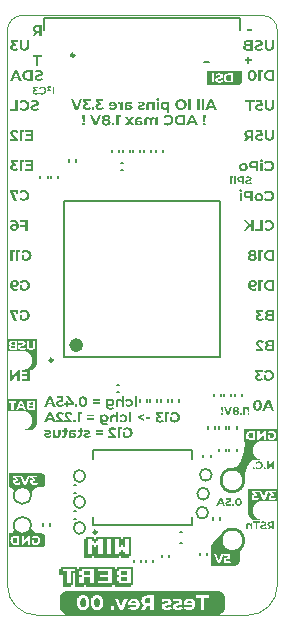
<source format=gbo>
G04*
G04 #@! TF.GenerationSoftware,Altium Limited,Altium Designer,25.0.1 (26)*
G04*
G04 Layer_Color=32896*
%FSLAX25Y25*%
%MOIN*%
G70*
G04*
G04 #@! TF.SameCoordinates,5D196012-D927-4492-92D9-CD159FF3DA83*
G04*
G04*
G04 #@! TF.FilePolarity,Positive*
G04*
G01*
G75*
%ADD10C,0.00984*%
%ADD12C,0.00591*%
%ADD13C,0.00787*%
%ADD14C,0.00394*%
%ADD15C,0.00500*%
%ADD110C,0.02362*%
G36*
X81437Y194778D02*
X80025D01*
Y195403D01*
X81437D01*
Y194778D01*
D02*
G37*
G36*
X11488Y193252D02*
X10678D01*
Y194222D01*
X9938D01*
X9260Y193252D01*
X8394D01*
X9174Y194371D01*
X9054Y194435D01*
X8945Y194503D01*
X8853Y194572D01*
X8778Y194641D01*
X8721Y194704D01*
X8681Y194756D01*
X8652Y194790D01*
X8646Y194796D01*
Y194802D01*
X8583Y194911D01*
X8537Y195031D01*
X8503Y195141D01*
X8480Y195250D01*
X8468Y195342D01*
X8463Y195382D01*
X8457Y195416D01*
Y195439D01*
Y195462D01*
Y195474D01*
Y195479D01*
X8463Y195617D01*
X8485Y195749D01*
X8514Y195858D01*
X8549Y195961D01*
X8589Y196042D01*
X8618Y196099D01*
X8629Y196122D01*
X8641Y196139D01*
X8646Y196145D01*
Y196151D01*
X8721Y196254D01*
X8807Y196340D01*
X8893Y196415D01*
X8979Y196478D01*
X9054Y196530D01*
X9117Y196564D01*
X9140Y196576D01*
X9157Y196587D01*
X9169Y196593D01*
X9174D01*
X9306Y196644D01*
X9444Y196685D01*
X9576Y196708D01*
X9702Y196731D01*
X9811Y196742D01*
X9857D01*
X9898Y196748D01*
X11488D01*
Y193252D01*
D02*
G37*
G36*
X88943Y189785D02*
X88937Y189647D01*
X88925Y189515D01*
X88902Y189389D01*
X88880Y189274D01*
X88845Y189171D01*
X88811Y189073D01*
X88771Y188987D01*
X88730Y188907D01*
X88696Y188838D01*
X88656Y188775D01*
X88621Y188723D01*
X88587Y188677D01*
X88564Y188648D01*
X88541Y188619D01*
X88529Y188608D01*
X88524Y188602D01*
X88443Y188533D01*
X88352Y188470D01*
X88260Y188413D01*
X88162Y188367D01*
X88070Y188327D01*
X87973Y188292D01*
X87875Y188269D01*
X87783Y188246D01*
X87697Y188229D01*
X87617Y188218D01*
X87542Y188206D01*
X87479Y188200D01*
X87427Y188195D01*
X87358D01*
X87221Y188200D01*
X87094Y188212D01*
X86974Y188235D01*
X86859Y188258D01*
X86756Y188287D01*
X86658Y188321D01*
X86572Y188361D01*
X86492Y188401D01*
X86423Y188436D01*
X86365Y188476D01*
X86314Y188511D01*
X86268Y188539D01*
X86234Y188562D01*
X86211Y188585D01*
X86199Y188597D01*
X86193Y188602D01*
X86119Y188683D01*
X86055Y188775D01*
X85998Y188866D01*
X85952Y188964D01*
X85912Y189061D01*
X85878Y189159D01*
X85849Y189257D01*
X85826Y189348D01*
X85809Y189435D01*
X85797Y189521D01*
X85786Y189595D01*
X85780Y189658D01*
X85774Y189710D01*
Y189750D01*
Y189779D01*
Y189785D01*
Y191748D01*
X86572D01*
Y189819D01*
Y189733D01*
X86578Y189647D01*
X86589Y189572D01*
X86601Y189504D01*
X86618Y189435D01*
X86635Y189377D01*
X86652Y189325D01*
X86670Y189280D01*
X86710Y189199D01*
X86739Y189148D01*
X86761Y189113D01*
X86773Y189102D01*
X86853Y189027D01*
X86951Y188970D01*
X87043Y188935D01*
X87140Y188907D01*
X87221Y188889D01*
X87290Y188884D01*
X87318Y188878D01*
X87353D01*
X87490Y188889D01*
X87611Y188918D01*
X87714Y188964D01*
X87806Y189027D01*
X87881Y189096D01*
X87944Y189176D01*
X87996Y189262D01*
X88036Y189348D01*
X88070Y189435D01*
X88093Y189521D01*
X88110Y189601D01*
X88122Y189670D01*
X88128Y189733D01*
X88133Y189779D01*
Y189808D01*
Y189819D01*
Y191748D01*
X88943D01*
Y189785D01*
D02*
G37*
G36*
X81785Y188252D02*
X79977D01*
X79851Y188258D01*
X79736Y188264D01*
X79627Y188275D01*
X79523Y188292D01*
X79432Y188310D01*
X79346Y188332D01*
X79271Y188356D01*
X79202Y188378D01*
X79139Y188401D01*
X79087Y188419D01*
X79041Y188442D01*
X79007Y188459D01*
X78972Y188476D01*
X78955Y188488D01*
X78944Y188499D01*
X78938D01*
X78875Y188545D01*
X78823Y188602D01*
X78772Y188654D01*
X78731Y188711D01*
X78697Y188775D01*
X78668Y188832D01*
X78628Y188947D01*
X78599Y189044D01*
X78593Y189090D01*
X78588Y189130D01*
X78582Y189159D01*
Y189188D01*
Y189199D01*
Y189205D01*
X78588Y189320D01*
X78611Y189429D01*
X78634Y189521D01*
X78668Y189601D01*
X78697Y189664D01*
X78725Y189710D01*
X78749Y189739D01*
X78754Y189750D01*
X78823Y189831D01*
X78898Y189894D01*
X78972Y189951D01*
X79047Y189991D01*
X79116Y190026D01*
X79167Y190049D01*
X79208Y190060D01*
X79213Y190066D01*
X79219D01*
X79145Y190112D01*
X79076Y190164D01*
X79018Y190215D01*
X78967Y190267D01*
X78932Y190313D01*
X78904Y190347D01*
X78886Y190370D01*
X78881Y190382D01*
X78840Y190456D01*
X78806Y190537D01*
X78783Y190611D01*
X78772Y190686D01*
X78760Y190743D01*
X78754Y190795D01*
Y190824D01*
Y190835D01*
X78760Y190910D01*
X78772Y190984D01*
X78789Y191053D01*
X78806Y191116D01*
X78863Y191231D01*
X78926Y191323D01*
X78990Y191403D01*
X79047Y191455D01*
X79064Y191478D01*
X79081Y191490D01*
X79093Y191501D01*
X79099D01*
X79167Y191547D01*
X79236Y191581D01*
X79397Y191645D01*
X79558Y191690D01*
X79719Y191719D01*
X79787Y191725D01*
X79856Y191736D01*
X79919Y191742D01*
X79977D01*
X80017Y191748D01*
X81785D01*
Y188252D01*
D02*
G37*
G36*
X83874Y191799D02*
X84035Y191782D01*
X84173Y191759D01*
X84288Y191731D01*
X84339Y191719D01*
X84385Y191702D01*
X84425Y191690D01*
X84460Y191679D01*
X84483Y191667D01*
X84500Y191662D01*
X84512Y191656D01*
X84517D01*
X84632Y191599D01*
X84735Y191535D01*
X84821Y191472D01*
X84890Y191409D01*
X84948Y191352D01*
X84988Y191306D01*
X85011Y191277D01*
X85017Y191271D01*
Y191266D01*
X85068Y191174D01*
X85108Y191076D01*
X85137Y190984D01*
X85154Y190898D01*
X85166Y190824D01*
X85177Y190766D01*
Y190743D01*
Y190726D01*
Y190720D01*
Y190715D01*
X85172Y190588D01*
X85149Y190479D01*
X85120Y190382D01*
X85085Y190301D01*
X85051Y190238D01*
X85022Y190192D01*
X84999Y190164D01*
X84994Y190152D01*
X84925Y190077D01*
X84850Y190020D01*
X84776Y189963D01*
X84707Y189922D01*
X84649Y189888D01*
X84598Y189865D01*
X84569Y189854D01*
X84557Y189848D01*
X84454Y189813D01*
X84351Y189779D01*
X84242Y189750D01*
X84133Y189722D01*
X84041Y189699D01*
X84006Y189687D01*
X83972Y189681D01*
X83943Y189676D01*
X83920Y189670D01*
X83909Y189664D01*
X83903D01*
X83811Y189641D01*
X83731Y189618D01*
X83662Y189601D01*
X83605Y189584D01*
X83559Y189567D01*
X83524Y189561D01*
X83501Y189549D01*
X83495D01*
X83438Y189532D01*
X83392Y189509D01*
X83346Y189486D01*
X83312Y189469D01*
X83283Y189446D01*
X83260Y189435D01*
X83249Y189423D01*
X83243Y189417D01*
X83209Y189383D01*
X83185Y189354D01*
X83168Y189314D01*
X83157Y189285D01*
X83151Y189257D01*
X83145Y189234D01*
Y189216D01*
Y189211D01*
X83151Y189153D01*
X83168Y189096D01*
X83197Y189050D01*
X83226Y189016D01*
X83260Y188981D01*
X83283Y188958D01*
X83306Y188947D01*
X83312Y188941D01*
X83381Y188907D01*
X83461Y188884D01*
X83541Y188861D01*
X83622Y188849D01*
X83702Y188843D01*
X83759Y188838D01*
X83817D01*
X83932Y188843D01*
X84047Y188855D01*
X84150Y188866D01*
X84242Y188889D01*
X84322Y188907D01*
X84385Y188918D01*
X84408Y188924D01*
X84425Y188929D01*
X84431Y188935D01*
X84437D01*
X84546Y188975D01*
X84649Y189021D01*
X84741Y189067D01*
X84821Y189107D01*
X84885Y189148D01*
X84930Y189176D01*
X84959Y189199D01*
X84971Y189205D01*
X85246Y188597D01*
X85154Y188533D01*
X85051Y188476D01*
X84948Y188424D01*
X84850Y188384D01*
X84758Y188350D01*
X84724Y188332D01*
X84689Y188327D01*
X84661Y188315D01*
X84644Y188310D01*
X84632Y188304D01*
X84626D01*
X84477Y188269D01*
X84333Y188241D01*
X84202Y188224D01*
X84075Y188206D01*
X84024D01*
X83972Y188200D01*
X83932D01*
X83891Y188195D01*
X83823D01*
X83650Y188200D01*
X83495Y188218D01*
X83358Y188241D01*
X83237Y188269D01*
X83191Y188281D01*
X83145Y188292D01*
X83105Y188304D01*
X83071Y188315D01*
X83048Y188327D01*
X83030Y188332D01*
X83019Y188338D01*
X83013D01*
X82893Y188396D01*
X82789Y188459D01*
X82703Y188528D01*
X82635Y188585D01*
X82577Y188643D01*
X82537Y188688D01*
X82514Y188717D01*
X82508Y188729D01*
X82451Y188820D01*
X82411Y188918D01*
X82382Y189010D01*
X82365Y189096D01*
X82348Y189165D01*
X82342Y189222D01*
Y189245D01*
Y189262D01*
Y189268D01*
Y189274D01*
X82348Y189400D01*
X82370Y189509D01*
X82399Y189601D01*
X82434Y189681D01*
X82468Y189745D01*
X82497Y189790D01*
X82520Y189813D01*
X82525Y189825D01*
X82594Y189900D01*
X82669Y189957D01*
X82744Y190009D01*
X82812Y190055D01*
X82870Y190083D01*
X82916Y190106D01*
X82950Y190118D01*
X82956Y190123D01*
X82962D01*
X83059Y190158D01*
X83168Y190198D01*
X83277Y190227D01*
X83381Y190255D01*
X83473Y190284D01*
X83513Y190296D01*
X83547Y190301D01*
X83576Y190307D01*
X83599Y190313D01*
X83610Y190319D01*
X83616D01*
X83754Y190347D01*
X83869Y190376D01*
X83966Y190405D01*
X84047Y190433D01*
X84110Y190456D01*
X84156Y190468D01*
X84179Y190479D01*
X84190Y190485D01*
X84253Y190525D01*
X84293Y190565D01*
X84328Y190611D01*
X84351Y190657D01*
X84362Y190692D01*
X84368Y190726D01*
X84374Y190749D01*
Y190755D01*
X84368Y190818D01*
X84351Y190881D01*
X84322Y190927D01*
X84293Y190973D01*
X84265Y191002D01*
X84236Y191030D01*
X84219Y191042D01*
X84213Y191048D01*
X84144Y191082D01*
X84064Y191111D01*
X83978Y191128D01*
X83897Y191145D01*
X83823Y191151D01*
X83765Y191157D01*
X83708D01*
X83616Y191151D01*
X83530Y191145D01*
X83352Y191116D01*
X83191Y191070D01*
X83042Y191019D01*
X82979Y190996D01*
X82916Y190967D01*
X82864Y190944D01*
X82824Y190927D01*
X82784Y190904D01*
X82761Y190893D01*
X82744Y190887D01*
X82738Y190881D01*
X82491Y191495D01*
X82583Y191547D01*
X82680Y191593D01*
X82772Y191633D01*
X82864Y191667D01*
X82939Y191690D01*
X83002Y191708D01*
X83025Y191719D01*
X83036D01*
X83048Y191725D01*
X83053D01*
X83174Y191754D01*
X83289Y191771D01*
X83398Y191788D01*
X83495Y191794D01*
X83582Y191799D01*
X83616Y191805D01*
X83702D01*
X83874Y191799D01*
D02*
G37*
G36*
X80576Y185395D02*
X81443D01*
Y184787D01*
X80576D01*
Y183938D01*
X79933D01*
Y184787D01*
X79061D01*
Y185395D01*
X79933D01*
Y186245D01*
X80576D01*
Y185395D01*
D02*
G37*
G36*
X11442Y186088D02*
X10322D01*
Y183252D01*
X9513D01*
Y186088D01*
X8394D01*
Y186748D01*
X11442D01*
Y186088D01*
D02*
G37*
G36*
X8482Y178252D02*
X6898D01*
X6691Y178264D01*
X6496Y178287D01*
X6410Y178304D01*
X6324Y178321D01*
X6249Y178338D01*
X6174Y178361D01*
X6111Y178378D01*
X6054Y178396D01*
X6008Y178413D01*
X5962Y178430D01*
X5933Y178447D01*
X5905Y178453D01*
X5893Y178464D01*
X5887D01*
X5733Y178556D01*
X5595Y178654D01*
X5480Y178757D01*
X5382Y178855D01*
X5308Y178941D01*
X5279Y178981D01*
X5256Y179016D01*
X5233Y179039D01*
X5222Y179061D01*
X5210Y179073D01*
Y179079D01*
X5130Y179234D01*
X5072Y179389D01*
X5026Y179544D01*
X4998Y179687D01*
X4986Y179750D01*
X4981Y179813D01*
X4975Y179865D01*
Y179911D01*
X4969Y179946D01*
Y179974D01*
Y179991D01*
Y179997D01*
X4981Y180186D01*
X5009Y180359D01*
X5044Y180519D01*
X5067Y180588D01*
X5090Y180651D01*
X5113Y180709D01*
X5136Y180761D01*
X5153Y180807D01*
X5170Y180847D01*
X5187Y180875D01*
X5199Y180898D01*
X5204Y180910D01*
X5210Y180915D01*
X5308Y181053D01*
X5417Y181180D01*
X5532Y181283D01*
X5641Y181369D01*
X5738Y181438D01*
X5778Y181467D01*
X5813Y181490D01*
X5847Y181507D01*
X5870Y181518D01*
X5882Y181530D01*
X5887D01*
X6054Y181604D01*
X6232Y181656D01*
X6398Y181696D01*
X6553Y181719D01*
X6628Y181731D01*
X6691Y181736D01*
X6748Y181742D01*
X6800D01*
X6840Y181748D01*
X8482D01*
Y178252D01*
D02*
G37*
G36*
X4808D02*
X3988D01*
X3678Y178998D01*
X2053D01*
X1743Y178252D01*
X894D01*
X2461Y181748D01*
X3259D01*
X4808Y178252D01*
D02*
G37*
G36*
X88937Y178252D02*
X87353D01*
X87146Y178264D01*
X86951Y178287D01*
X86865Y178304D01*
X86779Y178321D01*
X86704Y178338D01*
X86629Y178361D01*
X86566Y178378D01*
X86509Y178396D01*
X86463Y178413D01*
X86417Y178430D01*
X86388Y178447D01*
X86360Y178453D01*
X86348Y178464D01*
X86343D01*
X86187Y178556D01*
X86050Y178654D01*
X85935Y178757D01*
X85837Y178855D01*
X85763Y178941D01*
X85734Y178981D01*
X85711Y179016D01*
X85688Y179039D01*
X85677Y179061D01*
X85665Y179073D01*
Y179079D01*
X85585Y179234D01*
X85527Y179389D01*
X85482Y179544D01*
X85453Y179687D01*
X85441Y179750D01*
X85436Y179813D01*
X85430Y179865D01*
Y179911D01*
X85424Y179945D01*
Y179974D01*
Y179991D01*
Y179997D01*
X85436Y180186D01*
X85464Y180359D01*
X85499Y180519D01*
X85522Y180588D01*
X85545Y180651D01*
X85568Y180709D01*
X85591Y180761D01*
X85608Y180806D01*
X85625Y180847D01*
X85642Y180875D01*
X85654Y180898D01*
X85659Y180910D01*
X85665Y180915D01*
X85763Y181053D01*
X85872Y181179D01*
X85987Y181283D01*
X86096Y181369D01*
X86193Y181438D01*
X86234Y181466D01*
X86268Y181490D01*
X86302Y181507D01*
X86325Y181518D01*
X86337Y181530D01*
X86343D01*
X86509Y181604D01*
X86687Y181656D01*
X86853Y181696D01*
X87008Y181719D01*
X87083Y181731D01*
X87146Y181736D01*
X87204Y181742D01*
X87255D01*
X87295Y181748D01*
X88937D01*
Y178252D01*
D02*
G37*
G36*
X85189Y181093D02*
X84494D01*
Y178252D01*
X83685D01*
Y181748D01*
X85189D01*
Y181093D01*
D02*
G37*
G36*
X10571Y181799D02*
X10732Y181782D01*
X10870Y181759D01*
X10985Y181731D01*
X11036Y181719D01*
X11082Y181702D01*
X11122Y181690D01*
X11157Y181679D01*
X11180Y181667D01*
X11197Y181662D01*
X11208Y181656D01*
X11214D01*
X11329Y181599D01*
X11432Y181535D01*
X11518Y181472D01*
X11587Y181409D01*
X11645Y181352D01*
X11685Y181306D01*
X11708Y181277D01*
X11714Y181271D01*
Y181266D01*
X11765Y181174D01*
X11805Y181076D01*
X11834Y180984D01*
X11851Y180898D01*
X11863Y180824D01*
X11874Y180766D01*
Y180743D01*
Y180726D01*
Y180720D01*
Y180715D01*
X11869Y180588D01*
X11846Y180479D01*
X11817Y180382D01*
X11783Y180301D01*
X11748Y180238D01*
X11719Y180192D01*
X11696Y180164D01*
X11691Y180152D01*
X11622Y180078D01*
X11547Y180020D01*
X11473Y179963D01*
X11404Y179922D01*
X11346Y179888D01*
X11295Y179865D01*
X11266Y179854D01*
X11254Y179848D01*
X11151Y179813D01*
X11048Y179779D01*
X10939Y179750D01*
X10830Y179722D01*
X10738Y179699D01*
X10703Y179687D01*
X10669Y179681D01*
X10640Y179676D01*
X10617Y179670D01*
X10606Y179664D01*
X10600D01*
X10508Y179641D01*
X10428Y179618D01*
X10359Y179601D01*
X10302Y179584D01*
X10256Y179567D01*
X10221Y179561D01*
X10198Y179549D01*
X10193D01*
X10135Y179532D01*
X10089Y179509D01*
X10043Y179486D01*
X10009Y179469D01*
X9980Y179446D01*
X9957Y179435D01*
X9946Y179423D01*
X9940Y179417D01*
X9905Y179383D01*
X9883Y179354D01*
X9865Y179314D01*
X9854Y179285D01*
X9848Y179257D01*
X9842Y179234D01*
Y179217D01*
Y179211D01*
X9848Y179153D01*
X9865Y179096D01*
X9894Y179050D01*
X9923Y179016D01*
X9957Y178981D01*
X9980Y178958D01*
X10003Y178947D01*
X10009Y178941D01*
X10078Y178907D01*
X10158Y178884D01*
X10238Y178861D01*
X10319Y178849D01*
X10399Y178843D01*
X10457Y178838D01*
X10514D01*
X10629Y178843D01*
X10744Y178855D01*
X10847Y178866D01*
X10939Y178889D01*
X11019Y178907D01*
X11082Y178918D01*
X11105Y178924D01*
X11122Y178929D01*
X11128Y178935D01*
X11134D01*
X11243Y178975D01*
X11346Y179021D01*
X11438Y179067D01*
X11518Y179107D01*
X11582Y179148D01*
X11627Y179176D01*
X11656Y179199D01*
X11668Y179205D01*
X11943Y178597D01*
X11851Y178533D01*
X11748Y178476D01*
X11645Y178424D01*
X11547Y178384D01*
X11455Y178350D01*
X11421Y178332D01*
X11386Y178327D01*
X11358Y178315D01*
X11340Y178310D01*
X11329Y178304D01*
X11323D01*
X11174Y178269D01*
X11030Y178241D01*
X10898Y178224D01*
X10772Y178206D01*
X10721D01*
X10669Y178200D01*
X10629D01*
X10589Y178195D01*
X10520D01*
X10347Y178200D01*
X10193Y178218D01*
X10055Y178241D01*
X9934Y178269D01*
X9888Y178281D01*
X9842Y178292D01*
X9802Y178304D01*
X9768Y178315D01*
X9745Y178327D01*
X9728Y178332D01*
X9716Y178338D01*
X9710D01*
X9590Y178396D01*
X9487Y178459D01*
X9400Y178528D01*
X9331Y178585D01*
X9274Y178642D01*
X9234Y178688D01*
X9211Y178717D01*
X9205Y178729D01*
X9148Y178820D01*
X9108Y178918D01*
X9079Y179010D01*
X9062Y179096D01*
X9044Y179165D01*
X9039Y179222D01*
Y179245D01*
Y179262D01*
Y179268D01*
Y179274D01*
X9044Y179400D01*
X9067Y179509D01*
X9096Y179601D01*
X9131Y179681D01*
X9165Y179745D01*
X9194Y179790D01*
X9217Y179813D01*
X9222Y179825D01*
X9291Y179900D01*
X9366Y179957D01*
X9441Y180009D01*
X9509Y180054D01*
X9567Y180083D01*
X9613Y180106D01*
X9647Y180118D01*
X9653Y180123D01*
X9659D01*
X9756Y180158D01*
X9865Y180198D01*
X9974Y180227D01*
X10078Y180255D01*
X10170Y180284D01*
X10210Y180296D01*
X10244Y180301D01*
X10273Y180307D01*
X10296Y180313D01*
X10307Y180319D01*
X10313D01*
X10451Y180347D01*
X10566Y180376D01*
X10663Y180405D01*
X10744Y180433D01*
X10807Y180456D01*
X10853Y180468D01*
X10876Y180479D01*
X10887Y180485D01*
X10950Y180525D01*
X10990Y180565D01*
X11025Y180611D01*
X11048Y180657D01*
X11059Y180692D01*
X11065Y180726D01*
X11071Y180749D01*
Y180755D01*
X11065Y180818D01*
X11048Y180881D01*
X11019Y180927D01*
X10990Y180973D01*
X10962Y181002D01*
X10933Y181030D01*
X10916Y181042D01*
X10910Y181047D01*
X10841Y181082D01*
X10761Y181111D01*
X10675Y181128D01*
X10594Y181145D01*
X10520Y181151D01*
X10462Y181157D01*
X10405D01*
X10313Y181151D01*
X10227Y181145D01*
X10049Y181116D01*
X9888Y181070D01*
X9739Y181019D01*
X9676Y180996D01*
X9613Y180967D01*
X9561Y180944D01*
X9521Y180927D01*
X9481Y180904D01*
X9458Y180893D01*
X9441Y180887D01*
X9435Y180881D01*
X9188Y181495D01*
X9280Y181547D01*
X9377Y181593D01*
X9469Y181633D01*
X9561Y181667D01*
X9636Y181690D01*
X9699Y181708D01*
X9722Y181719D01*
X9733D01*
X9745Y181725D01*
X9751D01*
X9871Y181754D01*
X9986Y181771D01*
X10095Y181788D01*
X10193Y181794D01*
X10279Y181799D01*
X10313Y181805D01*
X10399D01*
X10571Y181799D01*
D02*
G37*
G36*
X81733Y181794D02*
X81883Y181771D01*
X82015Y181736D01*
X82129Y181696D01*
X82175Y181673D01*
X82221Y181656D01*
X82261Y181639D01*
X82290Y181622D01*
X82319Y181610D01*
X82336Y181599D01*
X82348Y181587D01*
X82353D01*
X82474Y181501D01*
X82577Y181403D01*
X82669Y181300D01*
X82749Y181197D01*
X82807Y181105D01*
X82830Y181070D01*
X82853Y181036D01*
X82864Y181007D01*
X82876Y180984D01*
X82887Y180973D01*
Y180967D01*
X82950Y180806D01*
X82996Y180646D01*
X83030Y180479D01*
X83053Y180330D01*
X83059Y180261D01*
X83065Y180198D01*
X83071Y180141D01*
Y180089D01*
X83077Y180054D01*
Y180020D01*
Y180003D01*
Y179997D01*
X83071Y179796D01*
X83048Y179607D01*
X83030Y179521D01*
X83019Y179440D01*
X83002Y179371D01*
X82979Y179303D01*
X82962Y179239D01*
X82944Y179188D01*
X82933Y179136D01*
X82916Y179102D01*
X82904Y179067D01*
X82893Y179044D01*
X82887Y179033D01*
Y179027D01*
X82807Y178884D01*
X82721Y178757D01*
X82635Y178654D01*
X82548Y178562D01*
X82468Y178493D01*
X82411Y178447D01*
X82388Y178430D01*
X82370Y178419D01*
X82359Y178407D01*
X82353D01*
X82221Y178338D01*
X82089Y178287D01*
X81957Y178246D01*
X81837Y178223D01*
X81733Y178206D01*
X81687Y178200D01*
X81653D01*
X81618Y178195D01*
X81578D01*
X81418Y178206D01*
X81274Y178229D01*
X81142Y178264D01*
X81027Y178304D01*
X80976Y178321D01*
X80935Y178338D01*
X80895Y178355D01*
X80861Y178373D01*
X80838Y178390D01*
X80821Y178396D01*
X80809Y178407D01*
X80803D01*
X80683Y178493D01*
X80580Y178596D01*
X80488Y178694D01*
X80413Y178797D01*
X80356Y178889D01*
X80327Y178924D01*
X80310Y178958D01*
X80293Y178987D01*
X80287Y179010D01*
X80275Y179021D01*
Y179027D01*
X80212Y179188D01*
X80160Y179349D01*
X80126Y179515D01*
X80103Y179664D01*
X80097Y179733D01*
X80092Y179796D01*
X80086Y179854D01*
X80080Y179905D01*
Y179945D01*
Y179974D01*
Y179991D01*
Y179997D01*
X80086Y180198D01*
X80109Y180387D01*
X80126Y180473D01*
X80143Y180554D01*
X80160Y180623D01*
X80178Y180692D01*
X80195Y180755D01*
X80212Y180806D01*
X80229Y180858D01*
X80247Y180893D01*
X80258Y180927D01*
X80270Y180950D01*
X80275Y180961D01*
Y180967D01*
X80350Y181111D01*
X80436Y181237D01*
X80528Y181340D01*
X80608Y181432D01*
X80689Y181501D01*
X80746Y181547D01*
X80769Y181564D01*
X80786Y181576D01*
X80798Y181587D01*
X80803D01*
X80935Y181662D01*
X81068Y181713D01*
X81200Y181754D01*
X81320Y181776D01*
X81423Y181794D01*
X81469Y181799D01*
X81504D01*
X81538Y181805D01*
X81578D01*
X81733Y181794D01*
D02*
G37*
G36*
X78347Y178347D02*
Y178033D01*
X78107Y177454D01*
X77664Y177011D01*
X77085Y176772D01*
X76772D01*
Y181496D01*
X78347D01*
Y178347D01*
D02*
G37*
G36*
X14096Y176404D02*
X14173Y176395D01*
X14211Y176388D01*
X14244Y176381D01*
X14275Y176374D01*
X14303Y176366D01*
X14329Y176357D01*
X14353Y176350D01*
X14372Y176343D01*
X14388Y176338D01*
X14402Y176331D01*
X14412Y176329D01*
X14416Y176324D01*
X14419D01*
X14478Y176291D01*
X14532Y176256D01*
X14577Y176220D01*
X14612Y176185D01*
X14643Y176152D01*
X14664Y176128D01*
X14671Y176119D01*
X14676Y176112D01*
X14681Y176107D01*
Y176104D01*
X14386Y175925D01*
X14365Y175951D01*
X14341Y175975D01*
X14317Y175996D01*
X14296Y176012D01*
X14275Y176027D01*
X14258Y176036D01*
X14249Y176041D01*
X14244Y176043D01*
X14209Y176057D01*
X14173Y176067D01*
X14140Y176076D01*
X14107Y176081D01*
X14081Y176083D01*
X14060Y176086D01*
X14041D01*
X13994Y176083D01*
X13954Y176078D01*
X13921Y176069D01*
X13893Y176062D01*
X13871Y176052D01*
X13855Y176043D01*
X13845Y176038D01*
X13843Y176036D01*
X13822Y176017D01*
X13805Y175996D01*
X13793Y175975D01*
X13784Y175956D01*
X13779Y175939D01*
X13777Y175925D01*
Y175913D01*
Y175911D01*
X13779Y175890D01*
X13784Y175871D01*
X13789Y175850D01*
X13796Y175833D01*
X13805Y175817D01*
X13810Y175805D01*
X13815Y175798D01*
X13817Y175795D01*
X13834Y175772D01*
X13855Y175746D01*
X13878Y175720D01*
X13900Y175696D01*
X13923Y175675D01*
X13940Y175658D01*
X13951Y175649D01*
X13954Y175644D01*
X13956D01*
X14596Y175090D01*
Y174844D01*
X13307D01*
Y175153D01*
X14013D01*
X13659Y175465D01*
X13628Y175491D01*
X13600Y175517D01*
X13574Y175543D01*
X13550Y175566D01*
X13510Y175609D01*
X13479Y175644D01*
X13456Y175675D01*
X13439Y175696D01*
X13430Y175710D01*
X13428Y175715D01*
X13406Y175755D01*
X13392Y175795D01*
X13380Y175833D01*
X13373Y175868D01*
X13369Y175899D01*
X13366Y175920D01*
Y175930D01*
Y175937D01*
Y175939D01*
Y175942D01*
X13369Y175979D01*
X13373Y176015D01*
X13383Y176048D01*
X13392Y176081D01*
X13420Y176137D01*
X13437Y176163D01*
X13451Y176187D01*
X13468Y176206D01*
X13484Y176225D01*
X13498Y176241D01*
X13512Y176253D01*
X13522Y176263D01*
X13531Y176270D01*
X13536Y176274D01*
X13539Y176277D01*
X13571Y176300D01*
X13607Y176319D01*
X13645Y176338D01*
X13682Y176352D01*
X13763Y176376D01*
X13836Y176390D01*
X13871Y176395D01*
X13904Y176400D01*
X13933Y176402D01*
X13959Y176404D01*
X13980Y176407D01*
X14008D01*
X14096Y176404D01*
D02*
G37*
G36*
X11683Y176263D02*
X11757Y176258D01*
X11825Y176248D01*
X11891Y176239D01*
X11955Y176225D01*
X12014Y176211D01*
X12068Y176194D01*
X12120Y176180D01*
X12167Y176163D01*
X12207Y176147D01*
X12243Y176133D01*
X12274Y176119D01*
X12297Y176109D01*
X12316Y176100D01*
X12325Y176095D01*
X12330Y176093D01*
X12389Y176060D01*
X12444Y176024D01*
X12495Y175987D01*
X12543Y175946D01*
X12587Y175906D01*
X12630Y175866D01*
X12668Y175828D01*
X12701Y175791D01*
X12731Y175755D01*
X12757Y175722D01*
X12781Y175691D01*
X12800Y175665D01*
X12814Y175647D01*
X12823Y175630D01*
X12831Y175621D01*
X12833Y175616D01*
X12866Y175559D01*
X12892Y175498D01*
X12918Y175439D01*
X12937Y175380D01*
X12956Y175321D01*
X12970Y175264D01*
X12981Y175210D01*
X12991Y175158D01*
X13000Y175111D01*
X13005Y175066D01*
X13010Y175028D01*
X13012Y174993D01*
Y174967D01*
X13015Y174946D01*
Y174934D01*
Y174929D01*
X13012Y174858D01*
X13007Y174790D01*
X12998Y174722D01*
X12986Y174658D01*
X12972Y174599D01*
X12958Y174542D01*
X12941Y174488D01*
X12923Y174438D01*
X12906Y174396D01*
X12889Y174356D01*
X12875Y174320D01*
X12861Y174292D01*
X12849Y174268D01*
X12840Y174252D01*
X12835Y174242D01*
X12833Y174238D01*
X12798Y174183D01*
X12757Y174129D01*
X12717Y174082D01*
X12677Y174035D01*
X12635Y173992D01*
X12592Y173954D01*
X12552Y173919D01*
X12512Y173886D01*
X12474Y173858D01*
X12441Y173834D01*
X12410Y173813D01*
X12382Y173794D01*
X12361Y173782D01*
X12344Y173770D01*
X12335Y173766D01*
X12330Y173763D01*
X12269Y173733D01*
X12207Y173707D01*
X12146Y173686D01*
X12082Y173664D01*
X12021Y173648D01*
X11962Y173636D01*
X11905Y173624D01*
X11851Y173615D01*
X11801Y173608D01*
X11757Y173603D01*
X11717Y173598D01*
X11681Y173596D01*
X11653D01*
X11632Y173593D01*
X11615D01*
X11554Y173596D01*
X11492Y173598D01*
X11433Y173605D01*
X11377Y173612D01*
X11325Y173619D01*
X11273Y173631D01*
X11228Y173641D01*
X11183Y173652D01*
X11146Y173662D01*
X11110Y173674D01*
X11079Y173683D01*
X11053Y173690D01*
X11034Y173700D01*
X11018Y173704D01*
X11009Y173707D01*
X11006Y173709D01*
X10957Y173733D01*
X10907Y173759D01*
X10862Y173785D01*
X10820Y173813D01*
X10777Y173841D01*
X10740Y173870D01*
X10704Y173898D01*
X10673Y173924D01*
X10645Y173950D01*
X10619Y173973D01*
X10598Y173995D01*
X10579Y174013D01*
X10565Y174030D01*
X10555Y174042D01*
X10548Y174049D01*
X10546Y174051D01*
X10931Y174408D01*
X10980Y174353D01*
X11034Y174306D01*
X11089Y174266D01*
X11143Y174231D01*
X11197Y174200D01*
X11252Y174176D01*
X11304Y174155D01*
X11355Y174139D01*
X11403Y174127D01*
X11445Y174117D01*
X11483Y174110D01*
X11516Y174106D01*
X11544Y174103D01*
X11565Y174101D01*
X11582D01*
X11627Y174103D01*
X11669Y174106D01*
X11750Y174117D01*
X11787Y174124D01*
X11823Y174134D01*
X11856Y174143D01*
X11886Y174153D01*
X11915Y174162D01*
X11938Y174172D01*
X11960Y174181D01*
X11979Y174188D01*
X11993Y174195D01*
X12002Y174200D01*
X12009Y174205D01*
X12012D01*
X12078Y174247D01*
X12137Y174297D01*
X12186Y174344D01*
X12229Y174391D01*
X12262Y174434D01*
X12274Y174452D01*
X12285Y174469D01*
X12292Y174481D01*
X12299Y174493D01*
X12302Y174497D01*
X12304Y174500D01*
X12323Y174535D01*
X12340Y174573D01*
X12366Y174646D01*
X12385Y174719D01*
X12396Y174785D01*
X12401Y174816D01*
X12406Y174844D01*
X12408Y174868D01*
Y174889D01*
X12410Y174906D01*
Y174917D01*
Y174927D01*
Y174929D01*
X12408Y174974D01*
X12406Y175016D01*
X12394Y175097D01*
X12387Y175135D01*
X12377Y175170D01*
X12368Y175203D01*
X12356Y175231D01*
X12347Y175260D01*
X12337Y175283D01*
X12328Y175304D01*
X12321Y175323D01*
X12314Y175338D01*
X12309Y175347D01*
X12304Y175354D01*
Y175356D01*
X12262Y175422D01*
X12214Y175481D01*
X12165Y175531D01*
X12118Y175574D01*
X12075Y175607D01*
X12059Y175618D01*
X12042Y175630D01*
X12031Y175637D01*
X12019Y175644D01*
X12014Y175649D01*
X12012D01*
X11976Y175668D01*
X11938Y175684D01*
X11865Y175710D01*
X11792Y175729D01*
X11726Y175741D01*
X11695Y175746D01*
X11667Y175751D01*
X11643Y175753D01*
X11622D01*
X11606Y175755D01*
X11582D01*
X11511Y175753D01*
X11443Y175743D01*
X11377Y175727D01*
X11315Y175708D01*
X11259Y175684D01*
X11204Y175661D01*
X11155Y175633D01*
X11110Y175604D01*
X11070Y175576D01*
X11034Y175550D01*
X11004Y175524D01*
X10978Y175500D01*
X10957Y175481D01*
X10943Y175467D01*
X10933Y175455D01*
X10931Y175453D01*
X10546Y175807D01*
X10581Y175847D01*
X10619Y175885D01*
X10657Y175920D01*
X10697Y175953D01*
X10735Y175984D01*
X10773Y176012D01*
X10810Y176038D01*
X10846Y176060D01*
X10879Y176081D01*
X10907Y176097D01*
X10935Y176114D01*
X10959Y176126D01*
X10978Y176135D01*
X10992Y176142D01*
X11001Y176145D01*
X11004Y176147D01*
X11056Y176168D01*
X11108Y176187D01*
X11160Y176201D01*
X11214Y176215D01*
X11315Y176237D01*
X11363Y176244D01*
X11410Y176251D01*
X11452Y176256D01*
X11490Y176258D01*
X11525Y176263D01*
X11554D01*
X11577Y176265D01*
X11610D01*
X11683Y176263D01*
D02*
G37*
G36*
X15655Y173636D02*
X15056D01*
Y176223D01*
X15655D01*
Y173636D01*
D02*
G37*
G36*
X10324Y175741D02*
X9224D01*
X9755Y175139D01*
Y174743D01*
X9437D01*
X9397Y174740D01*
X9359Y174736D01*
X9321Y174729D01*
X9288Y174722D01*
X9257Y174714D01*
X9201Y174693D01*
X9156Y174670D01*
X9116Y174644D01*
X9083Y174615D01*
X9059Y174585D01*
X9038Y174556D01*
X9024Y174526D01*
X9012Y174500D01*
X9005Y174476D01*
X9000Y174455D01*
X8998Y174441D01*
Y174431D01*
Y174426D01*
X9000Y174398D01*
X9003Y174370D01*
X9019Y174320D01*
X9038Y174278D01*
X9062Y174242D01*
X9087Y174214D01*
X9106Y174195D01*
X9123Y174183D01*
X9125Y174179D01*
X9128D01*
X9180Y174150D01*
X9239Y174129D01*
X9298Y174115D01*
X9354Y174106D01*
X9380Y174101D01*
X9404Y174099D01*
X9425Y174096D01*
X9444D01*
X9460Y174094D01*
X9482D01*
X9557Y174096D01*
X9630Y174103D01*
X9696Y174113D01*
X9727Y174117D01*
X9758Y174124D01*
X9784Y174129D01*
X9807Y174134D01*
X9829Y174139D01*
X9848Y174143D01*
X9862Y174148D01*
X9871Y174150D01*
X9878Y174153D01*
X9881D01*
X9951Y174179D01*
X10015Y174205D01*
X10074Y174235D01*
X10124Y174261D01*
X10145Y174276D01*
X10164Y174287D01*
X10180Y174297D01*
X10194Y174306D01*
X10206Y174316D01*
X10213Y174320D01*
X10218Y174323D01*
X10220Y174325D01*
X10452Y173867D01*
X10381Y173820D01*
X10305Y173780D01*
X10230Y173744D01*
X10161Y173716D01*
X10128Y173704D01*
X10098Y173693D01*
X10072Y173686D01*
X10050Y173678D01*
X10031Y173671D01*
X10017Y173667D01*
X10008Y173664D01*
X10006D01*
X9906Y173641D01*
X9810Y173624D01*
X9720Y173610D01*
X9678Y173605D01*
X9637Y173603D01*
X9602Y173600D01*
X9569Y173598D01*
X9538Y173596D01*
X9515D01*
X9493Y173593D01*
X9467D01*
X9404Y173596D01*
X9340Y173598D01*
X9281Y173603D01*
X9227Y173612D01*
X9175Y173619D01*
X9125Y173629D01*
X9081Y173641D01*
X9040Y173650D01*
X9003Y173662D01*
X8969Y173671D01*
X8941Y173681D01*
X8918Y173690D01*
X8899Y173697D01*
X8887Y173702D01*
X8878Y173704D01*
X8875Y173707D01*
X8830Y173728D01*
X8790Y173751D01*
X8752Y173777D01*
X8717Y173801D01*
X8684Y173827D01*
X8653Y173853D01*
X8627Y173877D01*
X8604Y173900D01*
X8583Y173922D01*
X8564Y173943D01*
X8550Y173962D01*
X8535Y173978D01*
X8526Y173990D01*
X8519Y174002D01*
X8516Y174006D01*
X8514Y174009D01*
X8493Y174044D01*
X8474Y174082D01*
X8460Y174117D01*
X8446Y174155D01*
X8424Y174226D01*
X8410Y174290D01*
X8405Y174318D01*
X8403Y174344D01*
X8398Y174367D01*
Y174389D01*
X8396Y174405D01*
Y174417D01*
Y174424D01*
Y174426D01*
X8398Y174481D01*
X8403Y174530D01*
X8413Y174580D01*
X8424Y174625D01*
X8439Y174670D01*
X8453Y174710D01*
X8469Y174745D01*
X8486Y174780D01*
X8505Y174811D01*
X8521Y174837D01*
X8535Y174861D01*
X8550Y174880D01*
X8561Y174894D01*
X8571Y174906D01*
X8575Y174913D01*
X8578Y174915D01*
X8613Y174950D01*
X8651Y174984D01*
X8691Y175012D01*
X8733Y175038D01*
X8778Y175061D01*
X8821Y175083D01*
X8863Y175099D01*
X8903Y175116D01*
X8944Y175130D01*
X8979Y175139D01*
X9012Y175149D01*
X9040Y175156D01*
X9064Y175161D01*
X9083Y175165D01*
X9092Y175168D01*
X9097D01*
X8514Y175833D01*
Y176223D01*
X10324D01*
Y175741D01*
D02*
G37*
G36*
X50229Y172452D02*
X50295Y172440D01*
X50356Y172420D01*
X50407Y172398D01*
X50445Y172373D01*
X50473Y172354D01*
X50492Y172341D01*
X50499Y172335D01*
X50543Y172287D01*
X50575Y172233D01*
X50600Y172182D01*
X50616Y172134D01*
X50626Y172090D01*
X50629Y172058D01*
X50632Y172045D01*
Y172036D01*
Y172029D01*
Y172026D01*
X50626Y171959D01*
X50610Y171899D01*
X50591Y171848D01*
X50566Y171800D01*
X50540Y171765D01*
X50521Y171737D01*
X50505Y171721D01*
X50499Y171714D01*
X50445Y171673D01*
X50388Y171641D01*
X50330Y171622D01*
X50276Y171606D01*
X50225Y171597D01*
X50206Y171594D01*
X50187D01*
X50171Y171590D01*
X50152D01*
X50076Y171597D01*
X50006Y171609D01*
X49946Y171632D01*
X49895Y171654D01*
X49856Y171676D01*
X49828Y171699D01*
X49809Y171711D01*
X49802Y171718D01*
X49758Y171768D01*
X49726Y171823D01*
X49701Y171877D01*
X49685Y171927D01*
X49675Y171972D01*
X49672Y172007D01*
X49669Y172020D01*
Y172029D01*
Y172036D01*
Y172039D01*
X49675Y172102D01*
X49691Y172163D01*
X49710Y172214D01*
X49736Y172255D01*
X49761Y172290D01*
X49780Y172316D01*
X49796Y172331D01*
X49802Y172338D01*
X49856Y172379D01*
X49914Y172408D01*
X49971Y172430D01*
X50028Y172443D01*
X50076Y172452D01*
X50098Y172455D01*
X50117D01*
X50130Y172459D01*
X50152D01*
X50229Y172452D01*
D02*
G37*
G36*
X40587Y171256D02*
X40701Y171247D01*
X40806Y171231D01*
X40857Y171225D01*
X40901Y171218D01*
X40943Y171209D01*
X40981Y171203D01*
X41016Y171193D01*
X41041Y171187D01*
X41064Y171183D01*
X41083Y171177D01*
X41092Y171174D01*
X41096D01*
X41207Y171139D01*
X41305Y171101D01*
X41353Y171082D01*
X41394Y171059D01*
X41436Y171040D01*
X41471Y171021D01*
X41506Y171005D01*
X41534Y170989D01*
X41560Y170974D01*
X41582Y170961D01*
X41598Y170951D01*
X41611Y170942D01*
X41617Y170939D01*
X41620Y170935D01*
X41344Y170392D01*
X41286Y170433D01*
X41226Y170468D01*
X41169Y170500D01*
X41111Y170525D01*
X41064Y170544D01*
X41041Y170554D01*
X41026Y170560D01*
X41010Y170566D01*
X41000Y170570D01*
X40994Y170573D01*
X40991D01*
X40914Y170595D01*
X40838Y170611D01*
X40768Y170624D01*
X40704Y170630D01*
X40650Y170636D01*
X40625D01*
X40606Y170640D01*
X40514D01*
X40463Y170633D01*
X40415Y170627D01*
X40367Y170617D01*
X40326Y170608D01*
X40288Y170595D01*
X40256Y170586D01*
X40224Y170573D01*
X40199Y170560D01*
X40173Y170547D01*
X40154Y170535D01*
X40138Y170525D01*
X40126Y170516D01*
X40116Y170509D01*
X40113Y170506D01*
X40110Y170503D01*
X40081Y170477D01*
X40059Y170446D01*
X40037Y170417D01*
X40021Y170385D01*
X39992Y170318D01*
X39973Y170255D01*
X39963Y170201D01*
X39957Y170175D01*
Y170153D01*
X39954Y170137D01*
Y170124D01*
Y170115D01*
Y170112D01*
X40571D01*
X40679Y170108D01*
X40778Y170102D01*
X40870Y170093D01*
X40956Y170080D01*
X41032Y170061D01*
X41105Y170045D01*
X41169Y170026D01*
X41226Y170007D01*
X41277Y169984D01*
X41321Y169965D01*
X41359Y169949D01*
X41388Y169934D01*
X41414Y169918D01*
X41429Y169908D01*
X41439Y169902D01*
X41442Y169899D01*
X41490Y169857D01*
X41534Y169813D01*
X41572Y169765D01*
X41604Y169717D01*
X41630Y169667D01*
X41652Y169619D01*
X41671Y169571D01*
X41687Y169523D01*
X41700Y169482D01*
X41706Y169441D01*
X41712Y169403D01*
X41719Y169374D01*
Y169345D01*
X41722Y169326D01*
Y169314D01*
Y169310D01*
X41716Y169225D01*
X41703Y169148D01*
X41684Y169078D01*
X41662Y169015D01*
X41639Y168964D01*
X41630Y168945D01*
X41620Y168926D01*
X41611Y168913D01*
X41607Y168903D01*
X41601Y168897D01*
Y168894D01*
X41550Y168827D01*
X41496Y168770D01*
X41439Y168722D01*
X41382Y168681D01*
X41331Y168649D01*
X41312Y168633D01*
X41293Y168623D01*
X41277Y168614D01*
X41264Y168611D01*
X41258Y168604D01*
X41254D01*
X41166Y168569D01*
X41076Y168547D01*
X40987Y168528D01*
X40901Y168515D01*
X40863Y168512D01*
X40828Y168509D01*
X40800Y168506D01*
X40771D01*
X40749Y168503D01*
X40720D01*
X40612Y168506D01*
X40514Y168518D01*
X40421Y168538D01*
X40339Y168560D01*
X40266Y168588D01*
X40199Y168620D01*
X40138Y168652D01*
X40088Y168687D01*
X40043Y168722D01*
X40005Y168754D01*
X39973Y168786D01*
X39948Y168814D01*
X39928Y168836D01*
X39913Y168856D01*
X39906Y168868D01*
X39903Y168871D01*
Y168541D01*
X39175D01*
Y170067D01*
X39178Y170175D01*
X39187Y170277D01*
X39207Y170372D01*
X39226Y170458D01*
X39251Y170541D01*
X39280Y170614D01*
X39312Y170678D01*
X39340Y170738D01*
X39372Y170789D01*
X39404Y170837D01*
X39432Y170875D01*
X39458Y170907D01*
X39477Y170929D01*
X39493Y170948D01*
X39505Y170958D01*
X39509Y170961D01*
X39575Y171015D01*
X39645Y171059D01*
X39722Y171101D01*
X39798Y171133D01*
X39878Y171161D01*
X39957Y171187D01*
X40037Y171206D01*
X40113Y171221D01*
X40183Y171234D01*
X40250Y171244D01*
X40310Y171250D01*
X40364Y171256D01*
X40405D01*
X40437Y171260D01*
X40466D01*
X40587Y171256D01*
D02*
G37*
G36*
X23478Y168541D02*
X22680D01*
X21173Y172026D01*
X21974D01*
X23049Y169536D01*
X24111Y172026D01*
X24979D01*
X23478Y168541D01*
D02*
G37*
G36*
X35171Y171256D02*
X35244Y171253D01*
X35314Y171244D01*
X35381Y171231D01*
X35448Y171218D01*
X35508Y171203D01*
X35562Y171187D01*
X35616Y171171D01*
X35661Y171155D01*
X35705Y171139D01*
X35740Y171123D01*
X35772Y171110D01*
X35798Y171098D01*
X35814Y171088D01*
X35826Y171085D01*
X35829Y171082D01*
X35890Y171047D01*
X35944Y171009D01*
X35998Y170970D01*
X36046Y170929D01*
X36093Y170888D01*
X36135Y170846D01*
X36173Y170805D01*
X36208Y170767D01*
X36237Y170729D01*
X36265Y170697D01*
X36287Y170665D01*
X36306Y170640D01*
X36322Y170617D01*
X36332Y170598D01*
X36338Y170589D01*
X36341Y170586D01*
X36373Y170525D01*
X36402Y170465D01*
X36427Y170404D01*
X36446Y170344D01*
X36465Y170283D01*
X36481Y170223D01*
X36494Y170169D01*
X36504Y170115D01*
X36510Y170064D01*
X36516Y170019D01*
X36520Y169981D01*
X36523Y169946D01*
X36526Y169918D01*
Y169899D01*
Y169883D01*
Y169880D01*
X36523Y169806D01*
X36516Y169733D01*
X36510Y169663D01*
X36497Y169600D01*
X36481Y169536D01*
X36465Y169476D01*
X36450Y169422D01*
X36430Y169371D01*
X36415Y169326D01*
X36399Y169285D01*
X36383Y169250D01*
X36367Y169218D01*
X36354Y169196D01*
X36348Y169180D01*
X36341Y169167D01*
X36338Y169164D01*
X36300Y169107D01*
X36259Y169053D01*
X36217Y169005D01*
X36173Y168957D01*
X36128Y168913D01*
X36084Y168875D01*
X36039Y168836D01*
X35998Y168805D01*
X35957Y168776D01*
X35922Y168751D01*
X35887Y168728D01*
X35858Y168709D01*
X35833Y168697D01*
X35817Y168687D01*
X35804Y168681D01*
X35801Y168677D01*
X35734Y168646D01*
X35667Y168620D01*
X35597Y168598D01*
X35527Y168576D01*
X35394Y168544D01*
X35330Y168534D01*
X35270Y168525D01*
X35212Y168518D01*
X35162Y168512D01*
X35114Y168509D01*
X35076Y168506D01*
X35044Y168503D01*
X34999D01*
X34866Y168509D01*
X34742Y168522D01*
X34627Y168541D01*
X34519Y168569D01*
X34421Y168601D01*
X34328Y168639D01*
X34246Y168677D01*
X34173Y168719D01*
X34109Y168757D01*
X34052Y168795D01*
X34004Y168833D01*
X33963Y168865D01*
X33931Y168894D01*
X33912Y168913D01*
X33896Y168929D01*
X33893Y168932D01*
X34306Y169380D01*
X34360Y169333D01*
X34411Y169295D01*
X34462Y169260D01*
X34510Y169231D01*
X34551Y169212D01*
X34580Y169196D01*
X34592Y169190D01*
X34602Y169186D01*
X34605Y169183D01*
X34608D01*
X34672Y169164D01*
X34736Y169148D01*
X34796Y169139D01*
X34853Y169129D01*
X34904Y169126D01*
X34923D01*
X34942Y169123D01*
X34977D01*
X35034Y169126D01*
X35085Y169129D01*
X35184Y169145D01*
X35232Y169155D01*
X35273Y169167D01*
X35311Y169180D01*
X35346Y169196D01*
X35378Y169209D01*
X35407Y169221D01*
X35429Y169234D01*
X35448Y169244D01*
X35464Y169253D01*
X35476Y169260D01*
X35483Y169266D01*
X35486D01*
X35521Y169295D01*
X35556Y169326D01*
X35613Y169390D01*
X35658Y169454D01*
X35693Y169517D01*
X35718Y169574D01*
X35728Y169600D01*
X35734Y169619D01*
X35740Y169638D01*
X35744Y169651D01*
X35747Y169657D01*
Y169660D01*
X33718D01*
X33715Y169695D01*
X33712Y169724D01*
Y169752D01*
X33708Y169775D01*
Y169794D01*
X33705Y169813D01*
Y169838D01*
X33702Y169854D01*
Y169864D01*
Y169870D01*
X33705Y169946D01*
X33708Y170023D01*
X33718Y170093D01*
X33731Y170159D01*
X33743Y170223D01*
X33759Y170283D01*
X33778Y170341D01*
X33794Y170392D01*
X33810Y170439D01*
X33829Y170481D01*
X33845Y170516D01*
X33858Y170547D01*
X33871Y170570D01*
X33877Y170589D01*
X33883Y170598D01*
X33887Y170601D01*
X33921Y170659D01*
X33960Y170713D01*
X34001Y170764D01*
X34042Y170811D01*
X34084Y170856D01*
X34125Y170894D01*
X34163Y170932D01*
X34205Y170964D01*
X34243Y170993D01*
X34274Y171018D01*
X34306Y171040D01*
X34332Y171056D01*
X34354Y171069D01*
X34373Y171082D01*
X34383Y171085D01*
X34386Y171088D01*
X34446Y171120D01*
X34507Y171145D01*
X34570Y171168D01*
X34631Y171187D01*
X34751Y171218D01*
X34809Y171228D01*
X34859Y171237D01*
X34910Y171247D01*
X34955Y171250D01*
X34996Y171253D01*
X35031Y171256D01*
X35060Y171260D01*
X35098D01*
X35171Y171256D01*
D02*
G37*
G36*
X88943Y169813D02*
X88937Y169676D01*
X88925Y169544D01*
X88903Y169417D01*
X88880Y169303D01*
X88845Y169199D01*
X88811Y169102D01*
X88771Y169016D01*
X88730Y168935D01*
X88696Y168866D01*
X88656Y168803D01*
X88621Y168752D01*
X88587Y168706D01*
X88564Y168677D01*
X88541Y168648D01*
X88529Y168637D01*
X88524Y168631D01*
X88443Y168562D01*
X88352Y168499D01*
X88260Y168442D01*
X88162Y168396D01*
X88070Y168356D01*
X87973Y168321D01*
X87875Y168298D01*
X87783Y168275D01*
X87697Y168258D01*
X87617Y168246D01*
X87542Y168235D01*
X87479Y168229D01*
X87427Y168223D01*
X87358D01*
X87221Y168229D01*
X87094Y168241D01*
X86974Y168264D01*
X86859Y168287D01*
X86756Y168315D01*
X86658Y168350D01*
X86572Y168390D01*
X86492Y168430D01*
X86423Y168465D01*
X86365Y168505D01*
X86314Y168539D01*
X86268Y168568D01*
X86234Y168591D01*
X86211Y168614D01*
X86199Y168625D01*
X86193Y168631D01*
X86119Y168711D01*
X86055Y168803D01*
X85998Y168895D01*
X85952Y168993D01*
X85912Y169090D01*
X85878Y169188D01*
X85849Y169285D01*
X85826Y169377D01*
X85809Y169463D01*
X85797Y169549D01*
X85786Y169624D01*
X85780Y169687D01*
X85774Y169739D01*
Y169779D01*
Y169808D01*
Y169813D01*
Y171776D01*
X86572D01*
Y169848D01*
Y169762D01*
X86578Y169676D01*
X86589Y169601D01*
X86601Y169532D01*
X86618Y169463D01*
X86635Y169406D01*
X86652Y169354D01*
X86670Y169308D01*
X86710Y169228D01*
X86739Y169176D01*
X86761Y169142D01*
X86773Y169130D01*
X86853Y169056D01*
X86951Y168998D01*
X87043Y168964D01*
X87140Y168935D01*
X87221Y168918D01*
X87290Y168912D01*
X87318Y168906D01*
X87353D01*
X87490Y168918D01*
X87611Y168947D01*
X87714Y168993D01*
X87806Y169056D01*
X87881Y169125D01*
X87944Y169205D01*
X87996Y169291D01*
X88036Y169377D01*
X88070Y169463D01*
X88093Y169549D01*
X88110Y169630D01*
X88122Y169699D01*
X88128Y169762D01*
X88133Y169808D01*
Y169836D01*
Y169848D01*
Y171776D01*
X88943D01*
Y169813D01*
D02*
G37*
G36*
X5635Y171794D02*
X5819Y171771D01*
X5985Y171731D01*
X6060Y171708D01*
X6129Y171690D01*
X6192Y171668D01*
X6243Y171644D01*
X6295Y171627D01*
X6335Y171604D01*
X6364Y171593D01*
X6393Y171581D01*
X6404Y171570D01*
X6410D01*
X6565Y171478D01*
X6697Y171375D01*
X6817Y171266D01*
X6915Y171162D01*
X6990Y171071D01*
X7018Y171030D01*
X7047Y170996D01*
X7064Y170967D01*
X7081Y170944D01*
X7087Y170933D01*
X7093Y170927D01*
X7139Y170847D01*
X7173Y170766D01*
X7236Y170606D01*
X7277Y170451D01*
X7311Y170307D01*
X7317Y170244D01*
X7328Y170181D01*
X7334Y170129D01*
Y170083D01*
X7340Y170049D01*
Y170020D01*
Y170003D01*
Y169997D01*
X7334Y169899D01*
X7328Y169808D01*
X7299Y169635D01*
X7259Y169475D01*
X7236Y169406D01*
X7213Y169337D01*
X7191Y169280D01*
X7173Y169228D01*
X7150Y169176D01*
X7133Y169142D01*
X7116Y169107D01*
X7104Y169085D01*
X7093Y169073D01*
Y169067D01*
X6990Y168924D01*
X6881Y168792D01*
X6766Y168683D01*
X6657Y168591D01*
X6559Y168516D01*
X6519Y168493D01*
X6479Y168465D01*
X6450Y168447D01*
X6427Y168436D01*
X6416Y168424D01*
X6410D01*
X6243Y168350D01*
X6077Y168292D01*
X5916Y168252D01*
X5767Y168224D01*
X5698Y168212D01*
X5635Y168206D01*
X5583Y168201D01*
X5537D01*
X5497Y168195D01*
X5446D01*
X5279Y168201D01*
X5124Y168218D01*
X4986Y168246D01*
X4866Y168275D01*
X4814Y168287D01*
X4763Y168298D01*
X4722Y168315D01*
X4688Y168327D01*
X4659Y168338D01*
X4642Y168344D01*
X4630Y168350D01*
X4625D01*
X4493Y168419D01*
X4372Y168493D01*
X4263Y168568D01*
X4171Y168642D01*
X4097Y168711D01*
X4045Y168763D01*
X4022Y168786D01*
X4011Y168803D01*
X3999Y168809D01*
Y168815D01*
X4521Y169291D01*
X4590Y169217D01*
X4659Y169153D01*
X4734Y169102D01*
X4808Y169050D01*
X4883Y169010D01*
X4958Y168981D01*
X5026Y168952D01*
X5095Y168930D01*
X5159Y168912D01*
X5216Y168901D01*
X5268Y168889D01*
X5314Y168884D01*
X5348D01*
X5377Y168878D01*
X5400D01*
X5520Y168884D01*
X5629Y168901D01*
X5727Y168924D01*
X5813Y168952D01*
X5882Y168975D01*
X5933Y168998D01*
X5968Y169016D01*
X5974Y169021D01*
X5979D01*
X6071Y169079D01*
X6146Y169142D01*
X6215Y169211D01*
X6272Y169274D01*
X6318Y169331D01*
X6347Y169377D01*
X6370Y169406D01*
X6375Y169417D01*
X6421Y169515D01*
X6456Y169613D01*
X6485Y169710D01*
X6502Y169802D01*
X6513Y169882D01*
X6519Y169940D01*
Y169963D01*
Y169980D01*
Y169991D01*
Y169997D01*
X6513Y170118D01*
X6496Y170227D01*
X6473Y170324D01*
X6444Y170410D01*
X6421Y170479D01*
X6398Y170531D01*
X6381Y170565D01*
X6375Y170577D01*
X6318Y170669D01*
X6255Y170743D01*
X6186Y170812D01*
X6123Y170870D01*
X6065Y170915D01*
X6019Y170944D01*
X5991Y170967D01*
X5979Y170973D01*
X5882Y171019D01*
X5784Y171053D01*
X5687Y171082D01*
X5595Y171099D01*
X5514Y171111D01*
X5457Y171116D01*
X5400D01*
X5302Y171111D01*
X5210Y171099D01*
X5124Y171076D01*
X5044Y171053D01*
X4894Y170990D01*
X4826Y170950D01*
X4763Y170915D01*
X4711Y170875D01*
X4659Y170835D01*
X4619Y170801D01*
X4584Y170772D01*
X4556Y170749D01*
X4539Y170726D01*
X4527Y170715D01*
X4521Y170709D01*
X3999Y171185D01*
X4097Y171289D01*
X4200Y171380D01*
X4303Y171461D01*
X4401Y171530D01*
X4487Y171576D01*
X4527Y171599D01*
X4556Y171616D01*
X4584Y171627D01*
X4602Y171639D01*
X4613Y171644D01*
X4619D01*
X4757Y171696D01*
X4900Y171736D01*
X5038Y171765D01*
X5164Y171788D01*
X5222Y171794D01*
X5279Y171800D01*
X5325D01*
X5365Y171805D01*
X5440D01*
X5635Y171794D01*
D02*
G37*
G36*
X69846Y168541D02*
X69022D01*
X68714Y169285D01*
X67095D01*
X66784Y168541D01*
X65938D01*
X67496Y172026D01*
X68294D01*
X69846Y168541D01*
D02*
G37*
G36*
X65629D02*
X64850D01*
Y172233D01*
X65629D01*
Y168541D01*
D02*
G37*
G36*
X64131D02*
X63352D01*
Y172233D01*
X64131D01*
Y168541D01*
D02*
G37*
G36*
X61171D02*
X60363D01*
Y172026D01*
X61171D01*
Y168541D01*
D02*
G37*
G36*
X50540D02*
X49761D01*
Y171218D01*
X50540D01*
Y168541D01*
D02*
G37*
G36*
X47513Y171256D02*
X47608Y171247D01*
X47694Y171231D01*
X47732Y171222D01*
X47767Y171215D01*
X47799Y171206D01*
X47831Y171196D01*
X47856Y171190D01*
X47875Y171183D01*
X47894Y171177D01*
X47907Y171171D01*
X47913Y171168D01*
X47917D01*
X47999Y171129D01*
X48072Y171088D01*
X48139Y171044D01*
X48193Y171002D01*
X48238Y170964D01*
X48270Y170932D01*
X48282Y170920D01*
X48292Y170910D01*
X48295Y170907D01*
X48298Y170904D01*
Y171218D01*
X49042D01*
Y168541D01*
X48263D01*
Y169864D01*
X48260Y169931D01*
X48257Y169991D01*
X48247Y170048D01*
X48238Y170099D01*
X48222Y170150D01*
X48209Y170191D01*
X48193Y170233D01*
X48177Y170268D01*
X48162Y170299D01*
X48146Y170328D01*
X48130Y170350D01*
X48117Y170369D01*
X48107Y170385D01*
X48098Y170395D01*
X48095Y170401D01*
X48092Y170404D01*
X48057Y170436D01*
X48022Y170465D01*
X47983Y170487D01*
X47945Y170509D01*
X47904Y170528D01*
X47866Y170541D01*
X47789Y170563D01*
X47754Y170570D01*
X47723Y170576D01*
X47694Y170579D01*
X47669Y170582D01*
X47649Y170586D01*
X47621D01*
X47573Y170582D01*
X47529Y170579D01*
X47446Y170560D01*
X47379Y170535D01*
X47322Y170506D01*
X47277Y170477D01*
X47246Y170452D01*
X47227Y170433D01*
X47220Y170430D01*
Y170426D01*
X47195Y170395D01*
X47172Y170363D01*
X47141Y170287D01*
X47115Y170207D01*
X47096Y170131D01*
X47093Y170096D01*
X47087Y170061D01*
X47084Y170032D01*
Y170004D01*
X47080Y169984D01*
Y169966D01*
Y169956D01*
Y169953D01*
Y168541D01*
X46301D01*
Y170074D01*
X46304Y170182D01*
X46314Y170280D01*
X46330Y170372D01*
X46349Y170461D01*
X46371Y170541D01*
X46400Y170614D01*
X46425Y170678D01*
X46454Y170738D01*
X46486Y170789D01*
X46511Y170837D01*
X46536Y170875D01*
X46562Y170904D01*
X46581Y170929D01*
X46597Y170948D01*
X46606Y170958D01*
X46610Y170961D01*
X46670Y171015D01*
X46731Y171059D01*
X46797Y171101D01*
X46864Y171133D01*
X46931Y171161D01*
X46998Y171187D01*
X47064Y171206D01*
X47125Y171222D01*
X47185Y171234D01*
X47239Y171244D01*
X47290Y171250D01*
X47332Y171256D01*
X47366D01*
X47392Y171260D01*
X47414D01*
X47513Y171256D01*
D02*
G37*
G36*
X36923Y171256D02*
X37028Y171244D01*
X37121Y171228D01*
X37162Y171218D01*
X37200Y171209D01*
X37235Y171199D01*
X37267Y171190D01*
X37295Y171180D01*
X37318Y171174D01*
X37334Y171168D01*
X37350Y171161D01*
X37356Y171158D01*
X37359D01*
X37442Y171117D01*
X37515Y171072D01*
X37582Y171021D01*
X37633Y170974D01*
X37674Y170932D01*
X37706Y170897D01*
X37718Y170885D01*
X37725Y170875D01*
X37728Y170869D01*
X37731Y170865D01*
Y171218D01*
X38475D01*
Y168541D01*
X37696D01*
Y169803D01*
X37693Y169870D01*
X37687Y169934D01*
X37680Y169994D01*
X37668Y170048D01*
X37652Y170099D01*
X37636Y170147D01*
X37620Y170188D01*
X37601Y170223D01*
X37585Y170258D01*
X37569Y170283D01*
X37553Y170309D01*
X37537Y170328D01*
X37524Y170344D01*
X37518Y170353D01*
X37512Y170360D01*
X37508Y170363D01*
X37470Y170395D01*
X37432Y170426D01*
X37391Y170449D01*
X37346Y170471D01*
X37302Y170490D01*
X37260Y170506D01*
X37175Y170528D01*
X37136Y170535D01*
X37101Y170541D01*
X37070Y170544D01*
X37041Y170547D01*
X37019Y170551D01*
X36939D01*
X36882Y170547D01*
X36853Y170544D01*
X36831D01*
X36818Y170541D01*
X36812D01*
Y171260D01*
X36923Y171256D01*
D02*
G37*
G36*
X44692Y171256D02*
X44759Y171250D01*
X44819Y171244D01*
X44880Y171234D01*
X44934Y171225D01*
X44985Y171215D01*
X45029Y171206D01*
X45074Y171193D01*
X45109Y171183D01*
X45144Y171174D01*
X45169Y171168D01*
X45191Y171158D01*
X45207Y171155D01*
X45217Y171148D01*
X45220D01*
X45319Y171104D01*
X45404Y171056D01*
X45443Y171031D01*
X45478Y171005D01*
X45509Y170980D01*
X45538Y170954D01*
X45563Y170932D01*
X45586Y170910D01*
X45605Y170891D01*
X45621Y170875D01*
X45633Y170862D01*
X45643Y170853D01*
X45646Y170846D01*
X45649Y170843D01*
X45675Y170805D01*
X45697Y170767D01*
X45735Y170691D01*
X45761Y170614D01*
X45777Y170544D01*
X45783Y170512D01*
X45789Y170484D01*
X45792Y170455D01*
Y170436D01*
X45796Y170417D01*
Y170404D01*
Y170395D01*
Y170392D01*
X45792Y170337D01*
X45789Y170283D01*
X45780Y170236D01*
X45770Y170191D01*
X45761Y170150D01*
X45745Y170112D01*
X45732Y170077D01*
X45716Y170045D01*
X45703Y170016D01*
X45687Y169991D01*
X45675Y169972D01*
X45665Y169956D01*
X45652Y169940D01*
X45646Y169931D01*
X45643Y169927D01*
X45640Y169924D01*
X45579Y169867D01*
X45516Y169819D01*
X45452Y169778D01*
X45395Y169746D01*
X45344Y169721D01*
X45322Y169711D01*
X45303Y169705D01*
X45287Y169698D01*
X45277Y169695D01*
X45271Y169692D01*
X45268D01*
X45182Y169670D01*
X45093Y169648D01*
X45001Y169628D01*
X44915Y169613D01*
X44877Y169606D01*
X44838Y169600D01*
X44807Y169593D01*
X44778Y169590D01*
X44756Y169587D01*
X44740Y169584D01*
X44727Y169581D01*
X44724D01*
X44673Y169574D01*
X44625Y169568D01*
X44581Y169558D01*
X44543Y169552D01*
X44504Y169546D01*
X44469Y169539D01*
X44441Y169530D01*
X44412Y169523D01*
X44387Y169517D01*
X44368Y169514D01*
X44349Y169508D01*
X44336Y169504D01*
X44323Y169501D01*
X44317Y169498D01*
X44311Y169495D01*
X44266Y169476D01*
X44234Y169450D01*
X44209Y169422D01*
X44193Y169396D01*
X44183Y169371D01*
X44180Y169352D01*
X44177Y169339D01*
Y169333D01*
X44183Y169288D01*
X44199Y169253D01*
X44221Y169218D01*
X44253Y169193D01*
X44291Y169167D01*
X44333Y169148D01*
X44377Y169132D01*
X44422Y169120D01*
X44514Y169100D01*
X44555Y169094D01*
X44594Y169091D01*
X44625D01*
X44648Y169088D01*
X44670D01*
X44762Y169091D01*
X44851Y169097D01*
X44934Y169110D01*
X45010Y169123D01*
X45045Y169129D01*
X45077Y169135D01*
X45102Y169142D01*
X45125Y169148D01*
X45144Y169151D01*
X45156Y169155D01*
X45166Y169158D01*
X45169D01*
X45258Y169186D01*
X45344Y169218D01*
X45417Y169250D01*
X45481Y169279D01*
X45506Y169291D01*
X45532Y169304D01*
X45551Y169317D01*
X45570Y169326D01*
X45583Y169336D01*
X45592Y169339D01*
X45598Y169345D01*
X45602D01*
X45859Y168789D01*
X45783Y168744D01*
X45700Y168703D01*
X45617Y168668D01*
X45535Y168639D01*
X45500Y168627D01*
X45465Y168614D01*
X45433Y168604D01*
X45408Y168598D01*
X45385Y168592D01*
X45366Y168585D01*
X45357Y168582D01*
X45353D01*
X45233Y168557D01*
X45115Y168538D01*
X45004Y168522D01*
X44953Y168515D01*
X44905Y168512D01*
X44861Y168509D01*
X44822Y168506D01*
X44784D01*
X44756Y168503D01*
X44699D01*
X44559Y168506D01*
X44492Y168512D01*
X44428Y168519D01*
X44368Y168528D01*
X44314Y168534D01*
X44260Y168544D01*
X44212Y168557D01*
X44171Y168566D01*
X44132Y168576D01*
X44101Y168582D01*
X44072Y168592D01*
X44050Y168598D01*
X44034Y168604D01*
X44024Y168608D01*
X44021D01*
X43967Y168630D01*
X43919Y168652D01*
X43875Y168674D01*
X43830Y168700D01*
X43792Y168722D01*
X43757Y168747D01*
X43722Y168773D01*
X43694Y168795D01*
X43668Y168817D01*
X43646Y168840D01*
X43627Y168859D01*
X43614Y168875D01*
X43601Y168887D01*
X43592Y168897D01*
X43589Y168903D01*
X43586Y168906D01*
X43560Y168945D01*
X43535Y168983D01*
X43500Y169059D01*
X43471Y169132D01*
X43455Y169202D01*
X43442Y169263D01*
X43439Y169288D01*
Y169310D01*
X43436Y169326D01*
Y169342D01*
Y169349D01*
Y169352D01*
X43439Y169406D01*
X43442Y169457D01*
X43449Y169501D01*
X43461Y169546D01*
X43471Y169587D01*
X43484Y169625D01*
X43500Y169660D01*
X43512Y169692D01*
X43528Y169717D01*
X43541Y169743D01*
X43557Y169762D01*
X43566Y169778D01*
X43576Y169794D01*
X43586Y169803D01*
X43589Y169806D01*
X43592Y169810D01*
X43652Y169867D01*
X43713Y169915D01*
X43773Y169953D01*
X43830Y169984D01*
X43881Y170007D01*
X43900Y170016D01*
X43919Y170023D01*
X43935Y170029D01*
X43945Y170032D01*
X43951Y170035D01*
X43954D01*
X44037Y170058D01*
X44126Y170080D01*
X44215Y170102D01*
X44301Y170118D01*
X44339Y170124D01*
X44377Y170134D01*
X44409Y170137D01*
X44438Y170143D01*
X44460Y170147D01*
X44476Y170150D01*
X44489Y170153D01*
X44492D01*
X44546Y170163D01*
X44594Y170169D01*
X44638Y170178D01*
X44683Y170185D01*
X44721Y170194D01*
X44756Y170201D01*
X44787Y170210D01*
X44813Y170217D01*
X44838Y170223D01*
X44861Y170229D01*
X44877Y170233D01*
X44892Y170236D01*
X44902Y170242D01*
X44912D01*
X44915Y170245D01*
X44918D01*
X44962Y170268D01*
X44994Y170293D01*
X45020Y170322D01*
X45035Y170353D01*
X45045Y170379D01*
X45048Y170401D01*
X45051Y170414D01*
Y170420D01*
X45045Y170461D01*
X45032Y170496D01*
X45013Y170525D01*
X44988Y170554D01*
X44966Y170573D01*
X44947Y170589D01*
X44934Y170598D01*
X44927Y170601D01*
X44877Y170624D01*
X44816Y170643D01*
X44756Y170656D01*
X44695Y170662D01*
X44641Y170668D01*
X44616D01*
X44597Y170671D01*
X44555D01*
X44476Y170668D01*
X44403Y170662D01*
X44330Y170652D01*
X44256Y170640D01*
X44190Y170624D01*
X44126Y170608D01*
X44066Y170589D01*
X44012Y170573D01*
X43961Y170554D01*
X43916Y170535D01*
X43878Y170519D01*
X43843Y170503D01*
X43818Y170490D01*
X43799Y170481D01*
X43786Y170474D01*
X43783Y170471D01*
X43525Y171024D01*
X43598Y171063D01*
X43674Y171098D01*
X43754Y171126D01*
X43827Y171152D01*
X43862Y171161D01*
X43894Y171171D01*
X43922Y171177D01*
X43945Y171183D01*
X43964Y171190D01*
X43980Y171193D01*
X43989Y171196D01*
X43992D01*
X44097Y171218D01*
X44199Y171234D01*
X44295Y171244D01*
X44339Y171247D01*
X44377Y171253D01*
X44415D01*
X44450Y171256D01*
X44482D01*
X44508Y171260D01*
X44555D01*
X44692Y171256D01*
D02*
G37*
G36*
X28608Y169460D02*
X28674Y169444D01*
X28735Y169425D01*
X28786Y169399D01*
X28827Y169374D01*
X28856Y169355D01*
X28875Y169339D01*
X28878Y169336D01*
X28881Y169333D01*
X28907Y169307D01*
X28926Y169282D01*
X28961Y169225D01*
X28983Y169167D01*
X29002Y169110D01*
X29011Y169062D01*
X29015Y169040D01*
Y169021D01*
X29018Y169008D01*
Y168995D01*
Y168989D01*
Y168986D01*
X29015Y168948D01*
X29011Y168913D01*
X28996Y168846D01*
X28973Y168786D01*
X28948Y168735D01*
X28926Y168693D01*
X28903Y168665D01*
X28888Y168646D01*
X28881Y168643D01*
Y168639D01*
X28852Y168614D01*
X28827Y168595D01*
X28767Y168560D01*
X28709Y168538D01*
X28655Y168518D01*
X28608Y168509D01*
X28585Y168506D01*
X28569D01*
X28554Y168503D01*
X28534D01*
X28496Y168506D01*
X28461Y168509D01*
X28395Y168525D01*
X28337Y168547D01*
X28286Y168573D01*
X28245Y168595D01*
X28216Y168617D01*
X28197Y168633D01*
X28191Y168639D01*
X28166Y168668D01*
X28143Y168693D01*
X28112Y168754D01*
X28086Y168811D01*
X28067Y168865D01*
X28058Y168913D01*
X28054Y168935D01*
Y168951D01*
X28051Y168967D01*
Y168976D01*
Y168983D01*
Y168986D01*
Y169024D01*
X28058Y169062D01*
X28073Y169132D01*
X28096Y169190D01*
X28121Y169240D01*
X28147Y169279D01*
X28169Y169310D01*
X28185Y169326D01*
X28188Y169333D01*
X28191D01*
X28245Y169377D01*
X28302Y169409D01*
X28360Y169434D01*
X28414Y169450D01*
X28461Y169460D01*
X28484Y169463D01*
X28499D01*
X28515Y169466D01*
X28534D01*
X28608Y169460D01*
D02*
G37*
G36*
X57946Y172080D02*
X58045Y172074D01*
X58137Y172061D01*
X58229Y172045D01*
X58315Y172029D01*
X58395Y172010D01*
X58468Y171988D01*
X58538Y171966D01*
X58601Y171943D01*
X58659Y171921D01*
X58706Y171902D01*
X58748Y171886D01*
X58780Y171870D01*
X58805Y171858D01*
X58818Y171851D01*
X58824Y171848D01*
X58903Y171803D01*
X58980Y171753D01*
X59050Y171702D01*
X59113Y171651D01*
X59177Y171597D01*
X59231Y171543D01*
X59282Y171492D01*
X59330Y171441D01*
X59371Y171393D01*
X59406Y171349D01*
X59438Y171307D01*
X59463Y171272D01*
X59482Y171244D01*
X59495Y171225D01*
X59504Y171209D01*
X59508Y171206D01*
X59552Y171129D01*
X59587Y171050D01*
X59622Y170967D01*
X59648Y170888D01*
X59673Y170811D01*
X59692Y170735D01*
X59708Y170662D01*
X59721Y170592D01*
X59733Y170525D01*
X59740Y170468D01*
X59746Y170414D01*
X59749Y170369D01*
Y170334D01*
X59753Y170306D01*
Y170290D01*
Y170283D01*
X59749Y170188D01*
X59743Y170096D01*
X59730Y170007D01*
X59714Y169921D01*
X59695Y169841D01*
X59676Y169765D01*
X59654Y169692D01*
X59629Y169628D01*
X59606Y169568D01*
X59584Y169514D01*
X59565Y169469D01*
X59546Y169431D01*
X59530Y169399D01*
X59517Y169377D01*
X59511Y169364D01*
X59508Y169358D01*
X59460Y169285D01*
X59406Y169212D01*
X59352Y169145D01*
X59295Y169085D01*
X59241Y169027D01*
X59183Y168973D01*
X59126Y168926D01*
X59072Y168884D01*
X59021Y168846D01*
X58973Y168811D01*
X58932Y168782D01*
X58897Y168757D01*
X58865Y168741D01*
X58843Y168725D01*
X58830Y168719D01*
X58824Y168716D01*
X58741Y168674D01*
X58656Y168639D01*
X58573Y168608D01*
X58487Y168582D01*
X58404Y168560D01*
X58325Y168541D01*
X58245Y168525D01*
X58172Y168512D01*
X58105Y168503D01*
X58042Y168496D01*
X57988Y168490D01*
X57940Y168487D01*
X57902D01*
X57873Y168484D01*
X57848D01*
X57746Y168487D01*
X57651Y168493D01*
X57555Y168506D01*
X57466Y168519D01*
X57380Y168538D01*
X57301Y168557D01*
X57225Y168579D01*
X57155Y168601D01*
X57094Y168620D01*
X57037Y168643D01*
X56989Y168662D01*
X56948Y168681D01*
X56916Y168693D01*
X56891Y168706D01*
X56878Y168712D01*
X56871Y168716D01*
X56792Y168760D01*
X56716Y168811D01*
X56646Y168862D01*
X56582Y168913D01*
X56519Y168967D01*
X56464Y169021D01*
X56414Y169075D01*
X56366Y169123D01*
X56324Y169170D01*
X56290Y169215D01*
X56258Y169256D01*
X56232Y169291D01*
X56213Y169320D01*
X56200Y169339D01*
X56191Y169355D01*
X56188Y169358D01*
X56143Y169438D01*
X56105Y169517D01*
X56073Y169597D01*
X56045Y169676D01*
X56019Y169756D01*
X56000Y169832D01*
X55984Y169905D01*
X55972Y169975D01*
X55962Y170039D01*
X55953Y170099D01*
X55946Y170153D01*
X55943Y170198D01*
X55940Y170233D01*
Y170261D01*
Y170277D01*
Y170283D01*
X55943Y170379D01*
X55949Y170471D01*
X55962Y170560D01*
X55978Y170643D01*
X55997Y170726D01*
X56019Y170802D01*
X56042Y170872D01*
X56064Y170935D01*
X56086Y170996D01*
X56108Y171050D01*
X56131Y171094D01*
X56150Y171133D01*
X56165Y171164D01*
X56178Y171187D01*
X56185Y171203D01*
X56188Y171206D01*
X56235Y171282D01*
X56290Y171352D01*
X56344Y171419D01*
X56398Y171479D01*
X56455Y171536D01*
X56512Y171590D01*
X56569Y171638D01*
X56624Y171679D01*
X56674Y171721D01*
X56722Y171753D01*
X56763Y171781D01*
X56798Y171807D01*
X56830Y171823D01*
X56852Y171838D01*
X56865Y171845D01*
X56871Y171848D01*
X56954Y171889D01*
X57037Y171924D01*
X57123Y171956D01*
X57205Y171985D01*
X57288Y172007D01*
X57371Y172026D01*
X57447Y172042D01*
X57520Y172055D01*
X57590Y172064D01*
X57654Y172071D01*
X57708Y172077D01*
X57756Y172080D01*
X57794Y172083D01*
X57848D01*
X57946Y172080D01*
D02*
G37*
G36*
X31966Y171377D02*
X30484D01*
X31199Y170566D01*
Y170032D01*
X30770D01*
X30716Y170029D01*
X30665Y170023D01*
X30614Y170013D01*
X30570Y170004D01*
X30528Y169994D01*
X30452Y169965D01*
X30392Y169934D01*
X30338Y169899D01*
X30293Y169860D01*
X30261Y169819D01*
X30233Y169781D01*
X30214Y169740D01*
X30198Y169705D01*
X30188Y169673D01*
X30182Y169644D01*
X30179Y169625D01*
Y169613D01*
Y169606D01*
X30182Y169568D01*
X30185Y169530D01*
X30207Y169463D01*
X30233Y169406D01*
X30264Y169358D01*
X30299Y169320D01*
X30325Y169295D01*
X30347Y169279D01*
X30350Y169272D01*
X30354D01*
X30423Y169234D01*
X30503Y169205D01*
X30582Y169186D01*
X30659Y169174D01*
X30694Y169167D01*
X30725Y169164D01*
X30754Y169161D01*
X30780D01*
X30802Y169158D01*
X30830D01*
X30932Y169161D01*
X31031Y169170D01*
X31120Y169183D01*
X31161Y169190D01*
X31203Y169199D01*
X31238Y169205D01*
X31269Y169212D01*
X31298Y169218D01*
X31323Y169225D01*
X31343Y169231D01*
X31355Y169234D01*
X31365Y169237D01*
X31368D01*
X31463Y169272D01*
X31549Y169307D01*
X31629Y169349D01*
X31695Y169384D01*
X31724Y169403D01*
X31749Y169419D01*
X31772Y169431D01*
X31791Y169444D01*
X31807Y169457D01*
X31816Y169463D01*
X31823Y169466D01*
X31826Y169469D01*
X32138Y168852D01*
X32042Y168789D01*
X31940Y168735D01*
X31839Y168687D01*
X31746Y168649D01*
X31702Y168633D01*
X31661Y168617D01*
X31626Y168608D01*
X31597Y168598D01*
X31571Y168588D01*
X31552Y168582D01*
X31540Y168579D01*
X31536D01*
X31403Y168547D01*
X31273Y168525D01*
X31152Y168506D01*
X31094Y168500D01*
X31040Y168496D01*
X30993Y168493D01*
X30948Y168490D01*
X30907Y168487D01*
X30875D01*
X30846Y168484D01*
X30811D01*
X30725Y168487D01*
X30640Y168490D01*
X30560Y168496D01*
X30487Y168509D01*
X30417Y168518D01*
X30350Y168531D01*
X30290Y168547D01*
X30236Y168560D01*
X30185Y168576D01*
X30140Y168588D01*
X30102Y168601D01*
X30070Y168614D01*
X30045Y168623D01*
X30029Y168630D01*
X30016Y168633D01*
X30013Y168636D01*
X29953Y168665D01*
X29899Y168697D01*
X29848Y168732D01*
X29800Y168763D01*
X29756Y168798D01*
X29714Y168833D01*
X29679Y168865D01*
X29647Y168897D01*
X29619Y168926D01*
X29594Y168954D01*
X29574Y168980D01*
X29555Y169002D01*
X29543Y169018D01*
X29533Y169034D01*
X29530Y169040D01*
X29527Y169043D01*
X29498Y169091D01*
X29473Y169142D01*
X29454Y169190D01*
X29434Y169240D01*
X29406Y169336D01*
X29387Y169422D01*
X29380Y169460D01*
X29377Y169495D01*
X29371Y169527D01*
Y169555D01*
X29368Y169578D01*
Y169593D01*
Y169603D01*
Y169606D01*
X29371Y169679D01*
X29377Y169746D01*
X29390Y169813D01*
X29406Y169873D01*
X29425Y169934D01*
X29444Y169988D01*
X29466Y170035D01*
X29489Y170083D01*
X29514Y170124D01*
X29536Y170159D01*
X29555Y170191D01*
X29574Y170217D01*
X29590Y170236D01*
X29603Y170252D01*
X29609Y170261D01*
X29612Y170264D01*
X29660Y170312D01*
X29711Y170357D01*
X29765Y170395D01*
X29822Y170430D01*
X29883Y170461D01*
X29940Y170490D01*
X29997Y170512D01*
X30051Y170535D01*
X30105Y170554D01*
X30153Y170566D01*
X30198Y170579D01*
X30236Y170589D01*
X30268Y170595D01*
X30293Y170601D01*
X30306Y170605D01*
X30312D01*
X29527Y171501D01*
Y172026D01*
X31966D01*
Y171377D01*
D02*
G37*
G36*
X27714D02*
X26232D01*
X26948Y170566D01*
Y170032D01*
X26518D01*
X26464Y170029D01*
X26414Y170023D01*
X26363Y170013D01*
X26318Y170004D01*
X26277Y169994D01*
X26200Y169965D01*
X26140Y169934D01*
X26086Y169899D01*
X26041Y169860D01*
X26010Y169819D01*
X25981Y169781D01*
X25962Y169740D01*
X25946Y169705D01*
X25936Y169673D01*
X25930Y169644D01*
X25927Y169625D01*
Y169613D01*
Y169606D01*
X25930Y169568D01*
X25933Y169530D01*
X25956Y169463D01*
X25981Y169406D01*
X26013Y169358D01*
X26048Y169320D01*
X26073Y169295D01*
X26096Y169279D01*
X26099Y169272D01*
X26102D01*
X26172Y169234D01*
X26251Y169205D01*
X26331Y169186D01*
X26407Y169174D01*
X26442Y169167D01*
X26474Y169164D01*
X26502Y169161D01*
X26528D01*
X26550Y169158D01*
X26579D01*
X26681Y169161D01*
X26779Y169170D01*
X26868Y169183D01*
X26910Y169190D01*
X26951Y169199D01*
X26986Y169205D01*
X27018Y169212D01*
X27046Y169218D01*
X27072Y169225D01*
X27091Y169231D01*
X27103Y169234D01*
X27113Y169237D01*
X27116D01*
X27212Y169272D01*
X27297Y169307D01*
X27377Y169349D01*
X27444Y169384D01*
X27472Y169403D01*
X27498Y169419D01*
X27520Y169431D01*
X27539Y169444D01*
X27555Y169457D01*
X27565Y169463D01*
X27571Y169466D01*
X27574Y169469D01*
X27886Y168852D01*
X27790Y168789D01*
X27689Y168735D01*
X27587Y168687D01*
X27495Y168649D01*
X27450Y168633D01*
X27409Y168617D01*
X27374Y168608D01*
X27345Y168598D01*
X27320Y168588D01*
X27301Y168582D01*
X27288Y168579D01*
X27285D01*
X27151Y168547D01*
X27021Y168525D01*
X26900Y168506D01*
X26843Y168500D01*
X26789Y168496D01*
X26741Y168493D01*
X26697Y168490D01*
X26655Y168487D01*
X26623D01*
X26595Y168484D01*
X26560D01*
X26474Y168487D01*
X26388Y168490D01*
X26309Y168496D01*
X26235Y168509D01*
X26165Y168518D01*
X26099Y168531D01*
X26038Y168547D01*
X25984Y168560D01*
X25933Y168576D01*
X25889Y168588D01*
X25851Y168601D01*
X25819Y168614D01*
X25793Y168623D01*
X25778Y168630D01*
X25765Y168633D01*
X25762Y168636D01*
X25701Y168665D01*
X25647Y168697D01*
X25596Y168732D01*
X25548Y168763D01*
X25504Y168798D01*
X25463Y168833D01*
X25428Y168865D01*
X25396Y168897D01*
X25367Y168926D01*
X25342Y168954D01*
X25323Y168980D01*
X25304Y169002D01*
X25291Y169018D01*
X25281Y169034D01*
X25278Y169040D01*
X25275Y169043D01*
X25246Y169091D01*
X25221Y169142D01*
X25202Y169190D01*
X25183Y169240D01*
X25154Y169336D01*
X25135Y169422D01*
X25129Y169460D01*
X25126Y169495D01*
X25119Y169527D01*
Y169555D01*
X25116Y169578D01*
Y169593D01*
Y169603D01*
Y169606D01*
X25119Y169679D01*
X25126Y169746D01*
X25138Y169813D01*
X25154Y169873D01*
X25173Y169934D01*
X25192Y169988D01*
X25215Y170035D01*
X25237Y170083D01*
X25262Y170124D01*
X25285Y170159D01*
X25304Y170191D01*
X25323Y170217D01*
X25339Y170236D01*
X25351Y170252D01*
X25358Y170261D01*
X25361Y170264D01*
X25409Y170312D01*
X25460Y170357D01*
X25513Y170395D01*
X25571Y170430D01*
X25631Y170461D01*
X25688Y170490D01*
X25746Y170512D01*
X25800Y170535D01*
X25854Y170554D01*
X25901Y170566D01*
X25946Y170579D01*
X25984Y170589D01*
X26016Y170595D01*
X26041Y170601D01*
X26054Y170605D01*
X26061D01*
X25275Y171501D01*
Y172026D01*
X27714D01*
Y171377D01*
D02*
G37*
G36*
X82393Y171116D02*
X81274D01*
Y168281D01*
X80465D01*
Y171116D01*
X79346D01*
Y171776D01*
X82393D01*
Y171116D01*
D02*
G37*
G36*
X3454Y168252D02*
X894D01*
Y168906D01*
X2644D01*
Y171748D01*
X3454D01*
Y168252D01*
D02*
G37*
G36*
X85080Y169808D02*
X84104D01*
X84029Y169802D01*
X83960Y169796D01*
X83897Y169790D01*
X83788Y169773D01*
X83702Y169750D01*
X83633Y169727D01*
X83587Y169710D01*
X83559Y169699D01*
X83553Y169693D01*
X83490Y169647D01*
X83444Y169590D01*
X83415Y169538D01*
X83392Y169481D01*
X83381Y169429D01*
X83369Y169389D01*
Y169366D01*
Y169354D01*
X83375Y169280D01*
X83398Y169211D01*
X83427Y169153D01*
X83455Y169102D01*
X83490Y169067D01*
X83518Y169038D01*
X83541Y169021D01*
X83547Y169016D01*
X83616Y168975D01*
X83696Y168947D01*
X83771Y168924D01*
X83851Y168912D01*
X83920Y168901D01*
X83972Y168895D01*
X84024D01*
X84127Y168901D01*
X84224Y168906D01*
X84311Y168918D01*
X84391Y168935D01*
X84460Y168952D01*
X84512Y168964D01*
X84546Y168970D01*
X84552Y168975D01*
X84557D01*
X84649Y169010D01*
X84735Y169050D01*
X84816Y169090D01*
X84885Y169125D01*
X84942Y169159D01*
X84982Y169188D01*
X85005Y169205D01*
X85017Y169211D01*
X85338Y168591D01*
X85240Y168528D01*
X85137Y168470D01*
X85034Y168424D01*
X84936Y168384D01*
X84856Y168356D01*
X84787Y168333D01*
X84764Y168327D01*
X84747Y168321D01*
X84735Y168315D01*
X84730D01*
X84598Y168287D01*
X84465Y168264D01*
X84345Y168246D01*
X84236Y168235D01*
X84138Y168229D01*
X84104D01*
X84070Y168223D01*
X84006D01*
X83834Y168229D01*
X83673Y168246D01*
X83536Y168275D01*
X83421Y168304D01*
X83369Y168315D01*
X83323Y168327D01*
X83289Y168344D01*
X83254Y168356D01*
X83231Y168367D01*
X83214Y168373D01*
X83203Y168378D01*
X83197D01*
X83082Y168442D01*
X82985Y168510D01*
X82898Y168579D01*
X82830Y168642D01*
X82778Y168700D01*
X82738Y168752D01*
X82715Y168780D01*
X82709Y168792D01*
X82657Y168895D01*
X82617Y168993D01*
X82589Y169096D01*
X82566Y169182D01*
X82554Y169262D01*
X82548Y169325D01*
Y169349D01*
Y169366D01*
Y169371D01*
Y169377D01*
X82554Y169469D01*
X82566Y169555D01*
X82583Y169635D01*
X82606Y169710D01*
X82663Y169842D01*
X82692Y169899D01*
X82726Y169957D01*
X82761Y170003D01*
X82789Y170043D01*
X82824Y170083D01*
X82847Y170112D01*
X82870Y170135D01*
X82887Y170152D01*
X82898Y170158D01*
X82904Y170164D01*
X82973Y170215D01*
X83053Y170261D01*
X83134Y170301D01*
X83220Y170336D01*
X83404Y170387D01*
X83582Y170428D01*
X83662Y170439D01*
X83742Y170445D01*
X83811Y170451D01*
X83874Y170456D01*
X83926Y170462D01*
X84276D01*
X84224Y171122D01*
X82766D01*
Y171776D01*
X84896D01*
X85080Y169808D01*
D02*
G37*
G36*
X9205Y171800D02*
X9366Y171782D01*
X9504Y171759D01*
X9618Y171731D01*
X9670Y171719D01*
X9716Y171702D01*
X9756Y171690D01*
X9791Y171679D01*
X9814Y171668D01*
X9831Y171662D01*
X9842Y171656D01*
X9848D01*
X9963Y171599D01*
X10066Y171535D01*
X10152Y171472D01*
X10221Y171409D01*
X10279Y171352D01*
X10319Y171306D01*
X10342Y171277D01*
X10347Y171271D01*
Y171266D01*
X10399Y171174D01*
X10439Y171076D01*
X10468Y170984D01*
X10485Y170898D01*
X10497Y170824D01*
X10508Y170766D01*
Y170743D01*
Y170726D01*
Y170720D01*
Y170715D01*
X10503Y170588D01*
X10480Y170479D01*
X10451Y170382D01*
X10416Y170301D01*
X10382Y170238D01*
X10353Y170192D01*
X10330Y170164D01*
X10324Y170152D01*
X10256Y170078D01*
X10181Y170020D01*
X10106Y169963D01*
X10037Y169922D01*
X9980Y169888D01*
X9928Y169865D01*
X9900Y169854D01*
X9888Y169848D01*
X9785Y169813D01*
X9682Y169779D01*
X9573Y169750D01*
X9464Y169722D01*
X9372Y169699D01*
X9337Y169687D01*
X9303Y169681D01*
X9274Y169676D01*
X9251Y169670D01*
X9240Y169664D01*
X9234D01*
X9142Y169641D01*
X9062Y169618D01*
X8993Y169601D01*
X8935Y169584D01*
X8890Y169567D01*
X8855Y169561D01*
X8832Y169549D01*
X8826D01*
X8769Y169532D01*
X8723Y169509D01*
X8677Y169486D01*
X8643Y169469D01*
X8614Y169446D01*
X8591Y169435D01*
X8580Y169423D01*
X8574Y169417D01*
X8539Y169383D01*
X8516Y169354D01*
X8499Y169314D01*
X8488Y169285D01*
X8482Y169257D01*
X8476Y169234D01*
Y169217D01*
Y169211D01*
X8482Y169153D01*
X8499Y169096D01*
X8528Y169050D01*
X8557Y169016D01*
X8591Y168981D01*
X8614Y168958D01*
X8637Y168947D01*
X8643Y168941D01*
X8712Y168906D01*
X8792Y168884D01*
X8872Y168861D01*
X8953Y168849D01*
X9033Y168843D01*
X9090Y168838D01*
X9148D01*
X9263Y168843D01*
X9377Y168855D01*
X9481Y168866D01*
X9573Y168889D01*
X9653Y168906D01*
X9716Y168918D01*
X9739Y168924D01*
X9756Y168930D01*
X9762Y168935D01*
X9768D01*
X9877Y168975D01*
X9980Y169021D01*
X10072Y169067D01*
X10152Y169107D01*
X10215Y169148D01*
X10261Y169176D01*
X10290Y169199D01*
X10302Y169205D01*
X10577Y168597D01*
X10485Y168533D01*
X10382Y168476D01*
X10279Y168424D01*
X10181Y168384D01*
X10089Y168350D01*
X10055Y168333D01*
X10020Y168327D01*
X9992Y168315D01*
X9974Y168310D01*
X9963Y168304D01*
X9957D01*
X9808Y168269D01*
X9664Y168241D01*
X9532Y168224D01*
X9406Y168206D01*
X9354D01*
X9303Y168201D01*
X9263D01*
X9222Y168195D01*
X9154D01*
X8981Y168201D01*
X8826Y168218D01*
X8689Y168241D01*
X8568Y168269D01*
X8522Y168281D01*
X8476Y168292D01*
X8436Y168304D01*
X8402Y168315D01*
X8379Y168327D01*
X8361Y168333D01*
X8350Y168338D01*
X8344D01*
X8224Y168396D01*
X8120Y168459D01*
X8034Y168528D01*
X7965Y168585D01*
X7908Y168642D01*
X7868Y168688D01*
X7845Y168717D01*
X7839Y168729D01*
X7782Y168820D01*
X7741Y168918D01*
X7713Y169010D01*
X7696Y169096D01*
X7678Y169165D01*
X7673Y169222D01*
Y169245D01*
Y169262D01*
Y169268D01*
Y169274D01*
X7678Y169400D01*
X7701Y169509D01*
X7730Y169601D01*
X7764Y169681D01*
X7799Y169745D01*
X7828Y169790D01*
X7851Y169813D01*
X7856Y169825D01*
X7925Y169899D01*
X8000Y169957D01*
X8074Y170009D01*
X8143Y170054D01*
X8201Y170083D01*
X8247Y170106D01*
X8281Y170118D01*
X8287Y170123D01*
X8293D01*
X8390Y170158D01*
X8499Y170198D01*
X8608Y170227D01*
X8712Y170255D01*
X8803Y170284D01*
X8844Y170296D01*
X8878Y170301D01*
X8907Y170307D01*
X8930Y170313D01*
X8941Y170319D01*
X8947D01*
X9085Y170347D01*
X9200Y170376D01*
X9297Y170405D01*
X9377Y170433D01*
X9441Y170456D01*
X9487Y170468D01*
X9509Y170479D01*
X9521Y170485D01*
X9584Y170525D01*
X9624Y170565D01*
X9659Y170611D01*
X9682Y170657D01*
X9693Y170692D01*
X9699Y170726D01*
X9705Y170749D01*
Y170755D01*
X9699Y170818D01*
X9682Y170881D01*
X9653Y170927D01*
X9624Y170973D01*
X9595Y171002D01*
X9567Y171030D01*
X9550Y171042D01*
X9544Y171047D01*
X9475Y171082D01*
X9395Y171111D01*
X9308Y171128D01*
X9228Y171145D01*
X9154Y171151D01*
X9096Y171157D01*
X9039D01*
X8947Y171151D01*
X8861Y171145D01*
X8683Y171116D01*
X8522Y171071D01*
X8373Y171019D01*
X8310Y170996D01*
X8247Y170967D01*
X8195Y170944D01*
X8155Y170927D01*
X8115Y170904D01*
X8092Y170893D01*
X8074Y170887D01*
X8069Y170881D01*
X7822Y171495D01*
X7914Y171547D01*
X8011Y171593D01*
X8103Y171633D01*
X8195Y171668D01*
X8270Y171690D01*
X8333Y171708D01*
X8356Y171719D01*
X8367D01*
X8379Y171725D01*
X8384D01*
X8505Y171754D01*
X8620Y171771D01*
X8729Y171788D01*
X8826Y171794D01*
X8912Y171800D01*
X8947Y171805D01*
X9033D01*
X9205Y171800D01*
D02*
G37*
G36*
X52496Y171256D02*
X52588Y171244D01*
X52677Y171228D01*
X52760Y171206D01*
X52833Y171180D01*
X52903Y171148D01*
X52966Y171117D01*
X53021Y171085D01*
X53071Y171053D01*
X53113Y171021D01*
X53151Y170993D01*
X53180Y170964D01*
X53205Y170942D01*
X53221Y170926D01*
X53230Y170913D01*
X53234Y170910D01*
Y171218D01*
X53978D01*
Y167577D01*
X53199D01*
Y168824D01*
X53141Y168767D01*
X53081Y168719D01*
X53014Y168674D01*
X52951Y168639D01*
X52884Y168608D01*
X52814Y168582D01*
X52750Y168560D01*
X52687Y168544D01*
X52626Y168528D01*
X52572Y168519D01*
X52521Y168512D01*
X52480Y168509D01*
X52442Y168506D01*
X52416Y168503D01*
X52394D01*
X52324Y168506D01*
X52257Y168509D01*
X52130Y168528D01*
X52070Y168541D01*
X52012Y168557D01*
X51962Y168573D01*
X51914Y168588D01*
X51869Y168601D01*
X51831Y168617D01*
X51796Y168633D01*
X51768Y168646D01*
X51745Y168655D01*
X51726Y168665D01*
X51717Y168668D01*
X51714Y168671D01*
X51656Y168706D01*
X51605Y168741D01*
X51555Y168779D01*
X51510Y168821D01*
X51465Y168859D01*
X51427Y168900D01*
X51392Y168938D01*
X51357Y168976D01*
X51329Y169015D01*
X51303Y169046D01*
X51284Y169078D01*
X51265Y169104D01*
X51252Y169126D01*
X51243Y169142D01*
X51236Y169151D01*
X51233Y169155D01*
X51202Y169215D01*
X51176Y169275D01*
X51151Y169336D01*
X51132Y169399D01*
X51100Y169520D01*
X51090Y169578D01*
X51081Y169635D01*
X51074Y169686D01*
X51068Y169733D01*
X51065Y169775D01*
X51062Y169810D01*
X51059Y169838D01*
Y169860D01*
Y169876D01*
Y169880D01*
X51062Y169956D01*
X51065Y170029D01*
X51074Y170099D01*
X51087Y170166D01*
X51100Y170229D01*
X51113Y170290D01*
X51128Y170344D01*
X51144Y170395D01*
X51163Y170442D01*
X51179Y170481D01*
X51192Y170519D01*
X51205Y170547D01*
X51218Y170570D01*
X51227Y170589D01*
X51230Y170598D01*
X51233Y170601D01*
X51268Y170659D01*
X51303Y170713D01*
X51341Y170760D01*
X51383Y170808D01*
X51421Y170853D01*
X51462Y170891D01*
X51500Y170929D01*
X51539Y170961D01*
X51574Y170989D01*
X51609Y171015D01*
X51637Y171037D01*
X51663Y171053D01*
X51685Y171066D01*
X51701Y171078D01*
X51710Y171082D01*
X51714Y171085D01*
X51771Y171117D01*
X51831Y171142D01*
X51888Y171168D01*
X51949Y171187D01*
X52063Y171218D01*
X52117Y171228D01*
X52168Y171237D01*
X52216Y171244D01*
X52261Y171250D01*
X52299Y171253D01*
X52330Y171256D01*
X52356Y171260D01*
X52394D01*
X52496Y171256D01*
D02*
G37*
G36*
X48637Y166053D02*
X48723Y166044D01*
X48805Y166028D01*
X48875Y166012D01*
X48907Y166003D01*
X48933Y165993D01*
X48958Y165987D01*
X48977Y165980D01*
X48993Y165974D01*
X49006Y165968D01*
X49012Y165964D01*
X49015D01*
X49092Y165929D01*
X49165Y165888D01*
X49225Y165843D01*
X49279Y165802D01*
X49324Y165764D01*
X49356Y165735D01*
X49365Y165723D01*
X49375Y165713D01*
X49378Y165710D01*
X49381Y165707D01*
Y166015D01*
X50125D01*
Y163338D01*
X49346D01*
Y164680D01*
X49343Y164743D01*
X49340Y164804D01*
X49330Y164858D01*
X49321Y164909D01*
X49308Y164956D01*
X49295Y165001D01*
X49282Y165039D01*
X49266Y165074D01*
X49251Y165103D01*
X49238Y165131D01*
X49225Y165154D01*
X49213Y165173D01*
X49203Y165185D01*
X49193Y165195D01*
X49190Y165201D01*
X49187Y165204D01*
X49155Y165236D01*
X49123Y165265D01*
X49088Y165287D01*
X49053Y165306D01*
X48983Y165338D01*
X48913Y165360D01*
X48853Y165373D01*
X48828Y165376D01*
X48805Y165379D01*
X48786Y165382D01*
X48761D01*
X48713Y165379D01*
X48672Y165376D01*
X48630Y165366D01*
X48592Y165354D01*
X48526Y165325D01*
X48465Y165284D01*
X48417Y165236D01*
X48376Y165182D01*
X48341Y165125D01*
X48316Y165068D01*
X48294Y165007D01*
X48278Y164950D01*
X48268Y164896D01*
X48259Y164848D01*
X48255Y164807D01*
X48252Y164778D01*
Y164766D01*
Y164756D01*
Y164753D01*
Y164750D01*
Y163338D01*
X47476D01*
Y164680D01*
X47473Y164743D01*
X47470Y164804D01*
X47460Y164858D01*
X47451Y164909D01*
X47438Y164956D01*
X47425Y165001D01*
X47413Y165039D01*
X47397Y165074D01*
X47381Y165103D01*
X47368Y165131D01*
X47355Y165154D01*
X47343Y165173D01*
X47333Y165185D01*
X47324Y165195D01*
X47320Y165201D01*
X47317Y165204D01*
X47285Y165236D01*
X47250Y165265D01*
X47215Y165287D01*
X47181Y165306D01*
X47107Y165338D01*
X47037Y165360D01*
X46977Y165373D01*
X46948Y165376D01*
X46926Y165379D01*
X46907Y165382D01*
X46881D01*
X46837Y165379D01*
X46796Y165376D01*
X46722Y165357D01*
X46659Y165331D01*
X46605Y165303D01*
X46564Y165274D01*
X46535Y165249D01*
X46516Y165230D01*
X46510Y165227D01*
Y165223D01*
X46487Y165192D01*
X46465Y165160D01*
X46433Y165084D01*
X46408Y165004D01*
X46392Y164928D01*
X46385Y164893D01*
X46382Y164858D01*
X46379Y164829D01*
Y164801D01*
X46376Y164781D01*
Y164762D01*
Y164753D01*
Y164750D01*
Y163338D01*
X45597D01*
Y164871D01*
X45600Y164979D01*
X45610Y165077D01*
X45625Y165173D01*
X45645Y165258D01*
X45667Y165338D01*
X45692Y165411D01*
X45718Y165478D01*
X45746Y165535D01*
X45775Y165589D01*
X45800Y165634D01*
X45826Y165672D01*
X45848Y165704D01*
X45867Y165726D01*
X45883Y165745D01*
X45893Y165754D01*
X45896Y165758D01*
X45953Y165812D01*
X46013Y165856D01*
X46080Y165898D01*
X46144Y165929D01*
X46211Y165958D01*
X46277Y165983D01*
X46344Y166003D01*
X46404Y166018D01*
X46465Y166031D01*
X46519Y166041D01*
X46567Y166047D01*
X46611Y166053D01*
X46646D01*
X46672Y166057D01*
X46694D01*
X46802Y166050D01*
X46907Y166037D01*
X46999Y166022D01*
X47041Y166009D01*
X47082Y165999D01*
X47117Y165990D01*
X47149Y165977D01*
X47177Y165968D01*
X47199Y165961D01*
X47219Y165952D01*
X47231Y165948D01*
X47241Y165942D01*
X47244D01*
X47333Y165894D01*
X47416Y165843D01*
X47486Y165789D01*
X47546Y165739D01*
X47594Y165691D01*
X47613Y165669D01*
X47632Y165653D01*
X47645Y165637D01*
X47654Y165627D01*
X47657Y165621D01*
X47661Y165618D01*
X47715Y165694D01*
X47775Y165758D01*
X47835Y165815D01*
X47896Y165859D01*
X47947Y165894D01*
X47969Y165910D01*
X47988Y165923D01*
X48004Y165929D01*
X48017Y165936D01*
X48023Y165942D01*
X48026D01*
X48115Y165980D01*
X48204Y166009D01*
X48290Y166028D01*
X48370Y166044D01*
X48405Y166047D01*
X48440Y166050D01*
X48468Y166053D01*
X48494D01*
X48513Y166057D01*
X48542D01*
X48637Y166053D01*
D02*
G37*
G36*
X41135Y164686D02*
X42166Y163338D01*
X41320D01*
X40712Y164158D01*
X40124Y163338D01*
X39243D01*
X40280Y164705D01*
X39285Y166015D01*
X40108D01*
X40693Y165233D01*
X41259Y166015D01*
X42131D01*
X41135Y164686D01*
D02*
G37*
G36*
X43940Y166053D02*
X44054Y166044D01*
X44159Y166028D01*
X44210Y166022D01*
X44255Y166015D01*
X44296Y166006D01*
X44334Y165999D01*
X44369Y165990D01*
X44395Y165983D01*
X44417Y165980D01*
X44436Y165974D01*
X44446Y165971D01*
X44449D01*
X44560Y165936D01*
X44659Y165898D01*
X44706Y165878D01*
X44748Y165856D01*
X44789Y165837D01*
X44824Y165818D01*
X44859Y165802D01*
X44888Y165786D01*
X44913Y165770D01*
X44935Y165758D01*
X44951Y165748D01*
X44964Y165739D01*
X44970Y165735D01*
X44973Y165732D01*
X44697Y165188D01*
X44640Y165230D01*
X44579Y165265D01*
X44522Y165297D01*
X44465Y165322D01*
X44417Y165341D01*
X44395Y165351D01*
X44379Y165357D01*
X44363Y165363D01*
X44353Y165366D01*
X44347Y165370D01*
X44344D01*
X44268Y165392D01*
X44191Y165408D01*
X44121Y165421D01*
X44058Y165427D01*
X44004Y165433D01*
X43978D01*
X43959Y165436D01*
X43867D01*
X43816Y165430D01*
X43768Y165424D01*
X43721Y165414D01*
X43679Y165405D01*
X43641Y165392D01*
X43609Y165382D01*
X43578Y165370D01*
X43552Y165357D01*
X43527Y165344D01*
X43508Y165331D01*
X43492Y165322D01*
X43479Y165313D01*
X43469Y165306D01*
X43466Y165303D01*
X43463Y165300D01*
X43434Y165274D01*
X43412Y165243D01*
X43390Y165214D01*
X43374Y165182D01*
X43345Y165115D01*
X43326Y165052D01*
X43317Y164998D01*
X43310Y164972D01*
Y164950D01*
X43307Y164934D01*
Y164921D01*
Y164912D01*
Y164909D01*
X43924D01*
X44032Y164905D01*
X44131Y164899D01*
X44223Y164890D01*
X44309Y164877D01*
X44385Y164858D01*
X44458Y164842D01*
X44522Y164823D01*
X44579Y164804D01*
X44630Y164781D01*
X44675Y164762D01*
X44713Y164746D01*
X44741Y164731D01*
X44767Y164715D01*
X44783Y164705D01*
X44792Y164699D01*
X44795Y164696D01*
X44843Y164654D01*
X44888Y164610D01*
X44926Y164562D01*
X44958Y164514D01*
X44983Y164463D01*
X45005Y164416D01*
X45024Y164368D01*
X45040Y164320D01*
X45053Y164279D01*
X45059Y164238D01*
X45066Y164199D01*
X45072Y164171D01*
Y164142D01*
X45075Y164123D01*
Y164110D01*
Y164107D01*
X45069Y164021D01*
X45056Y163945D01*
X45037Y163875D01*
X45015Y163812D01*
X44993Y163761D01*
X44983Y163742D01*
X44973Y163723D01*
X44964Y163710D01*
X44961Y163700D01*
X44954Y163694D01*
Y163691D01*
X44904Y163624D01*
X44850Y163567D01*
X44792Y163519D01*
X44735Y163478D01*
X44684Y163446D01*
X44665Y163430D01*
X44646Y163420D01*
X44630Y163411D01*
X44617Y163408D01*
X44611Y163401D01*
X44608D01*
X44519Y163366D01*
X44430Y163344D01*
X44341Y163325D01*
X44255Y163312D01*
X44217Y163309D01*
X44182Y163306D01*
X44153Y163303D01*
X44124D01*
X44102Y163300D01*
X44074D01*
X43966Y163303D01*
X43867Y163315D01*
X43775Y163335D01*
X43692Y163357D01*
X43619Y163385D01*
X43552Y163417D01*
X43492Y163449D01*
X43441Y163484D01*
X43396Y163519D01*
X43358Y163551D01*
X43326Y163583D01*
X43301Y163611D01*
X43282Y163633D01*
X43266Y163653D01*
X43260Y163665D01*
X43256Y163668D01*
Y163338D01*
X42528Y163338D01*
Y164864D01*
X42531Y164972D01*
X42541Y165074D01*
X42560Y165169D01*
X42579Y165255D01*
X42604Y165338D01*
X42633Y165411D01*
X42665Y165475D01*
X42693Y165535D01*
X42725Y165586D01*
X42757Y165634D01*
X42786Y165672D01*
X42811Y165704D01*
X42830Y165726D01*
X42846Y165745D01*
X42859Y165754D01*
X42862Y165758D01*
X42929Y165812D01*
X42999Y165856D01*
X43075Y165898D01*
X43151Y165929D01*
X43231Y165958D01*
X43310Y165983D01*
X43390Y166003D01*
X43466Y166018D01*
X43536Y166031D01*
X43603Y166041D01*
X43663Y166047D01*
X43717Y166053D01*
X43759D01*
X43791Y166057D01*
X43819D01*
X43940Y166053D01*
D02*
G37*
G36*
X65911Y164546D02*
X65290D01*
X65138Y166823D01*
X66063D01*
X65911Y164546D01*
D02*
G37*
G36*
X25734Y164546D02*
X25114D01*
X24962Y166823D01*
X25887D01*
X25734Y164546D01*
D02*
G37*
G36*
X29811Y163338D02*
X29013D01*
X27506Y166823D01*
X28307D01*
X29382Y164333D01*
X30444Y166823D01*
X31312D01*
X29811Y163338D01*
D02*
G37*
G36*
X53553Y166877D02*
X53652Y166871D01*
X53744Y166858D01*
X53833Y166845D01*
X53919Y166826D01*
X53998Y166807D01*
X54071Y166785D01*
X54141Y166766D01*
X54205Y166744D01*
X54259Y166721D01*
X54307Y166702D01*
X54348Y166683D01*
X54380Y166670D01*
X54405Y166658D01*
X54418Y166651D01*
X54425Y166648D01*
X54504Y166604D01*
X54577Y166556D01*
X54647Y166505D01*
X54711Y166451D01*
X54771Y166397D01*
X54828Y166343D01*
X54879Y166292D01*
X54924Y166241D01*
X54965Y166193D01*
X55000Y166149D01*
X55032Y166107D01*
X55057Y166072D01*
X55076Y166047D01*
X55089Y166025D01*
X55099Y166012D01*
X55102Y166006D01*
X55146Y165929D01*
X55181Y165847D01*
X55216Y165767D01*
X55242Y165688D01*
X55267Y165608D01*
X55286Y165532D01*
X55302Y165459D01*
X55315Y165389D01*
X55328Y165325D01*
X55334Y165265D01*
X55340Y165214D01*
X55344Y165166D01*
Y165131D01*
X55347Y165103D01*
Y165087D01*
Y165080D01*
X55344Y164985D01*
X55337Y164893D01*
X55324Y164801D01*
X55309Y164715D01*
X55289Y164635D01*
X55270Y164559D01*
X55248Y164486D01*
X55223Y164419D01*
X55200Y164362D01*
X55178Y164308D01*
X55159Y164260D01*
X55140Y164222D01*
X55124Y164190D01*
X55111Y164168D01*
X55105Y164155D01*
X55102Y164149D01*
X55054Y164076D01*
X55000Y164002D01*
X54946Y163939D01*
X54892Y163875D01*
X54835Y163818D01*
X54777Y163767D01*
X54723Y163719D01*
X54669Y163675D01*
X54619Y163637D01*
X54574Y163605D01*
X54533Y163576D01*
X54494Y163551D01*
X54466Y163535D01*
X54444Y163519D01*
X54431Y163513D01*
X54425Y163509D01*
X54342Y163468D01*
X54259Y163433D01*
X54176Y163405D01*
X54091Y163376D01*
X54008Y163354D01*
X53928Y163338D01*
X53852Y163322D01*
X53779Y163309D01*
X53712Y163300D01*
X53652Y163293D01*
X53598Y163287D01*
X53550Y163284D01*
X53512D01*
X53483Y163280D01*
X53461D01*
X53378Y163284D01*
X53296Y163287D01*
X53216Y163296D01*
X53140Y163306D01*
X53070Y163315D01*
X53000Y163331D01*
X52939Y163344D01*
X52879Y163360D01*
X52828Y163373D01*
X52780Y163389D01*
X52739Y163401D01*
X52704Y163411D01*
X52679Y163424D01*
X52656Y163430D01*
X52644Y163433D01*
X52640Y163436D01*
X52574Y163468D01*
X52507Y163503D01*
X52447Y163538D01*
X52389Y163576D01*
X52332Y163614D01*
X52281Y163653D01*
X52233Y163691D01*
X52192Y163726D01*
X52154Y163761D01*
X52119Y163792D01*
X52090Y163821D01*
X52065Y163847D01*
X52046Y163869D01*
X52033Y163885D01*
X52024Y163894D01*
X52020Y163897D01*
X52539Y164377D01*
X52605Y164304D01*
X52679Y164241D01*
X52752Y164187D01*
X52825Y164139D01*
X52898Y164098D01*
X52971Y164066D01*
X53041Y164037D01*
X53111Y164015D01*
X53175Y163999D01*
X53232Y163986D01*
X53283Y163977D01*
X53327Y163970D01*
X53365Y163967D01*
X53394Y163964D01*
X53416D01*
X53477Y163967D01*
X53534Y163970D01*
X53642Y163986D01*
X53693Y163996D01*
X53741Y164009D01*
X53785Y164021D01*
X53827Y164034D01*
X53865Y164047D01*
X53897Y164059D01*
X53925Y164072D01*
X53951Y164082D01*
X53970Y164091D01*
X53983Y164098D01*
X53992Y164104D01*
X53995D01*
X54084Y164161D01*
X54164Y164228D01*
X54230Y164292D01*
X54288Y164355D01*
X54332Y164412D01*
X54348Y164438D01*
X54364Y164460D01*
X54374Y164476D01*
X54383Y164492D01*
X54386Y164498D01*
X54390Y164502D01*
X54415Y164549D01*
X54437Y164600D01*
X54472Y164699D01*
X54498Y164797D01*
X54514Y164886D01*
X54520Y164928D01*
X54526Y164966D01*
X54529Y164998D01*
Y165026D01*
X54533Y165049D01*
Y165064D01*
Y165077D01*
Y165080D01*
X54529Y165141D01*
X54526Y165198D01*
X54510Y165306D01*
X54501Y165357D01*
X54488Y165405D01*
X54475Y165449D01*
X54460Y165487D01*
X54447Y165525D01*
X54434Y165557D01*
X54421Y165586D01*
X54412Y165611D01*
X54402Y165630D01*
X54396Y165643D01*
X54390Y165653D01*
Y165656D01*
X54332Y165745D01*
X54269Y165824D01*
X54202Y165891D01*
X54138Y165948D01*
X54081Y165993D01*
X54059Y166009D01*
X54036Y166025D01*
X54021Y166034D01*
X54005Y166044D01*
X53998Y166050D01*
X53995D01*
X53948Y166076D01*
X53897Y166098D01*
X53798Y166133D01*
X53699Y166158D01*
X53610Y166174D01*
X53569Y166181D01*
X53531Y166187D01*
X53499Y166190D01*
X53470D01*
X53448Y166193D01*
X53416D01*
X53321Y166190D01*
X53229Y166177D01*
X53140Y166155D01*
X53057Y166130D01*
X52981Y166098D01*
X52908Y166066D01*
X52841Y166028D01*
X52780Y165990D01*
X52726Y165952D01*
X52679Y165917D01*
X52637Y165882D01*
X52602Y165850D01*
X52574Y165824D01*
X52555Y165805D01*
X52542Y165789D01*
X52539Y165786D01*
X52020Y166263D01*
X52068Y166317D01*
X52119Y166368D01*
X52170Y166416D01*
X52224Y166460D01*
X52275Y166502D01*
X52326Y166540D01*
X52377Y166575D01*
X52424Y166604D01*
X52469Y166632D01*
X52507Y166654D01*
X52545Y166677D01*
X52577Y166693D01*
X52602Y166705D01*
X52621Y166715D01*
X52634Y166718D01*
X52637Y166721D01*
X52707Y166750D01*
X52777Y166775D01*
X52847Y166794D01*
X52920Y166813D01*
X53057Y166842D01*
X53121Y166852D01*
X53184Y166861D01*
X53241Y166867D01*
X53292Y166871D01*
X53340Y166877D01*
X53378D01*
X53410Y166880D01*
X53455D01*
X53553Y166877D01*
D02*
G37*
G36*
X63516Y163338D02*
X62692D01*
X62384Y164082D01*
X60765D01*
X60454Y163338D01*
X59608D01*
X61166Y166823D01*
X61964D01*
X63516Y163338D01*
D02*
G37*
G36*
X59245D02*
X57662D01*
X57557Y163341D01*
X57455Y163347D01*
X57356Y163357D01*
X57264Y163373D01*
X57175Y163389D01*
X57092Y163408D01*
X57016Y163427D01*
X56946Y163446D01*
X56883Y163465D01*
X56825Y163487D01*
X56774Y163503D01*
X56733Y163519D01*
X56701Y163535D01*
X56676Y163544D01*
X56663Y163551D01*
X56657Y163554D01*
X56577Y163595D01*
X56501Y163643D01*
X56431Y163691D01*
X56367Y163742D01*
X56307Y163789D01*
X56250Y163840D01*
X56199Y163891D01*
X56154Y163939D01*
X56113Y163983D01*
X56078Y164028D01*
X56050Y164063D01*
X56024Y164098D01*
X56005Y164123D01*
X55992Y164145D01*
X55983Y164158D01*
X55980Y164161D01*
X55938Y164238D01*
X55900Y164314D01*
X55868Y164393D01*
X55840Y164473D01*
X55817Y164549D01*
X55798Y164626D01*
X55779Y164699D01*
X55766Y164769D01*
X55757Y164836D01*
X55751Y164893D01*
X55744Y164947D01*
X55741Y164991D01*
X55738Y165029D01*
Y165058D01*
Y165074D01*
Y165080D01*
X55741Y165176D01*
X55747Y165268D01*
X55760Y165357D01*
X55776Y165443D01*
X55795Y165522D01*
X55814Y165599D01*
X55836Y165669D01*
X55859Y165732D01*
X55881Y165789D01*
X55903Y165840D01*
X55922Y165885D01*
X55941Y165923D01*
X55957Y165955D01*
X55970Y165974D01*
X55976Y165990D01*
X55980Y165993D01*
X56027Y166066D01*
X56078Y166133D01*
X56132Y166197D01*
X56186Y166254D01*
X56243Y166311D01*
X56301Y166359D01*
X56355Y166406D01*
X56409Y166448D01*
X56460Y166483D01*
X56507Y166515D01*
X56549Y166540D01*
X56584Y166562D01*
X56616Y166581D01*
X56638Y166594D01*
X56651Y166600D01*
X56657Y166604D01*
X56739Y166642D01*
X56825Y166677D01*
X56911Y166705D01*
X56997Y166731D01*
X57083Y166753D01*
X57166Y166769D01*
X57245Y166785D01*
X57322Y166794D01*
X57395Y166804D01*
X57458Y166810D01*
X57515Y166817D01*
X57566Y166820D01*
X57608Y166823D01*
X59245D01*
Y163338D01*
D02*
G37*
G36*
X37780Y166174D02*
X37081D01*
Y163338D01*
X36276D01*
Y166823D01*
X37780D01*
Y166174D01*
D02*
G37*
G36*
X65675Y164187D02*
X65742Y164174D01*
X65799Y164152D01*
X65850Y164129D01*
X65892Y164107D01*
X65920Y164085D01*
X65939Y164072D01*
X65942Y164066D01*
X65946D01*
X65990Y164015D01*
X66022Y163964D01*
X66047Y163910D01*
X66063Y163859D01*
X66073Y163815D01*
X66076Y163780D01*
X66079Y163767D01*
Y163757D01*
Y163751D01*
Y163748D01*
X66076Y163713D01*
X66073Y163681D01*
X66057Y163621D01*
X66035Y163564D01*
X66009Y163519D01*
X65987Y163481D01*
X65965Y163452D01*
X65949Y163436D01*
X65942Y163433D01*
Y163430D01*
X65888Y163385D01*
X65831Y163354D01*
X65774Y163331D01*
X65720Y163315D01*
X65672Y163306D01*
X65650Y163303D01*
X65634D01*
X65618Y163300D01*
X65599D01*
X65526Y163306D01*
X65459Y163319D01*
X65402Y163341D01*
X65351Y163366D01*
X65313Y163389D01*
X65284Y163411D01*
X65265Y163424D01*
X65259Y163430D01*
X65233Y163455D01*
X65214Y163481D01*
X65179Y163535D01*
X65154Y163589D01*
X65138Y163637D01*
X65128Y163681D01*
X65125Y163716D01*
X65122Y163729D01*
Y163738D01*
Y163745D01*
Y163748D01*
Y163783D01*
X65128Y163818D01*
X65144Y163878D01*
X65166Y163932D01*
X65189Y163980D01*
X65214Y164015D01*
X65237Y164044D01*
X65252Y164059D01*
X65256Y164066D01*
X65259D01*
X65313Y164107D01*
X65367Y164139D01*
X65424Y164161D01*
X65478Y164177D01*
X65526Y164187D01*
X65548Y164190D01*
X65564D01*
X65580Y164193D01*
X65599D01*
X65675Y164187D01*
D02*
G37*
G36*
X35281Y164257D02*
X35348Y164241D01*
X35408Y164222D01*
X35459Y164196D01*
X35500Y164171D01*
X35529Y164152D01*
X35548Y164136D01*
X35551Y164133D01*
X35554Y164129D01*
X35580Y164104D01*
X35599Y164079D01*
X35634Y164021D01*
X35656Y163964D01*
X35675Y163907D01*
X35685Y163859D01*
X35688Y163837D01*
Y163818D01*
X35691Y163805D01*
Y163792D01*
Y163786D01*
Y163783D01*
X35688Y163745D01*
X35685Y163710D01*
X35669Y163643D01*
X35647Y163583D01*
X35621Y163532D01*
X35599Y163490D01*
X35577Y163462D01*
X35561Y163443D01*
X35554Y163439D01*
Y163436D01*
X35526Y163411D01*
X35500Y163392D01*
X35440Y163357D01*
X35383Y163335D01*
X35329Y163315D01*
X35281Y163306D01*
X35259Y163303D01*
X35243D01*
X35227Y163300D01*
X35208D01*
X35170Y163303D01*
X35135Y163306D01*
X35068Y163322D01*
X35011Y163344D01*
X34960Y163370D01*
X34918Y163392D01*
X34890Y163414D01*
X34871Y163430D01*
X34864Y163436D01*
X34839Y163465D01*
X34817Y163490D01*
X34785Y163551D01*
X34759Y163608D01*
X34740Y163662D01*
X34731Y163710D01*
X34728Y163732D01*
Y163748D01*
X34724Y163764D01*
Y163773D01*
Y163780D01*
Y163783D01*
Y163821D01*
X34731Y163859D01*
X34747Y163929D01*
X34769Y163986D01*
X34794Y164037D01*
X34820Y164075D01*
X34842Y164107D01*
X34858Y164123D01*
X34861Y164129D01*
X34864D01*
X34918Y164174D01*
X34976Y164206D01*
X35033Y164231D01*
X35087Y164247D01*
X35135Y164257D01*
X35157Y164260D01*
X35173D01*
X35189Y164263D01*
X35208D01*
X35281Y164257D01*
D02*
G37*
G36*
X25499Y164187D02*
X25566Y164174D01*
X25623Y164152D01*
X25674Y164129D01*
X25715Y164107D01*
X25744Y164085D01*
X25763Y164072D01*
X25766Y164066D01*
X25769D01*
X25814Y164015D01*
X25846Y163964D01*
X25871Y163910D01*
X25887Y163859D01*
X25897Y163815D01*
X25900Y163780D01*
X25903Y163767D01*
Y163757D01*
Y163751D01*
Y163748D01*
X25900Y163713D01*
X25897Y163681D01*
X25881Y163621D01*
X25859Y163564D01*
X25833Y163519D01*
X25811Y163481D01*
X25789Y163452D01*
X25773Y163436D01*
X25766Y163433D01*
Y163430D01*
X25712Y163385D01*
X25655Y163354D01*
X25598Y163331D01*
X25544Y163315D01*
X25496Y163306D01*
X25474Y163303D01*
X25458D01*
X25442Y163300D01*
X25423D01*
X25350Y163306D01*
X25283Y163319D01*
X25226Y163341D01*
X25175Y163366D01*
X25137Y163389D01*
X25108Y163411D01*
X25089Y163424D01*
X25083Y163430D01*
X25057Y163455D01*
X25038Y163481D01*
X25003Y163535D01*
X24978Y163589D01*
X24962Y163637D01*
X24952Y163681D01*
X24949Y163716D01*
X24946Y163729D01*
Y163738D01*
Y163745D01*
Y163748D01*
Y163783D01*
X24952Y163818D01*
X24968Y163878D01*
X24990Y163932D01*
X25013Y163980D01*
X25038Y164015D01*
X25060Y164044D01*
X25076Y164059D01*
X25079Y164066D01*
X25083D01*
X25137Y164107D01*
X25191Y164139D01*
X25248Y164161D01*
X25302Y164177D01*
X25350Y164187D01*
X25372Y164190D01*
X25388D01*
X25404Y164193D01*
X25423D01*
X25499Y164187D01*
D02*
G37*
G36*
X33061Y166874D02*
X33128Y166871D01*
X33195Y166861D01*
X33255Y166852D01*
X33312Y166842D01*
X33367Y166832D01*
X33414Y166820D01*
X33462Y166807D01*
X33500Y166797D01*
X33535Y166788D01*
X33564Y166778D01*
X33586Y166772D01*
X33605Y166766D01*
X33615Y166759D01*
X33618D01*
X33726Y166709D01*
X33774Y166683D01*
X33818Y166654D01*
X33863Y166626D01*
X33901Y166597D01*
X33936Y166569D01*
X33968Y166540D01*
X33996Y166515D01*
X34022Y166492D01*
X34044Y166470D01*
X34060Y166451D01*
X34073Y166435D01*
X34082Y166422D01*
X34088Y166416D01*
X34092Y166413D01*
X34120Y166371D01*
X34146Y166327D01*
X34171Y166282D01*
X34190Y166238D01*
X34219Y166149D01*
X34238Y166066D01*
X34247Y166028D01*
X34251Y165993D01*
X34254Y165961D01*
X34257Y165936D01*
X34260Y165913D01*
Y165898D01*
Y165888D01*
Y165885D01*
X34257Y165799D01*
X34244Y165723D01*
X34228Y165653D01*
X34206Y165589D01*
X34187Y165538D01*
X34181Y165519D01*
X34171Y165500D01*
X34165Y165487D01*
X34158Y165478D01*
X34155Y165471D01*
Y165468D01*
X34111Y165405D01*
X34063Y165344D01*
X34015Y165293D01*
X33968Y165252D01*
X33923Y165217D01*
X33888Y165192D01*
X33875Y165182D01*
X33866Y165176D01*
X33859Y165169D01*
X33856D01*
X33945Y165119D01*
X34025Y165061D01*
X34092Y165004D01*
X34146Y164950D01*
X34190Y164902D01*
X34209Y164883D01*
X34222Y164864D01*
X34231Y164848D01*
X34241Y164839D01*
X34244Y164832D01*
X34247Y164829D01*
X34273Y164791D01*
X34292Y164750D01*
X34327Y164667D01*
X34349Y164584D01*
X34368Y164511D01*
X34371Y164476D01*
X34378Y164444D01*
X34381Y164416D01*
Y164393D01*
X34384Y164371D01*
Y164358D01*
Y164349D01*
Y164346D01*
X34381Y164285D01*
X34378Y164228D01*
X34368Y164174D01*
X34356Y164123D01*
X34343Y164072D01*
X34327Y164028D01*
X34311Y163983D01*
X34292Y163945D01*
X34276Y163907D01*
X34260Y163875D01*
X34244Y163850D01*
X34231Y163824D01*
X34219Y163808D01*
X34209Y163792D01*
X34206Y163786D01*
X34203Y163783D01*
X34168Y163738D01*
X34126Y163697D01*
X34044Y163624D01*
X33958Y163560D01*
X33875Y163506D01*
X33837Y163484D01*
X33802Y163465D01*
X33770Y163449D01*
X33742Y163436D01*
X33720Y163424D01*
X33704Y163417D01*
X33691Y163414D01*
X33688Y163411D01*
X33560Y163366D01*
X33427Y163335D01*
X33300Y163312D01*
X33236Y163303D01*
X33179Y163296D01*
X33125Y163290D01*
X33074Y163287D01*
X33029Y163284D01*
X32991D01*
X32959Y163280D01*
X32839D01*
X32759Y163287D01*
X32683Y163293D01*
X32613Y163300D01*
X32546Y163312D01*
X32482Y163322D01*
X32422Y163335D01*
X32368Y163347D01*
X32320Y163357D01*
X32276Y163370D01*
X32238Y163382D01*
X32206Y163392D01*
X32180Y163398D01*
X32164Y163405D01*
X32152Y163411D01*
X32149D01*
X32088Y163436D01*
X32031Y163465D01*
X31977Y163494D01*
X31926Y163525D01*
X31881Y163554D01*
X31837Y163586D01*
X31799Y163618D01*
X31764Y163646D01*
X31732Y163675D01*
X31707Y163700D01*
X31684Y163723D01*
X31665Y163745D01*
X31649Y163761D01*
X31640Y163773D01*
X31633Y163780D01*
X31630Y163783D01*
X31598Y163831D01*
X31570Y163875D01*
X31544Y163926D01*
X31522Y163974D01*
X31506Y164021D01*
X31490Y164066D01*
X31468Y164155D01*
X31462Y164196D01*
X31455Y164231D01*
X31452Y164263D01*
X31449Y164292D01*
X31446Y164314D01*
Y164333D01*
Y164343D01*
Y164346D01*
Y164397D01*
X31452Y164447D01*
X31468Y164536D01*
X31490Y164619D01*
X31500Y164657D01*
X31513Y164692D01*
X31525Y164721D01*
X31538Y164750D01*
X31551Y164772D01*
X31560Y164794D01*
X31570Y164807D01*
X31576Y164820D01*
X31579Y164826D01*
X31582Y164829D01*
X31640Y164905D01*
X31700Y164972D01*
X31767Y165029D01*
X31831Y165077D01*
X31888Y165119D01*
X31913Y165134D01*
X31936Y165147D01*
X31951Y165157D01*
X31964Y165163D01*
X31974Y165169D01*
X31977D01*
X31907Y165217D01*
X31846Y165265D01*
X31796Y165316D01*
X31751Y165363D01*
X31719Y165405D01*
X31694Y165440D01*
X31684Y165452D01*
X31681Y165462D01*
X31675Y165465D01*
Y165468D01*
X31640Y165538D01*
X31614Y165611D01*
X31595Y165681D01*
X31582Y165745D01*
X31576Y165802D01*
X31573Y165824D01*
X31570Y165847D01*
Y165863D01*
Y165875D01*
Y165882D01*
Y165885D01*
X31573Y165942D01*
X31576Y165996D01*
X31595Y166095D01*
X31624Y166187D01*
X31640Y166225D01*
X31653Y166263D01*
X31668Y166298D01*
X31684Y166327D01*
X31700Y166352D01*
X31713Y166375D01*
X31723Y166391D01*
X31732Y166403D01*
X31735Y166410D01*
X31738Y166413D01*
X31770Y166454D01*
X31808Y166492D01*
X31885Y166562D01*
X31964Y166623D01*
X32041Y166670D01*
X32076Y166693D01*
X32107Y166709D01*
X32139Y166724D01*
X32164Y166737D01*
X32187Y166747D01*
X32203Y166753D01*
X32212Y166759D01*
X32215D01*
X32333Y166801D01*
X32454Y166829D01*
X32572Y166852D01*
X32629Y166858D01*
X32680Y166864D01*
X32730Y166871D01*
X32775Y166874D01*
X32816Y166877D01*
X32851D01*
X32880Y166880D01*
X32918D01*
X33061Y166874D01*
D02*
G37*
G36*
X2472Y161771D02*
X2633Y161748D01*
X2771Y161725D01*
X2891Y161690D01*
X2949Y161673D01*
X2994Y161662D01*
X3035Y161644D01*
X3069Y161633D01*
X3098Y161622D01*
X3115Y161610D01*
X3127Y161604D01*
X3132D01*
X3259Y161535D01*
X3368Y161455D01*
X3465Y161381D01*
X3546Y161300D01*
X3609Y161231D01*
X3655Y161180D01*
X3672Y161157D01*
X3683Y161139D01*
X3695Y161134D01*
Y161128D01*
X3104Y160749D01*
X3052Y160812D01*
X3000Y160864D01*
X2949Y160904D01*
X2903Y160944D01*
X2857Y160973D01*
X2822Y160990D01*
X2799Y161002D01*
X2794Y161007D01*
X2725Y161036D01*
X2650Y161059D01*
X2581Y161076D01*
X2518Y161088D01*
X2461Y161093D01*
X2420Y161099D01*
X2380D01*
X2283Y161093D01*
X2197Y161082D01*
X2128Y161065D01*
X2065Y161042D01*
X2019Y161019D01*
X1990Y161002D01*
X1967Y160990D01*
X1961Y160984D01*
X1915Y160939D01*
X1881Y160887D01*
X1852Y160835D01*
X1835Y160784D01*
X1824Y160732D01*
X1818Y160697D01*
Y160675D01*
Y160663D01*
X1824Y160611D01*
X1829Y160560D01*
X1841Y160508D01*
X1852Y160462D01*
X1870Y160428D01*
X1881Y160393D01*
X1887Y160376D01*
X1892Y160370D01*
X1927Y160313D01*
X1967Y160255D01*
X2019Y160192D01*
X2065Y160141D01*
X2111Y160089D01*
X2151Y160055D01*
X2174Y160032D01*
X2185Y160020D01*
X3534Y158746D01*
Y158223D01*
X894D01*
Y158878D01*
X2392D01*
X1588Y159641D01*
X1468Y159756D01*
X1370Y159865D01*
X1290Y159957D01*
X1227Y160043D01*
X1181Y160112D01*
X1152Y160158D01*
X1135Y160192D01*
X1129Y160204D01*
X1089Y160301D01*
X1060Y160393D01*
X1037Y160485D01*
X1026Y160571D01*
X1014Y160640D01*
X1008Y160697D01*
Y160715D01*
Y160732D01*
Y160738D01*
Y160743D01*
X1014Y160858D01*
X1032Y160961D01*
X1060Y161053D01*
X1089Y161134D01*
X1118Y161197D01*
X1146Y161249D01*
X1163Y161277D01*
X1169Y161289D01*
X1232Y161375D01*
X1307Y161444D01*
X1382Y161507D01*
X1456Y161558D01*
X1519Y161599D01*
X1577Y161627D01*
X1611Y161644D01*
X1617Y161650D01*
X1623D01*
X1737Y161690D01*
X1852Y161725D01*
X1967Y161748D01*
X2076Y161759D01*
X2168Y161771D01*
X2208D01*
X2243Y161776D01*
X2306D01*
X2472Y161771D01*
D02*
G37*
G36*
X88943Y159813D02*
X88937Y159676D01*
X88925Y159544D01*
X88903Y159417D01*
X88880Y159303D01*
X88845Y159199D01*
X88811Y159102D01*
X88771Y159016D01*
X88730Y158935D01*
X88696Y158866D01*
X88656Y158803D01*
X88621Y158751D01*
X88587Y158706D01*
X88564Y158677D01*
X88541Y158648D01*
X88529Y158637D01*
X88524Y158631D01*
X88443Y158562D01*
X88352Y158499D01*
X88260Y158442D01*
X88162Y158396D01*
X88070Y158355D01*
X87973Y158321D01*
X87875Y158298D01*
X87783Y158275D01*
X87697Y158258D01*
X87617Y158246D01*
X87542Y158235D01*
X87479Y158229D01*
X87427Y158223D01*
X87358D01*
X87221Y158229D01*
X87094Y158241D01*
X86974Y158264D01*
X86859Y158287D01*
X86756Y158315D01*
X86658Y158350D01*
X86572Y158390D01*
X86492Y158430D01*
X86423Y158465D01*
X86365Y158505D01*
X86314Y158539D01*
X86268Y158568D01*
X86234Y158591D01*
X86211Y158614D01*
X86199Y158625D01*
X86193Y158631D01*
X86119Y158711D01*
X86055Y158803D01*
X85998Y158895D01*
X85952Y158993D01*
X85912Y159090D01*
X85878Y159188D01*
X85849Y159285D01*
X85826Y159377D01*
X85809Y159463D01*
X85797Y159549D01*
X85786Y159624D01*
X85780Y159687D01*
X85774Y159739D01*
Y159779D01*
Y159808D01*
Y159813D01*
Y161776D01*
X86572D01*
Y159848D01*
Y159762D01*
X86578Y159676D01*
X86589Y159601D01*
X86601Y159532D01*
X86618Y159463D01*
X86635Y159406D01*
X86652Y159354D01*
X86670Y159308D01*
X86710Y159228D01*
X86739Y159176D01*
X86761Y159142D01*
X86773Y159130D01*
X86853Y159056D01*
X86951Y158998D01*
X87043Y158964D01*
X87140Y158935D01*
X87221Y158918D01*
X87290Y158912D01*
X87318Y158906D01*
X87353D01*
X87490Y158918D01*
X87611Y158947D01*
X87714Y158993D01*
X87806Y159056D01*
X87881Y159125D01*
X87944Y159205D01*
X87996Y159291D01*
X88036Y159377D01*
X88070Y159463D01*
X88093Y159549D01*
X88110Y159630D01*
X88122Y159699D01*
X88128Y159762D01*
X88133Y159808D01*
Y159836D01*
Y159848D01*
Y161776D01*
X88943D01*
Y159813D01*
D02*
G37*
G36*
X81997Y158281D02*
X81188D01*
Y159251D01*
X80448D01*
X79770Y158281D01*
X78904D01*
X79684Y159400D01*
X79564Y159463D01*
X79454Y159532D01*
X79363Y159601D01*
X79288Y159670D01*
X79231Y159733D01*
X79190Y159785D01*
X79162Y159819D01*
X79156Y159825D01*
Y159831D01*
X79093Y159940D01*
X79047Y160060D01*
X79013Y160169D01*
X78990Y160278D01*
X78978Y160370D01*
X78972Y160410D01*
X78967Y160445D01*
Y160468D01*
Y160491D01*
Y160502D01*
Y160508D01*
X78972Y160646D01*
X78995Y160778D01*
X79024Y160887D01*
X79058Y160990D01*
X79099Y161071D01*
X79127Y161128D01*
X79139Y161151D01*
X79150Y161168D01*
X79156Y161174D01*
Y161179D01*
X79231Y161283D01*
X79317Y161369D01*
X79403Y161444D01*
X79489Y161507D01*
X79564Y161558D01*
X79627Y161593D01*
X79650Y161604D01*
X79667Y161616D01*
X79678Y161621D01*
X79684D01*
X79816Y161673D01*
X79954Y161713D01*
X80086Y161736D01*
X80212Y161759D01*
X80321Y161771D01*
X80367D01*
X80407Y161776D01*
X81997D01*
Y158281D01*
D02*
G37*
G36*
X8591Y158223D02*
X5887D01*
Y158872D01*
X7787D01*
Y159681D01*
X6163D01*
Y160307D01*
X7787D01*
Y161065D01*
X5951D01*
Y161719D01*
X8591D01*
Y158223D01*
D02*
G37*
G36*
X5618Y161065D02*
X4923D01*
Y158223D01*
X4114D01*
Y161719D01*
X5618D01*
Y161065D01*
D02*
G37*
G36*
X85080Y159808D02*
X84104D01*
X84029Y159802D01*
X83960Y159796D01*
X83897Y159791D01*
X83788Y159773D01*
X83702Y159750D01*
X83633Y159727D01*
X83587Y159710D01*
X83559Y159699D01*
X83553Y159693D01*
X83490Y159647D01*
X83444Y159590D01*
X83415Y159538D01*
X83392Y159481D01*
X83381Y159429D01*
X83369Y159389D01*
Y159366D01*
Y159354D01*
X83375Y159280D01*
X83398Y159211D01*
X83427Y159153D01*
X83455Y159102D01*
X83490Y159067D01*
X83518Y159038D01*
X83541Y159021D01*
X83547Y159016D01*
X83616Y158975D01*
X83696Y158947D01*
X83771Y158924D01*
X83851Y158912D01*
X83920Y158901D01*
X83972Y158895D01*
X84024D01*
X84127Y158901D01*
X84224Y158906D01*
X84311Y158918D01*
X84391Y158935D01*
X84460Y158952D01*
X84512Y158964D01*
X84546Y158970D01*
X84552Y158975D01*
X84557D01*
X84649Y159010D01*
X84735Y159050D01*
X84816Y159090D01*
X84885Y159125D01*
X84942Y159159D01*
X84982Y159188D01*
X85005Y159205D01*
X85017Y159211D01*
X85338Y158591D01*
X85240Y158528D01*
X85137Y158470D01*
X85034Y158424D01*
X84936Y158384D01*
X84856Y158355D01*
X84787Y158333D01*
X84764Y158327D01*
X84747Y158321D01*
X84735Y158315D01*
X84730D01*
X84598Y158287D01*
X84465Y158264D01*
X84345Y158246D01*
X84236Y158235D01*
X84138Y158229D01*
X84104D01*
X84070Y158223D01*
X84006D01*
X83834Y158229D01*
X83673Y158246D01*
X83536Y158275D01*
X83421Y158304D01*
X83369Y158315D01*
X83323Y158327D01*
X83289Y158344D01*
X83254Y158355D01*
X83231Y158367D01*
X83214Y158373D01*
X83203Y158378D01*
X83197D01*
X83082Y158442D01*
X82985Y158510D01*
X82898Y158579D01*
X82830Y158642D01*
X82778Y158700D01*
X82738Y158751D01*
X82715Y158780D01*
X82709Y158792D01*
X82657Y158895D01*
X82617Y158993D01*
X82589Y159096D01*
X82566Y159182D01*
X82554Y159262D01*
X82548Y159326D01*
Y159348D01*
Y159366D01*
Y159371D01*
Y159377D01*
X82554Y159469D01*
X82566Y159555D01*
X82583Y159635D01*
X82606Y159710D01*
X82663Y159842D01*
X82692Y159899D01*
X82726Y159957D01*
X82761Y160003D01*
X82789Y160043D01*
X82824Y160083D01*
X82847Y160112D01*
X82870Y160135D01*
X82887Y160152D01*
X82898Y160158D01*
X82904Y160164D01*
X82973Y160215D01*
X83053Y160261D01*
X83134Y160301D01*
X83220Y160336D01*
X83404Y160387D01*
X83582Y160428D01*
X83662Y160439D01*
X83742Y160445D01*
X83811Y160451D01*
X83874Y160456D01*
X83926Y160462D01*
X84276D01*
X84224Y161122D01*
X82766D01*
Y161776D01*
X84896D01*
X85080Y159808D01*
D02*
G37*
G36*
X84799Y151986D02*
X84867Y151974D01*
X84930Y151952D01*
X84976Y151929D01*
X85017Y151906D01*
X85051Y151883D01*
X85068Y151871D01*
X85074Y151865D01*
X85120Y151820D01*
X85149Y151768D01*
X85172Y151716D01*
X85189Y151670D01*
X85200Y151624D01*
X85206Y151590D01*
Y151567D01*
Y151561D01*
X85200Y151492D01*
X85183Y151435D01*
X85166Y151378D01*
X85137Y151332D01*
X85114Y151297D01*
X85097Y151268D01*
X85080Y151251D01*
X85074Y151246D01*
X85017Y151205D01*
X84959Y151177D01*
X84902Y151154D01*
X84844Y151142D01*
X84799Y151131D01*
X84758Y151125D01*
X84724D01*
X84649Y151131D01*
X84580Y151142D01*
X84523Y151165D01*
X84471Y151188D01*
X84431Y151211D01*
X84402Y151234D01*
X84385Y151246D01*
X84379Y151251D01*
X84333Y151303D01*
X84299Y151355D01*
X84276Y151406D01*
X84259Y151458D01*
X84247Y151504D01*
X84242Y151538D01*
Y151567D01*
Y151573D01*
X84247Y151636D01*
X84265Y151693D01*
X84288Y151745D01*
X84311Y151791D01*
X84333Y151825D01*
X84356Y151848D01*
X84374Y151865D01*
X84379Y151871D01*
X84431Y151911D01*
X84488Y151940D01*
X84546Y151963D01*
X84603Y151974D01*
X84649Y151986D01*
X84689Y151992D01*
X84724D01*
X84799Y151986D01*
D02*
G37*
G36*
X87238Y151607D02*
X87422Y151584D01*
X87588Y151544D01*
X87663Y151521D01*
X87732Y151504D01*
X87795Y151481D01*
X87846Y151458D01*
X87898Y151441D01*
X87938Y151418D01*
X87967Y151406D01*
X87996Y151395D01*
X88007Y151383D01*
X88013D01*
X88168Y151292D01*
X88300Y151188D01*
X88420Y151079D01*
X88518Y150976D01*
X88593Y150884D01*
X88621Y150844D01*
X88650Y150809D01*
X88667Y150781D01*
X88684Y150758D01*
X88690Y150746D01*
X88696Y150740D01*
X88742Y150660D01*
X88776Y150580D01*
X88839Y150419D01*
X88880Y150264D01*
X88914Y150120D01*
X88920Y150057D01*
X88931Y149994D01*
X88937Y149943D01*
Y149897D01*
X88943Y149862D01*
Y149834D01*
Y149816D01*
Y149811D01*
X88937Y149713D01*
X88931Y149621D01*
X88903Y149449D01*
X88862Y149288D01*
X88839Y149219D01*
X88816Y149151D01*
X88793Y149093D01*
X88776Y149041D01*
X88753Y148990D01*
X88736Y148955D01*
X88719Y148921D01*
X88707Y148898D01*
X88696Y148886D01*
Y148881D01*
X88593Y148737D01*
X88484Y148605D01*
X88369Y148496D01*
X88260Y148404D01*
X88162Y148330D01*
X88122Y148307D01*
X88082Y148278D01*
X88053Y148261D01*
X88030Y148249D01*
X88019Y148238D01*
X88013D01*
X87846Y148163D01*
X87680Y148106D01*
X87519Y148066D01*
X87370Y148037D01*
X87301Y148025D01*
X87238Y148020D01*
X87186Y148014D01*
X87140D01*
X87100Y148008D01*
X87049D01*
X86882Y148014D01*
X86727Y148031D01*
X86589Y148060D01*
X86469Y148089D01*
X86417Y148100D01*
X86365Y148111D01*
X86325Y148129D01*
X86291Y148140D01*
X86262Y148152D01*
X86245Y148157D01*
X86234Y148163D01*
X86228D01*
X86096Y148232D01*
X85975Y148307D01*
X85866Y148381D01*
X85774Y148456D01*
X85700Y148525D01*
X85648Y148576D01*
X85625Y148599D01*
X85614Y148617D01*
X85602Y148622D01*
Y148628D01*
X86124Y149104D01*
X86193Y149030D01*
X86262Y148967D01*
X86337Y148915D01*
X86411Y148863D01*
X86486Y148823D01*
X86561Y148795D01*
X86629Y148766D01*
X86698Y148743D01*
X86761Y148726D01*
X86819Y148714D01*
X86871Y148703D01*
X86917Y148697D01*
X86951D01*
X86980Y148691D01*
X87003D01*
X87123Y148697D01*
X87232Y148714D01*
X87330Y148737D01*
X87416Y148766D01*
X87485Y148789D01*
X87536Y148812D01*
X87571Y148829D01*
X87577Y148835D01*
X87582D01*
X87674Y148892D01*
X87749Y148955D01*
X87818Y149024D01*
X87875Y149087D01*
X87921Y149145D01*
X87950Y149191D01*
X87973Y149219D01*
X87978Y149231D01*
X88024Y149328D01*
X88059Y149426D01*
X88087Y149524D01*
X88105Y149615D01*
X88116Y149696D01*
X88122Y149753D01*
Y149776D01*
Y149793D01*
Y149805D01*
Y149811D01*
X88116Y149931D01*
X88099Y150040D01*
X88076Y150138D01*
X88047Y150224D01*
X88024Y150293D01*
X88001Y150344D01*
X87984Y150379D01*
X87978Y150390D01*
X87921Y150482D01*
X87858Y150557D01*
X87789Y150626D01*
X87726Y150683D01*
X87669Y150729D01*
X87622Y150758D01*
X87594Y150781D01*
X87582Y150786D01*
X87485Y150832D01*
X87387Y150867D01*
X87290Y150895D01*
X87198Y150913D01*
X87117Y150924D01*
X87060Y150930D01*
X87003D01*
X86905Y150924D01*
X86813Y150913D01*
X86727Y150890D01*
X86647Y150867D01*
X86497Y150804D01*
X86429Y150763D01*
X86365Y150729D01*
X86314Y150689D01*
X86262Y150649D01*
X86222Y150614D01*
X86187Y150585D01*
X86159Y150563D01*
X86142Y150540D01*
X86130Y150528D01*
X86124Y150522D01*
X85602Y150999D01*
X85700Y151102D01*
X85803Y151194D01*
X85906Y151274D01*
X86004Y151343D01*
X86090Y151389D01*
X86130Y151412D01*
X86159Y151429D01*
X86187Y151441D01*
X86205Y151452D01*
X86216Y151458D01*
X86222D01*
X86360Y151510D01*
X86503Y151550D01*
X86641Y151578D01*
X86767Y151601D01*
X86825Y151607D01*
X86882Y151613D01*
X86928D01*
X86968Y151619D01*
X87043D01*
X87238Y151607D01*
D02*
G37*
G36*
X8562Y148281D02*
X5859D01*
Y148930D01*
X7759D01*
Y149739D01*
X6134D01*
Y150364D01*
X7759D01*
Y151122D01*
X5922D01*
Y151777D01*
X8562D01*
Y148281D01*
D02*
G37*
G36*
X5589Y151122D02*
X4894D01*
Y148281D01*
X4085D01*
Y151777D01*
X5589D01*
Y151122D01*
D02*
G37*
G36*
X3500D02*
X2013D01*
X2730Y150313D01*
Y149779D01*
X2363D01*
X2248Y149773D01*
X2145Y149762D01*
X2059Y149739D01*
X1984Y149710D01*
X1921Y149681D01*
X1870Y149641D01*
X1824Y149607D01*
X1789Y149567D01*
X1766Y149526D01*
X1743Y149486D01*
X1726Y149446D01*
X1720Y149417D01*
X1715Y149389D01*
X1709Y149366D01*
Y149354D01*
Y149348D01*
X1715Y149274D01*
X1737Y149205D01*
X1760Y149148D01*
X1795Y149096D01*
X1824Y149062D01*
X1852Y149033D01*
X1875Y149016D01*
X1881Y149010D01*
X1950Y148970D01*
X2030Y148941D01*
X2111Y148924D01*
X2185Y148912D01*
X2254Y148901D01*
X2311Y148895D01*
X2363D01*
X2461Y148901D01*
X2558Y148907D01*
X2650Y148918D01*
X2730Y148935D01*
X2799Y148952D01*
X2851Y148964D01*
X2885Y148970D01*
X2891Y148975D01*
X2897D01*
X2994Y149010D01*
X3081Y149050D01*
X3161Y149090D01*
X3230Y149125D01*
X3281Y149159D01*
X3328Y149188D01*
X3350Y149205D01*
X3362Y149211D01*
X3666Y148591D01*
X3568Y148528D01*
X3471Y148470D01*
X3373Y148424D01*
X3276Y148384D01*
X3195Y148355D01*
X3127Y148333D01*
X3104Y148327D01*
X3086Y148321D01*
X3075Y148315D01*
X3069D01*
X2931Y148287D01*
X2805Y148264D01*
X2679Y148246D01*
X2570Y148235D01*
X2478Y148229D01*
X2438D01*
X2403Y148223D01*
X2340D01*
X2168Y148229D01*
X2013Y148246D01*
X1875Y148269D01*
X1760Y148298D01*
X1709Y148310D01*
X1663Y148327D01*
X1628Y148338D01*
X1594Y148350D01*
X1571Y148361D01*
X1554Y148367D01*
X1542Y148373D01*
X1537D01*
X1422Y148436D01*
X1324Y148505D01*
X1238Y148574D01*
X1175Y148637D01*
X1123Y148694D01*
X1083Y148746D01*
X1060Y148775D01*
X1054Y148786D01*
X1003Y148884D01*
X963Y148981D01*
X934Y149079D01*
X911Y149165D01*
X899Y149240D01*
X894Y149297D01*
Y149320D01*
Y149337D01*
Y149343D01*
Y149348D01*
Y149423D01*
X905Y149486D01*
X934Y149618D01*
X974Y149727D01*
X1014Y149825D01*
X1060Y149905D01*
X1100Y149963D01*
X1118Y149980D01*
X1129Y149997D01*
X1135Y150003D01*
X1141Y150009D01*
X1238Y150101D01*
X1353Y150175D01*
X1468Y150238D01*
X1582Y150284D01*
X1680Y150313D01*
X1726Y150330D01*
X1766Y150336D01*
X1795Y150347D01*
X1818D01*
X1835Y150353D01*
X1841D01*
X1054Y151249D01*
Y151777D01*
X3500D01*
Y151122D01*
D02*
G37*
G36*
X85114Y148066D02*
X84333D01*
Y150752D01*
X85114D01*
Y148066D01*
D02*
G37*
G36*
X83553D02*
X82744D01*
Y149024D01*
X82043D01*
X81877Y149030D01*
X81722Y149047D01*
X81584Y149070D01*
X81469Y149099D01*
X81418Y149110D01*
X81372Y149127D01*
X81331Y149139D01*
X81297Y149151D01*
X81274Y149162D01*
X81257Y149168D01*
X81245Y149173D01*
X81240D01*
X81119Y149237D01*
X81010Y149305D01*
X80918Y149380D01*
X80844Y149455D01*
X80786Y149518D01*
X80746Y149569D01*
X80717Y149604D01*
X80712Y149610D01*
Y149615D01*
X80648Y149730D01*
X80603Y149845D01*
X80568Y149960D01*
X80545Y150063D01*
X80534Y150155D01*
X80528Y150195D01*
X80522Y150230D01*
Y150258D01*
Y150276D01*
Y150287D01*
Y150293D01*
X80528Y150431D01*
X80551Y150563D01*
X80580Y150672D01*
X80614Y150775D01*
X80654Y150855D01*
X80683Y150913D01*
X80694Y150936D01*
X80706Y150953D01*
X80712Y150959D01*
Y150964D01*
X80786Y151068D01*
X80872Y151154D01*
X80958Y151228D01*
X81045Y151292D01*
X81119Y151343D01*
X81182Y151378D01*
X81205Y151389D01*
X81222Y151400D01*
X81234Y151406D01*
X81240D01*
X81372Y151458D01*
X81509Y151498D01*
X81642Y151521D01*
X81768Y151544D01*
X81877Y151556D01*
X81923D01*
X81963Y151561D01*
X83553D01*
Y148066D01*
D02*
G37*
G36*
X78829Y150786D02*
X78972Y150763D01*
X79104Y150735D01*
X79213Y150706D01*
X79305Y150672D01*
X79346Y150654D01*
X79380Y150643D01*
X79403Y150631D01*
X79420Y150620D01*
X79432Y150614D01*
X79437D01*
X79558Y150540D01*
X79661Y150465D01*
X79753Y150379D01*
X79828Y150299D01*
X79885Y150230D01*
X79931Y150172D01*
X79948Y150149D01*
X79954Y150132D01*
X79965Y150126D01*
Y150120D01*
X80028Y150000D01*
X80074Y149874D01*
X80109Y149759D01*
X80132Y149644D01*
X80143Y149552D01*
X80149Y149512D01*
Y149478D01*
X80155Y149449D01*
Y149426D01*
Y149415D01*
Y149409D01*
X80149Y149265D01*
X80126Y149127D01*
X80097Y149007D01*
X80057Y148898D01*
X80023Y148812D01*
X80011Y148777D01*
X79994Y148749D01*
X79983Y148726D01*
X79971Y148708D01*
X79965Y148697D01*
Y148691D01*
X79891Y148582D01*
X79805Y148485D01*
X79713Y148398D01*
X79633Y148330D01*
X79552Y148272D01*
X79495Y148238D01*
X79472Y148221D01*
X79454Y148209D01*
X79443Y148203D01*
X79437D01*
X79305Y148146D01*
X79173Y148106D01*
X79047Y148071D01*
X78926Y148054D01*
X78823Y148043D01*
X78783Y148037D01*
X78743D01*
X78714Y148031D01*
X78674D01*
X78519Y148037D01*
X78375Y148060D01*
X78249Y148089D01*
X78134Y148117D01*
X78043Y148152D01*
X78008Y148163D01*
X77974Y148175D01*
X77951Y148186D01*
X77933Y148198D01*
X77922Y148203D01*
X77916D01*
X77796Y148272D01*
X77692Y148353D01*
X77606Y148433D01*
X77532Y148513D01*
X77469Y148582D01*
X77428Y148640D01*
X77411Y148663D01*
X77400Y148680D01*
X77394Y148686D01*
Y148691D01*
X77331Y148812D01*
X77279Y148938D01*
X77245Y149059D01*
X77222Y149168D01*
X77210Y149265D01*
X77204Y149305D01*
X77199Y149340D01*
Y149369D01*
Y149391D01*
Y149403D01*
Y149409D01*
X77204Y149552D01*
X77227Y149690D01*
X77262Y149811D01*
X77296Y149914D01*
X77331Y150000D01*
X77348Y150034D01*
X77365Y150063D01*
X77377Y150092D01*
X77388Y150109D01*
X77394Y150115D01*
Y150120D01*
X77469Y150235D01*
X77555Y150333D01*
X77641Y150413D01*
X77727Y150488D01*
X77801Y150540D01*
X77859Y150580D01*
X77882Y150597D01*
X77899Y150608D01*
X77911Y150614D01*
X77916D01*
X78043Y150672D01*
X78175Y150717D01*
X78301Y150746D01*
X78421Y150769D01*
X78519Y150781D01*
X78565Y150786D01*
X78599Y150792D01*
X78674D01*
X78829Y150786D01*
D02*
G37*
G36*
X78879Y143707D02*
X78279D01*
Y144419D01*
X77758D01*
X77694Y144422D01*
X77633Y144424D01*
X77574Y144429D01*
X77519Y144436D01*
X77468Y144445D01*
X77418Y144455D01*
X77371Y144464D01*
X77331Y144476D01*
X77293Y144485D01*
X77260Y144495D01*
X77229Y144504D01*
X77205Y144514D01*
X77187Y144521D01*
X77172Y144526D01*
X77163Y144530D01*
X77161D01*
X77113Y144552D01*
X77071Y144578D01*
X77031Y144604D01*
X76993Y144630D01*
X76958Y144655D01*
X76927Y144684D01*
X76896Y144710D01*
X76870Y144736D01*
X76849Y144759D01*
X76828Y144783D01*
X76811Y144804D01*
X76797Y144821D01*
X76785Y144835D01*
X76778Y144847D01*
X76774Y144854D01*
X76771Y144856D01*
X76748Y144896D01*
X76726Y144939D01*
X76708Y144981D01*
X76691Y145024D01*
X76679Y145066D01*
X76667Y145106D01*
X76658Y145146D01*
X76651Y145184D01*
X76646Y145220D01*
X76641Y145253D01*
X76639Y145281D01*
X76637Y145307D01*
X76634Y145326D01*
Y145342D01*
Y145352D01*
Y145354D01*
X76637Y145408D01*
X76639Y145458D01*
X76646Y145507D01*
X76656Y145552D01*
X76665Y145597D01*
X76677Y145637D01*
X76691Y145677D01*
X76703Y145710D01*
X76715Y145743D01*
X76729Y145769D01*
X76741Y145795D01*
X76750Y145814D01*
X76759Y145831D01*
X76764Y145843D01*
X76769Y145850D01*
X76771Y145852D01*
X76797Y145890D01*
X76828Y145928D01*
X76859Y145960D01*
X76889Y145994D01*
X76922Y146022D01*
X76955Y146048D01*
X76986Y146074D01*
X77017Y146095D01*
X77047Y146114D01*
X77073Y146130D01*
X77097Y146145D01*
X77118Y146156D01*
X77137Y146166D01*
X77149Y146173D01*
X77158Y146175D01*
X77161Y146178D01*
X77208Y146199D01*
X77260Y146215D01*
X77309Y146232D01*
X77361Y146244D01*
X77460Y146265D01*
X77508Y146272D01*
X77555Y146279D01*
X77597Y146284D01*
X77635Y146286D01*
X77670Y146291D01*
X77699D01*
X77725Y146293D01*
X78879D01*
Y143707D01*
D02*
G37*
G36*
X76174D02*
X75575D01*
Y146293D01*
X76174D01*
Y143707D01*
D02*
G37*
G36*
X75242Y145812D02*
X74723D01*
Y143707D01*
X74126D01*
Y146293D01*
X75242D01*
Y145812D01*
D02*
G37*
G36*
X80425Y146331D02*
X80484Y146326D01*
X80540Y146319D01*
X80592Y146312D01*
X80642Y146303D01*
X80689Y146293D01*
X80729Y146284D01*
X80767Y146272D01*
X80800Y146263D01*
X80828Y146253D01*
X80852Y146246D01*
X80871Y146239D01*
X80885Y146234D01*
X80894Y146232D01*
X80897Y146230D01*
X80941Y146208D01*
X80984Y146187D01*
X81022Y146163D01*
X81057Y146140D01*
X81090Y146116D01*
X81121Y146090D01*
X81149Y146067D01*
X81173Y146045D01*
X81194Y146024D01*
X81213Y146003D01*
X81229Y145984D01*
X81241Y145970D01*
X81251Y145958D01*
X81260Y145946D01*
X81262Y145942D01*
X81265Y145939D01*
X81286Y145904D01*
X81305Y145869D01*
X81321Y145833D01*
X81336Y145800D01*
X81357Y145729D01*
X81371Y145668D01*
X81378Y145640D01*
X81380Y145611D01*
X81383Y145590D01*
X81385Y145569D01*
X81387Y145552D01*
Y145540D01*
Y145533D01*
Y145531D01*
X81385Y145484D01*
X81383Y145439D01*
X81376Y145396D01*
X81366Y145356D01*
X81357Y145319D01*
X81345Y145285D01*
X81333Y145255D01*
X81319Y145227D01*
X81307Y145201D01*
X81295Y145179D01*
X81284Y145160D01*
X81274Y145144D01*
X81265Y145132D01*
X81258Y145123D01*
X81255Y145118D01*
X81253Y145116D01*
X81199Y145061D01*
X81144Y145017D01*
X81090Y144976D01*
X81041Y144946D01*
X80996Y144922D01*
X80977Y144913D01*
X80960Y144906D01*
X80949Y144898D01*
X80937Y144894D01*
X80932Y144891D01*
X80930D01*
X80892Y144877D01*
X80854Y144866D01*
X80774Y144840D01*
X80694Y144816D01*
X80616Y144795D01*
X80580Y144785D01*
X80547Y144778D01*
X80519Y144771D01*
X80493Y144764D01*
X80472Y144759D01*
X80458Y144755D01*
X80446Y144752D01*
X80443D01*
X80375Y144736D01*
X80316Y144721D01*
X80264Y144707D01*
X80219Y144693D01*
X80184Y144684D01*
X80172Y144679D01*
X80160Y144677D01*
X80151Y144674D01*
X80144Y144672D01*
X80141Y144670D01*
X80139D01*
X80099Y144655D01*
X80063Y144639D01*
X80030Y144622D01*
X80005Y144608D01*
X79983Y144594D01*
X79967Y144582D01*
X79957Y144575D01*
X79955Y144573D01*
X79931Y144549D01*
X79912Y144523D01*
X79901Y144497D01*
X79891Y144474D01*
X79887Y144453D01*
X79882Y144436D01*
Y144424D01*
Y144419D01*
X79884Y144396D01*
X79887Y144375D01*
X79901Y144334D01*
X79919Y144301D01*
X79943Y144271D01*
X79967Y144247D01*
X79986Y144231D01*
X80000Y144221D01*
X80002Y144217D01*
X80005D01*
X80028Y144202D01*
X80056Y144191D01*
X80115Y144174D01*
X80177Y144160D01*
X80238Y144150D01*
X80269Y144148D01*
X80295Y144146D01*
X80318Y144143D01*
X80340D01*
X80358Y144141D01*
X80382D01*
X80467Y144143D01*
X80550Y144153D01*
X80628Y144165D01*
X80663Y144172D01*
X80696Y144179D01*
X80727Y144183D01*
X80755Y144191D01*
X80781Y144198D01*
X80800Y144202D01*
X80816Y144207D01*
X80831Y144212D01*
X80838Y144214D01*
X80840D01*
X80923Y144245D01*
X80998Y144278D01*
X81033Y144294D01*
X81067Y144311D01*
X81097Y144325D01*
X81123Y144342D01*
X81149Y144356D01*
X81170Y144370D01*
X81192Y144382D01*
X81206Y144391D01*
X81220Y144401D01*
X81229Y144408D01*
X81234Y144410D01*
X81236Y144412D01*
X81439Y143962D01*
X81406Y143938D01*
X81369Y143914D01*
X81293Y143872D01*
X81217Y143834D01*
X81144Y143804D01*
X81109Y143789D01*
X81078Y143778D01*
X81050Y143768D01*
X81026Y143759D01*
X81007Y143754D01*
X80991Y143749D01*
X80981Y143745D01*
X80979D01*
X80871Y143719D01*
X80764Y143697D01*
X80712Y143690D01*
X80665Y143683D01*
X80618Y143678D01*
X80573Y143674D01*
X80533Y143671D01*
X80498Y143669D01*
X80465Y143667D01*
X80436D01*
X80415Y143664D01*
X80384D01*
X80318Y143667D01*
X80257Y143669D01*
X80198Y143674D01*
X80141Y143681D01*
X80087Y143688D01*
X80037Y143697D01*
X79993Y143707D01*
X79950Y143719D01*
X79912Y143728D01*
X79879Y143737D01*
X79851Y143747D01*
X79827Y143754D01*
X79809Y143761D01*
X79794Y143766D01*
X79785Y143770D01*
X79783D01*
X79738Y143792D01*
X79695Y143813D01*
X79655Y143836D01*
X79620Y143860D01*
X79587Y143884D01*
X79556Y143907D01*
X79530Y143931D01*
X79504Y143955D01*
X79483Y143976D01*
X79464Y143995D01*
X79448Y144014D01*
X79436Y144028D01*
X79424Y144042D01*
X79417Y144051D01*
X79414Y144056D01*
X79412Y144058D01*
X79391Y144094D01*
X79370Y144129D01*
X79353Y144165D01*
X79339Y144200D01*
X79318Y144268D01*
X79304Y144330D01*
X79296Y144358D01*
X79294Y144384D01*
X79292Y144408D01*
X79289Y144427D01*
X79287Y144443D01*
Y144455D01*
Y144462D01*
Y144464D01*
X79289Y144511D01*
X79292Y144556D01*
X79299Y144596D01*
X79308Y144637D01*
X79318Y144672D01*
X79330Y144707D01*
X79344Y144738D01*
X79356Y144764D01*
X79367Y144790D01*
X79381Y144811D01*
X79393Y144830D01*
X79403Y144844D01*
X79412Y144856D01*
X79417Y144866D01*
X79422Y144870D01*
X79424Y144873D01*
X79476Y144927D01*
X79530Y144972D01*
X79584Y145009D01*
X79636Y145040D01*
X79681Y145064D01*
X79700Y145073D01*
X79717Y145080D01*
X79728Y145087D01*
X79738Y145092D01*
X79745Y145094D01*
X79747D01*
X79783Y145108D01*
X79820Y145120D01*
X79901Y145146D01*
X79983Y145170D01*
X80059Y145191D01*
X80094Y145201D01*
X80127Y145210D01*
X80155Y145217D01*
X80181Y145224D01*
X80203Y145229D01*
X80217Y145234D01*
X80229Y145236D01*
X80231D01*
X80283Y145248D01*
X80330Y145260D01*
X80375Y145271D01*
X80418Y145281D01*
X80455Y145293D01*
X80488Y145302D01*
X80521Y145311D01*
X80547Y145321D01*
X80573Y145330D01*
X80594Y145337D01*
X80613Y145345D01*
X80628Y145349D01*
X80639Y145354D01*
X80646Y145359D01*
X80651Y145361D01*
X80654D01*
X80677Y145375D01*
X80698Y145389D01*
X80717Y145404D01*
X80734Y145420D01*
X80748Y145437D01*
X80760Y145453D01*
X80776Y145486D01*
X80786Y145517D01*
X80790Y145540D01*
X80793Y145550D01*
Y145557D01*
Y145559D01*
Y145562D01*
X80790Y145585D01*
X80788Y145609D01*
X80774Y145651D01*
X80755Y145687D01*
X80731Y145717D01*
X80710Y145741D01*
X80691Y145760D01*
X80677Y145769D01*
X80675Y145774D01*
X80672D01*
X80649Y145788D01*
X80623Y145802D01*
X80564Y145821D01*
X80502Y145835D01*
X80441Y145847D01*
X80413Y145850D01*
X80387Y145852D01*
X80361Y145854D01*
X80340D01*
X80323Y145857D01*
X80300D01*
X80233Y145854D01*
X80165Y145847D01*
X80101Y145838D01*
X80035Y145826D01*
X79974Y145809D01*
X79915Y145793D01*
X79861Y145774D01*
X79806Y145755D01*
X79759Y145736D01*
X79717Y145717D01*
X79679Y145701D01*
X79646Y145684D01*
X79620Y145673D01*
X79601Y145663D01*
X79589Y145656D01*
X79584Y145654D01*
X79398Y146107D01*
X79466Y146147D01*
X79537Y146180D01*
X79608Y146208D01*
X79672Y146234D01*
X79702Y146244D01*
X79728Y146253D01*
X79752Y146260D01*
X79773Y146265D01*
X79790Y146270D01*
X79801Y146274D01*
X79811Y146277D01*
X79813D01*
X79901Y146296D01*
X79988Y146310D01*
X80071Y146322D01*
X80108Y146326D01*
X80144Y146329D01*
X80177Y146331D01*
X80205Y146333D01*
X80233D01*
X80255Y146336D01*
X80363D01*
X80425Y146331D01*
D02*
G37*
G36*
X77870Y141986D02*
X77939Y141974D01*
X78002Y141952D01*
X78048Y141929D01*
X78088Y141906D01*
X78123Y141883D01*
X78140Y141871D01*
X78146Y141866D01*
X78192Y141820D01*
X78220Y141768D01*
X78243Y141716D01*
X78261Y141670D01*
X78272Y141624D01*
X78278Y141590D01*
Y141567D01*
Y141561D01*
X78272Y141492D01*
X78255Y141435D01*
X78238Y141378D01*
X78209Y141332D01*
X78186Y141297D01*
X78169Y141269D01*
X78152Y141251D01*
X78146Y141246D01*
X78088Y141205D01*
X78031Y141177D01*
X77974Y141154D01*
X77916Y141142D01*
X77870Y141131D01*
X77830Y141125D01*
X77796D01*
X77721Y141131D01*
X77652Y141142D01*
X77595Y141165D01*
X77543Y141188D01*
X77503Y141211D01*
X77474Y141234D01*
X77457Y141246D01*
X77451Y141251D01*
X77405Y141303D01*
X77371Y141355D01*
X77348Y141406D01*
X77331Y141458D01*
X77319Y141504D01*
X77314Y141538D01*
Y141567D01*
Y141573D01*
X77319Y141636D01*
X77337Y141693D01*
X77359Y141745D01*
X77382Y141791D01*
X77405Y141825D01*
X77428Y141848D01*
X77446Y141866D01*
X77451Y141871D01*
X77503Y141911D01*
X77560Y141940D01*
X77618Y141963D01*
X77675Y141974D01*
X77721Y141986D01*
X77761Y141992D01*
X77796D01*
X77870Y141986D01*
D02*
G37*
G36*
X3701Y140514D02*
X2983D01*
Y141088D01*
X1824D01*
X3075Y138252D01*
X2197D01*
X899Y141220D01*
Y141748D01*
X3701D01*
Y140514D01*
D02*
G37*
G36*
X5595Y141794D02*
X5778Y141771D01*
X5945Y141731D01*
X6019Y141708D01*
X6088Y141690D01*
X6151Y141667D01*
X6203Y141645D01*
X6255Y141627D01*
X6295Y141604D01*
X6324Y141593D01*
X6352Y141581D01*
X6364Y141570D01*
X6370D01*
X6525Y141478D01*
X6657Y141375D01*
X6777Y141266D01*
X6875Y141162D01*
X6949Y141070D01*
X6978Y141030D01*
X7007Y140996D01*
X7024Y140967D01*
X7041Y140944D01*
X7047Y140933D01*
X7053Y140927D01*
X7099Y140847D01*
X7133Y140766D01*
X7196Y140606D01*
X7236Y140451D01*
X7271Y140307D01*
X7277Y140244D01*
X7288Y140181D01*
X7294Y140129D01*
Y140083D01*
X7299Y140049D01*
Y140020D01*
Y140003D01*
Y139997D01*
X7294Y139900D01*
X7288Y139808D01*
X7259Y139636D01*
X7219Y139475D01*
X7196Y139406D01*
X7173Y139337D01*
X7150Y139280D01*
X7133Y139228D01*
X7110Y139176D01*
X7093Y139142D01*
X7076Y139107D01*
X7064Y139084D01*
X7053Y139073D01*
Y139067D01*
X6949Y138924D01*
X6840Y138792D01*
X6725Y138683D01*
X6617Y138591D01*
X6519Y138516D01*
X6479Y138493D01*
X6438Y138465D01*
X6410Y138447D01*
X6387Y138436D01*
X6375Y138424D01*
X6370D01*
X6203Y138350D01*
X6037Y138292D01*
X5876Y138252D01*
X5727Y138224D01*
X5658Y138212D01*
X5595Y138206D01*
X5543Y138200D01*
X5497D01*
X5457Y138195D01*
X5405D01*
X5239Y138200D01*
X5084Y138218D01*
X4946Y138246D01*
X4826Y138275D01*
X4774Y138287D01*
X4722Y138298D01*
X4682Y138315D01*
X4648Y138327D01*
X4619Y138338D01*
X4602Y138344D01*
X4590Y138350D01*
X4584D01*
X4453Y138419D01*
X4332Y138493D01*
X4223Y138568D01*
X4131Y138643D01*
X4056Y138711D01*
X4005Y138763D01*
X3982Y138786D01*
X3970Y138803D01*
X3959Y138809D01*
Y138815D01*
X4481Y139291D01*
X4550Y139216D01*
X4619Y139153D01*
X4694Y139102D01*
X4768Y139050D01*
X4843Y139010D01*
X4917Y138981D01*
X4986Y138952D01*
X5055Y138929D01*
X5118Y138912D01*
X5176Y138901D01*
X5227Y138889D01*
X5273Y138884D01*
X5308D01*
X5336Y138878D01*
X5359D01*
X5480Y138884D01*
X5589Y138901D01*
X5687Y138924D01*
X5773Y138952D01*
X5842Y138975D01*
X5893Y138998D01*
X5928Y139016D01*
X5933Y139021D01*
X5939D01*
X6031Y139079D01*
X6106Y139142D01*
X6174Y139211D01*
X6232Y139274D01*
X6278Y139331D01*
X6306Y139377D01*
X6329Y139406D01*
X6335Y139417D01*
X6381Y139515D01*
X6416Y139613D01*
X6444Y139710D01*
X6461Y139802D01*
X6473Y139882D01*
X6479Y139940D01*
Y139963D01*
Y139980D01*
Y139991D01*
Y139997D01*
X6473Y140118D01*
X6456Y140227D01*
X6433Y140324D01*
X6404Y140410D01*
X6381Y140479D01*
X6358Y140531D01*
X6341Y140565D01*
X6335Y140577D01*
X6278Y140669D01*
X6215Y140743D01*
X6146Y140812D01*
X6083Y140870D01*
X6025Y140916D01*
X5979Y140944D01*
X5951Y140967D01*
X5939Y140973D01*
X5842Y141019D01*
X5744Y141053D01*
X5646Y141082D01*
X5555Y141099D01*
X5474Y141111D01*
X5417Y141116D01*
X5359D01*
X5262Y141111D01*
X5170Y141099D01*
X5084Y141076D01*
X5003Y141053D01*
X4854Y140990D01*
X4785Y140950D01*
X4722Y140916D01*
X4671Y140875D01*
X4619Y140835D01*
X4579Y140801D01*
X4544Y140772D01*
X4516Y140749D01*
X4498Y140726D01*
X4487Y140715D01*
X4481Y140709D01*
X3959Y141185D01*
X4056Y141289D01*
X4160Y141381D01*
X4263Y141461D01*
X4361Y141530D01*
X4447Y141576D01*
X4487Y141599D01*
X4516Y141616D01*
X4544Y141627D01*
X4562Y141639D01*
X4573Y141645D01*
X4579D01*
X4716Y141696D01*
X4860Y141736D01*
X4998Y141765D01*
X5124Y141788D01*
X5181Y141794D01*
X5239Y141799D01*
X5285D01*
X5325Y141805D01*
X5400D01*
X5595Y141794D01*
D02*
G37*
G36*
X87238Y141607D02*
X87422Y141584D01*
X87588Y141544D01*
X87663Y141521D01*
X87732Y141504D01*
X87795Y141481D01*
X87846Y141458D01*
X87898Y141441D01*
X87938Y141418D01*
X87967Y141406D01*
X87996Y141395D01*
X88007Y141383D01*
X88013D01*
X88168Y141291D01*
X88300Y141188D01*
X88420Y141079D01*
X88518Y140976D01*
X88593Y140884D01*
X88621Y140844D01*
X88650Y140809D01*
X88667Y140781D01*
X88684Y140758D01*
X88690Y140746D01*
X88696Y140741D01*
X88742Y140660D01*
X88776Y140580D01*
X88839Y140419D01*
X88880Y140264D01*
X88914Y140120D01*
X88920Y140057D01*
X88931Y139994D01*
X88937Y139943D01*
Y139897D01*
X88943Y139862D01*
Y139833D01*
Y139816D01*
Y139811D01*
X88937Y139713D01*
X88931Y139621D01*
X88903Y139449D01*
X88862Y139288D01*
X88839Y139219D01*
X88816Y139151D01*
X88793Y139093D01*
X88776Y139041D01*
X88753Y138990D01*
X88736Y138955D01*
X88719Y138921D01*
X88707Y138898D01*
X88696Y138886D01*
Y138881D01*
X88593Y138737D01*
X88484Y138605D01*
X88369Y138496D01*
X88260Y138404D01*
X88162Y138330D01*
X88122Y138307D01*
X88082Y138278D01*
X88053Y138261D01*
X88030Y138249D01*
X88019Y138238D01*
X88013D01*
X87846Y138163D01*
X87680Y138106D01*
X87519Y138066D01*
X87370Y138037D01*
X87301Y138025D01*
X87238Y138020D01*
X87186Y138014D01*
X87140D01*
X87100Y138008D01*
X87049D01*
X86882Y138014D01*
X86727Y138031D01*
X86589Y138060D01*
X86469Y138089D01*
X86417Y138100D01*
X86365Y138111D01*
X86325Y138129D01*
X86291Y138140D01*
X86262Y138152D01*
X86245Y138157D01*
X86234Y138163D01*
X86228D01*
X86096Y138232D01*
X85975Y138307D01*
X85866Y138381D01*
X85774Y138456D01*
X85700Y138525D01*
X85648Y138576D01*
X85625Y138599D01*
X85614Y138617D01*
X85602Y138622D01*
Y138628D01*
X86124Y139104D01*
X86193Y139030D01*
X86262Y138967D01*
X86337Y138915D01*
X86411Y138864D01*
X86486Y138823D01*
X86561Y138795D01*
X86629Y138766D01*
X86698Y138743D01*
X86761Y138726D01*
X86819Y138714D01*
X86871Y138703D01*
X86917Y138697D01*
X86951D01*
X86980Y138691D01*
X87003D01*
X87123Y138697D01*
X87232Y138714D01*
X87330Y138737D01*
X87416Y138766D01*
X87485Y138789D01*
X87536Y138812D01*
X87571Y138829D01*
X87577Y138835D01*
X87582D01*
X87674Y138892D01*
X87749Y138955D01*
X87818Y139024D01*
X87875Y139087D01*
X87921Y139145D01*
X87950Y139191D01*
X87973Y139219D01*
X87978Y139231D01*
X88024Y139328D01*
X88059Y139426D01*
X88087Y139524D01*
X88105Y139615D01*
X88116Y139696D01*
X88122Y139753D01*
Y139776D01*
Y139793D01*
Y139805D01*
Y139811D01*
X88116Y139931D01*
X88099Y140040D01*
X88076Y140138D01*
X88047Y140224D01*
X88024Y140293D01*
X88001Y140344D01*
X87984Y140379D01*
X87978Y140390D01*
X87921Y140482D01*
X87858Y140557D01*
X87789Y140626D01*
X87726Y140683D01*
X87669Y140729D01*
X87622Y140758D01*
X87594Y140781D01*
X87582Y140786D01*
X87485Y140832D01*
X87387Y140867D01*
X87290Y140895D01*
X87198Y140913D01*
X87117Y140924D01*
X87060Y140930D01*
X87003D01*
X86905Y140924D01*
X86813Y140913D01*
X86727Y140890D01*
X86647Y140867D01*
X86497Y140804D01*
X86429Y140763D01*
X86365Y140729D01*
X86314Y140689D01*
X86262Y140649D01*
X86222Y140614D01*
X86187Y140585D01*
X86159Y140562D01*
X86142Y140540D01*
X86130Y140528D01*
X86124Y140522D01*
X85602Y140999D01*
X85700Y141102D01*
X85803Y141194D01*
X85906Y141274D01*
X86004Y141343D01*
X86090Y141389D01*
X86130Y141412D01*
X86159Y141429D01*
X86187Y141441D01*
X86205Y141452D01*
X86216Y141458D01*
X86222D01*
X86360Y141510D01*
X86503Y141550D01*
X86641Y141578D01*
X86767Y141601D01*
X86825Y141607D01*
X86882Y141613D01*
X86928D01*
X86968Y141619D01*
X87043D01*
X87238Y141607D01*
D02*
G37*
G36*
X81785Y138066D02*
X80976D01*
Y139024D01*
X80275D01*
X80109Y139030D01*
X79954Y139047D01*
X79816Y139070D01*
X79701Y139099D01*
X79650Y139110D01*
X79604Y139128D01*
X79564Y139139D01*
X79529Y139151D01*
X79506Y139162D01*
X79489Y139168D01*
X79478Y139173D01*
X79472D01*
X79351Y139237D01*
X79242Y139305D01*
X79150Y139380D01*
X79076Y139455D01*
X79018Y139518D01*
X78978Y139569D01*
X78949Y139604D01*
X78944Y139610D01*
Y139615D01*
X78881Y139730D01*
X78835Y139845D01*
X78800Y139960D01*
X78777Y140063D01*
X78766Y140155D01*
X78760Y140195D01*
X78754Y140230D01*
Y140258D01*
Y140276D01*
Y140287D01*
Y140293D01*
X78760Y140430D01*
X78783Y140562D01*
X78812Y140672D01*
X78846Y140775D01*
X78886Y140855D01*
X78915Y140913D01*
X78926Y140936D01*
X78938Y140953D01*
X78944Y140959D01*
Y140964D01*
X79018Y141068D01*
X79104Y141154D01*
X79190Y141228D01*
X79277Y141291D01*
X79351Y141343D01*
X79414Y141378D01*
X79437Y141389D01*
X79454Y141401D01*
X79466Y141406D01*
X79472D01*
X79604Y141458D01*
X79742Y141498D01*
X79874Y141521D01*
X80000Y141544D01*
X80109Y141556D01*
X80155D01*
X80195Y141561D01*
X81785D01*
Y138066D01*
D02*
G37*
G36*
X78186D02*
X77405D01*
Y140752D01*
X78186D01*
Y138066D01*
D02*
G37*
G36*
X83989Y140786D02*
X84133Y140763D01*
X84265Y140735D01*
X84374Y140706D01*
X84465Y140672D01*
X84506Y140654D01*
X84540Y140643D01*
X84563Y140631D01*
X84580Y140620D01*
X84592Y140614D01*
X84598D01*
X84718Y140540D01*
X84821Y140465D01*
X84913Y140379D01*
X84988Y140298D01*
X85045Y140230D01*
X85091Y140172D01*
X85108Y140149D01*
X85114Y140132D01*
X85126Y140126D01*
Y140120D01*
X85189Y140000D01*
X85235Y139874D01*
X85269Y139759D01*
X85292Y139644D01*
X85304Y139552D01*
X85309Y139512D01*
Y139478D01*
X85315Y139449D01*
Y139426D01*
Y139415D01*
Y139409D01*
X85309Y139265D01*
X85286Y139128D01*
X85258Y139007D01*
X85217Y138898D01*
X85183Y138812D01*
X85172Y138777D01*
X85154Y138749D01*
X85143Y138726D01*
X85131Y138708D01*
X85126Y138697D01*
Y138691D01*
X85051Y138582D01*
X84965Y138485D01*
X84873Y138399D01*
X84793Y138330D01*
X84712Y138272D01*
X84655Y138238D01*
X84632Y138221D01*
X84615Y138209D01*
X84603Y138203D01*
X84598D01*
X84465Y138146D01*
X84333Y138106D01*
X84207Y138071D01*
X84087Y138054D01*
X83983Y138043D01*
X83943Y138037D01*
X83903D01*
X83874Y138031D01*
X83834D01*
X83679Y138037D01*
X83536Y138060D01*
X83409Y138089D01*
X83295Y138117D01*
X83203Y138152D01*
X83168Y138163D01*
X83134Y138175D01*
X83111Y138186D01*
X83094Y138198D01*
X83082Y138203D01*
X83077D01*
X82956Y138272D01*
X82853Y138353D01*
X82766Y138433D01*
X82692Y138513D01*
X82629Y138582D01*
X82589Y138640D01*
X82571Y138663D01*
X82560Y138680D01*
X82554Y138686D01*
Y138691D01*
X82491Y138812D01*
X82439Y138938D01*
X82405Y139059D01*
X82382Y139168D01*
X82370Y139265D01*
X82365Y139305D01*
X82359Y139340D01*
Y139369D01*
Y139392D01*
Y139403D01*
Y139409D01*
X82365Y139552D01*
X82388Y139690D01*
X82422Y139811D01*
X82456Y139914D01*
X82491Y140000D01*
X82508Y140034D01*
X82525Y140063D01*
X82537Y140092D01*
X82548Y140109D01*
X82554Y140115D01*
Y140120D01*
X82629Y140235D01*
X82715Y140333D01*
X82801Y140413D01*
X82887Y140488D01*
X82962Y140540D01*
X83019Y140580D01*
X83042Y140597D01*
X83059Y140608D01*
X83071Y140614D01*
X83077D01*
X83203Y140672D01*
X83335Y140717D01*
X83461Y140746D01*
X83582Y140769D01*
X83679Y140781D01*
X83725Y140786D01*
X83759Y140792D01*
X83834D01*
X83989Y140786D01*
D02*
G37*
G36*
X2185Y131794D02*
X2363Y131771D01*
X2524Y131736D01*
X2593Y131713D01*
X2656Y131696D01*
X2719Y131673D01*
X2771Y131650D01*
X2817Y131633D01*
X2857Y131616D01*
X2885Y131604D01*
X2908Y131593D01*
X2920Y131581D01*
X2926D01*
X3069Y131490D01*
X3195Y131392D01*
X3305Y131283D01*
X3391Y131180D01*
X3465Y131082D01*
X3494Y131042D01*
X3517Y131007D01*
X3534Y130979D01*
X3546Y130956D01*
X3557Y130944D01*
Y130938D01*
X3632Y130772D01*
X3689Y130600D01*
X3723Y130433D01*
X3752Y130273D01*
X3764Y130198D01*
X3769Y130135D01*
X3775Y130072D01*
Y130020D01*
X3781Y129980D01*
Y129951D01*
Y129928D01*
Y129922D01*
X3775Y129773D01*
X3764Y129630D01*
X3741Y129498D01*
X3718Y129372D01*
X3683Y129257D01*
X3649Y129153D01*
X3615Y129056D01*
X3574Y128970D01*
X3534Y128895D01*
X3500Y128826D01*
X3465Y128774D01*
X3431Y128723D01*
X3408Y128688D01*
X3385Y128665D01*
X3373Y128648D01*
X3368Y128642D01*
X3287Y128562D01*
X3195Y128493D01*
X3104Y128436D01*
X3012Y128384D01*
X2914Y128338D01*
X2817Y128304D01*
X2725Y128275D01*
X2633Y128252D01*
X2547Y128235D01*
X2466Y128218D01*
X2398Y128206D01*
X2334Y128200D01*
X2283D01*
X2248Y128195D01*
X2214D01*
X2082Y128200D01*
X1956Y128218D01*
X1841Y128241D01*
X1743Y128264D01*
X1663Y128287D01*
X1600Y128310D01*
X1577Y128321D01*
X1560Y128327D01*
X1554Y128332D01*
X1548D01*
X1439Y128390D01*
X1347Y128459D01*
X1261Y128522D01*
X1198Y128591D01*
X1141Y128648D01*
X1100Y128694D01*
X1077Y128729D01*
X1072Y128740D01*
X1014Y128843D01*
X968Y128947D01*
X940Y129050D01*
X917Y129148D01*
X905Y129228D01*
X894Y129297D01*
Y129320D01*
Y129337D01*
Y129349D01*
Y129354D01*
X899Y129469D01*
X917Y129578D01*
X945Y129676D01*
X974Y129762D01*
X1003Y129825D01*
X1032Y129877D01*
X1049Y129911D01*
X1054Y129922D01*
X1118Y130009D01*
X1186Y130083D01*
X1261Y130152D01*
X1330Y130204D01*
X1387Y130244D01*
X1439Y130278D01*
X1473Y130296D01*
X1479Y130301D01*
X1485D01*
X1588Y130347D01*
X1697Y130382D01*
X1801Y130405D01*
X1892Y130422D01*
X1973Y130433D01*
X2036Y130439D01*
X2093D01*
X2197Y130433D01*
X2289Y130428D01*
X2380Y130410D01*
X2461Y130393D01*
X2541Y130370D01*
X2610Y130341D01*
X2679Y130313D01*
X2736Y130284D01*
X2788Y130255D01*
X2834Y130227D01*
X2868Y130204D01*
X2903Y130175D01*
X2926Y130158D01*
X2943Y130141D01*
X2954Y130135D01*
X2960Y130129D01*
X2943Y130307D01*
X2926Y130387D01*
X2908Y130456D01*
X2885Y130525D01*
X2863Y130588D01*
X2834Y130646D01*
X2811Y130697D01*
X2788Y130738D01*
X2759Y130778D01*
X2742Y130812D01*
X2719Y130841D01*
X2702Y130858D01*
X2690Y130875D01*
X2679Y130887D01*
X2627Y130933D01*
X2575Y130973D01*
X2461Y131036D01*
X2340Y131082D01*
X2231Y131111D01*
X2128Y131134D01*
X2082Y131139D01*
X2047D01*
X2013Y131145D01*
X1973D01*
X1835Y131139D01*
X1709Y131116D01*
X1594Y131094D01*
X1502Y131059D01*
X1428Y131030D01*
X1370Y131002D01*
X1336Y130979D01*
X1324Y130973D01*
X1020Y131564D01*
X1089Y131604D01*
X1163Y131639D01*
X1238Y131673D01*
X1307Y131696D01*
X1370Y131713D01*
X1416Y131731D01*
X1450Y131742D01*
X1462D01*
X1560Y131765D01*
X1651Y131776D01*
X1743Y131788D01*
X1824Y131799D01*
X1892D01*
X1950Y131805D01*
X1996D01*
X2185Y131794D01*
D02*
G37*
G36*
X82043Y128252D02*
X81240D01*
Y129130D01*
X80769Y129624D01*
X79655Y128252D01*
X78708D01*
X80241Y130186D01*
X78794Y131748D01*
X79696D01*
X81240Y130112D01*
Y131748D01*
X82043D01*
Y128252D01*
D02*
G37*
G36*
X87238Y131794D02*
X87422Y131771D01*
X87588Y131731D01*
X87663Y131708D01*
X87732Y131690D01*
X87795Y131667D01*
X87846Y131644D01*
X87898Y131627D01*
X87938Y131604D01*
X87967Y131593D01*
X87996Y131581D01*
X88007Y131570D01*
X88013D01*
X88168Y131478D01*
X88300Y131375D01*
X88420Y131266D01*
X88518Y131162D01*
X88593Y131070D01*
X88621Y131030D01*
X88650Y130996D01*
X88667Y130967D01*
X88684Y130944D01*
X88690Y130933D01*
X88696Y130927D01*
X88742Y130847D01*
X88776Y130766D01*
X88839Y130606D01*
X88880Y130451D01*
X88914Y130307D01*
X88920Y130244D01*
X88931Y130181D01*
X88937Y130129D01*
Y130083D01*
X88943Y130049D01*
Y130020D01*
Y130003D01*
Y129997D01*
X88937Y129900D01*
X88931Y129808D01*
X88903Y129636D01*
X88862Y129475D01*
X88839Y129406D01*
X88816Y129337D01*
X88793Y129280D01*
X88776Y129228D01*
X88753Y129176D01*
X88736Y129142D01*
X88719Y129107D01*
X88707Y129085D01*
X88696Y129073D01*
Y129067D01*
X88593Y128924D01*
X88484Y128792D01*
X88369Y128683D01*
X88260Y128591D01*
X88162Y128516D01*
X88122Y128493D01*
X88082Y128464D01*
X88053Y128447D01*
X88030Y128436D01*
X88019Y128424D01*
X88013D01*
X87846Y128350D01*
X87680Y128292D01*
X87519Y128252D01*
X87370Y128224D01*
X87301Y128212D01*
X87238Y128206D01*
X87186Y128200D01*
X87140D01*
X87100Y128195D01*
X87049D01*
X86882Y128200D01*
X86727Y128218D01*
X86589Y128246D01*
X86469Y128275D01*
X86417Y128287D01*
X86365Y128298D01*
X86325Y128315D01*
X86291Y128327D01*
X86262Y128338D01*
X86245Y128344D01*
X86234Y128350D01*
X86228D01*
X86096Y128419D01*
X85975Y128493D01*
X85866Y128568D01*
X85774Y128642D01*
X85700Y128711D01*
X85648Y128763D01*
X85625Y128786D01*
X85614Y128803D01*
X85602Y128809D01*
Y128815D01*
X86124Y129291D01*
X86193Y129217D01*
X86262Y129153D01*
X86337Y129102D01*
X86411Y129050D01*
X86486Y129010D01*
X86561Y128981D01*
X86629Y128952D01*
X86698Y128929D01*
X86761Y128912D01*
X86819Y128901D01*
X86871Y128889D01*
X86917Y128884D01*
X86951D01*
X86980Y128878D01*
X87003D01*
X87123Y128884D01*
X87232Y128901D01*
X87330Y128924D01*
X87416Y128952D01*
X87485Y128975D01*
X87536Y128998D01*
X87571Y129016D01*
X87577Y129021D01*
X87582D01*
X87674Y129079D01*
X87749Y129142D01*
X87818Y129211D01*
X87875Y129274D01*
X87921Y129331D01*
X87950Y129377D01*
X87973Y129406D01*
X87978Y129417D01*
X88024Y129515D01*
X88059Y129613D01*
X88087Y129710D01*
X88105Y129802D01*
X88116Y129882D01*
X88122Y129940D01*
Y129963D01*
Y129980D01*
Y129991D01*
Y129997D01*
X88116Y130118D01*
X88099Y130227D01*
X88076Y130324D01*
X88047Y130410D01*
X88024Y130479D01*
X88001Y130531D01*
X87984Y130565D01*
X87978Y130577D01*
X87921Y130669D01*
X87858Y130743D01*
X87789Y130812D01*
X87726Y130870D01*
X87669Y130915D01*
X87622Y130944D01*
X87594Y130967D01*
X87582Y130973D01*
X87485Y131019D01*
X87387Y131053D01*
X87290Y131082D01*
X87198Y131099D01*
X87117Y131111D01*
X87060Y131116D01*
X87003D01*
X86905Y131111D01*
X86813Y131099D01*
X86727Y131076D01*
X86647Y131053D01*
X86497Y130990D01*
X86429Y130950D01*
X86365Y130915D01*
X86314Y130875D01*
X86262Y130835D01*
X86222Y130801D01*
X86187Y130772D01*
X86159Y130749D01*
X86142Y130726D01*
X86130Y130715D01*
X86124Y130709D01*
X85602Y131185D01*
X85700Y131289D01*
X85803Y131380D01*
X85906Y131461D01*
X86004Y131530D01*
X86090Y131576D01*
X86130Y131599D01*
X86159Y131616D01*
X86187Y131627D01*
X86205Y131639D01*
X86216Y131644D01*
X86222D01*
X86360Y131696D01*
X86503Y131736D01*
X86641Y131765D01*
X86767Y131788D01*
X86825Y131794D01*
X86882Y131799D01*
X86928D01*
X86968Y131805D01*
X87043D01*
X87238Y131794D01*
D02*
G37*
G36*
X85057Y128252D02*
X82497D01*
Y128907D01*
X84247D01*
Y131748D01*
X85057D01*
Y128252D01*
D02*
G37*
G36*
X6748D02*
X5939D01*
Y129521D01*
X4321D01*
Y130169D01*
X5939D01*
Y131094D01*
X4108D01*
Y131748D01*
X6748D01*
Y128252D01*
D02*
G37*
G36*
X88937Y118252D02*
X87353D01*
X87146Y118264D01*
X86951Y118287D01*
X86865Y118304D01*
X86779Y118321D01*
X86704Y118338D01*
X86629Y118361D01*
X86566Y118378D01*
X86509Y118396D01*
X86463Y118413D01*
X86417Y118430D01*
X86388Y118447D01*
X86360Y118453D01*
X86348Y118465D01*
X86343D01*
X86187Y118556D01*
X86050Y118654D01*
X85935Y118757D01*
X85837Y118855D01*
X85763Y118941D01*
X85734Y118981D01*
X85711Y119016D01*
X85688Y119038D01*
X85677Y119062D01*
X85665Y119073D01*
Y119079D01*
X85585Y119234D01*
X85527Y119389D01*
X85482Y119544D01*
X85453Y119687D01*
X85441Y119750D01*
X85436Y119813D01*
X85430Y119865D01*
Y119911D01*
X85424Y119946D01*
Y119974D01*
Y119991D01*
Y119997D01*
X85436Y120186D01*
X85464Y120359D01*
X85499Y120519D01*
X85522Y120588D01*
X85545Y120651D01*
X85568Y120709D01*
X85591Y120761D01*
X85608Y120807D01*
X85625Y120847D01*
X85642Y120875D01*
X85654Y120898D01*
X85659Y120910D01*
X85665Y120915D01*
X85763Y121053D01*
X85872Y121180D01*
X85987Y121283D01*
X86096Y121369D01*
X86193Y121438D01*
X86234Y121467D01*
X86268Y121490D01*
X86302Y121507D01*
X86325Y121518D01*
X86337Y121530D01*
X86343D01*
X86509Y121604D01*
X86687Y121656D01*
X86853Y121696D01*
X87008Y121719D01*
X87083Y121731D01*
X87146Y121736D01*
X87204Y121742D01*
X87255D01*
X87295Y121748D01*
X88937D01*
Y118252D01*
D02*
G37*
G36*
X85189Y121093D02*
X84494D01*
Y118252D01*
X83685D01*
Y121748D01*
X85189D01*
Y121093D01*
D02*
G37*
G36*
X81768Y121800D02*
X81900Y121788D01*
X82020Y121765D01*
X82124Y121742D01*
X82210Y121719D01*
X82244Y121708D01*
X82273Y121696D01*
X82296Y121690D01*
X82313Y121685D01*
X82319Y121679D01*
X82324D01*
X82434Y121627D01*
X82525Y121576D01*
X82612Y121518D01*
X82675Y121461D01*
X82732Y121409D01*
X82766Y121369D01*
X82795Y121346D01*
X82801Y121335D01*
X82858Y121248D01*
X82898Y121157D01*
X82927Y121071D01*
X82944Y120984D01*
X82956Y120915D01*
X82967Y120858D01*
Y120835D01*
Y120818D01*
Y120812D01*
Y120807D01*
X82962Y120720D01*
X82950Y120640D01*
X82933Y120571D01*
X82916Y120508D01*
X82898Y120456D01*
X82881Y120422D01*
X82870Y120393D01*
X82864Y120387D01*
X82824Y120324D01*
X82772Y120267D01*
X82726Y120215D01*
X82675Y120169D01*
X82635Y120135D01*
X82600Y120112D01*
X82571Y120095D01*
X82566Y120089D01*
X82657Y120037D01*
X82732Y119980D01*
X82801Y119922D01*
X82853Y119865D01*
X82898Y119819D01*
X82933Y119779D01*
X82950Y119756D01*
X82956Y119745D01*
X83002Y119664D01*
X83036Y119584D01*
X83059Y119503D01*
X83077Y119429D01*
X83088Y119360D01*
X83094Y119308D01*
Y119274D01*
Y119268D01*
Y119262D01*
X83088Y119148D01*
X83065Y119038D01*
X83036Y118941D01*
X83002Y118861D01*
X82973Y118792D01*
X82944Y118740D01*
X82921Y118706D01*
X82916Y118700D01*
Y118694D01*
X82841Y118608D01*
X82755Y118533D01*
X82669Y118470D01*
X82589Y118419D01*
X82514Y118378D01*
X82456Y118344D01*
X82434Y118333D01*
X82416Y118327D01*
X82405Y118321D01*
X82399D01*
X82273Y118281D01*
X82135Y118246D01*
X82009Y118224D01*
X81888Y118212D01*
X81779Y118201D01*
X81739D01*
X81699Y118195D01*
X81624D01*
X81463Y118201D01*
X81320Y118212D01*
X81188Y118235D01*
X81073Y118258D01*
X81027Y118269D01*
X80981Y118281D01*
X80947Y118292D01*
X80913Y118304D01*
X80889Y118310D01*
X80872Y118315D01*
X80861Y118321D01*
X80855D01*
X80734Y118373D01*
X80631Y118436D01*
X80539Y118499D01*
X80465Y118556D01*
X80407Y118614D01*
X80367Y118654D01*
X80339Y118683D01*
X80333Y118694D01*
X80270Y118792D01*
X80224Y118889D01*
X80195Y118981D01*
X80172Y119073D01*
X80160Y119148D01*
X80149Y119211D01*
Y119234D01*
Y119251D01*
Y119257D01*
Y119262D01*
X80155Y119360D01*
X80172Y119452D01*
X80195Y119538D01*
X80218Y119607D01*
X80241Y119664D01*
X80264Y119710D01*
X80281Y119733D01*
X80287Y119745D01*
X80344Y119819D01*
X80407Y119888D01*
X80471Y119946D01*
X80534Y119997D01*
X80591Y120037D01*
X80643Y120066D01*
X80671Y120083D01*
X80677Y120089D01*
X80683D01*
X80614Y120135D01*
X80551Y120186D01*
X80499Y120238D01*
X80453Y120284D01*
X80425Y120324D01*
X80396Y120359D01*
X80384Y120382D01*
X80379Y120387D01*
X80344Y120456D01*
X80316Y120531D01*
X80298Y120600D01*
X80281Y120669D01*
X80275Y120720D01*
X80270Y120766D01*
Y120795D01*
Y120807D01*
X80275Y120915D01*
X80298Y121019D01*
X80321Y121105D01*
X80356Y121185D01*
X80384Y121248D01*
X80413Y121294D01*
X80436Y121323D01*
X80442Y121335D01*
X80511Y121415D01*
X80591Y121484D01*
X80671Y121541D01*
X80746Y121593D01*
X80815Y121627D01*
X80872Y121656D01*
X80895Y121668D01*
X80913Y121673D01*
X80918Y121679D01*
X80924D01*
X81039Y121719D01*
X81159Y121754D01*
X81280Y121776D01*
X81389Y121788D01*
X81481Y121800D01*
X81521D01*
X81555Y121805D01*
X81624D01*
X81768Y121800D01*
D02*
G37*
G36*
X81980Y111800D02*
X82106Y111782D01*
X82221Y111759D01*
X82319Y111736D01*
X82405Y111708D01*
X82468Y111685D01*
X82491Y111673D01*
X82508Y111668D01*
X82514Y111662D01*
X82520D01*
X82623Y111604D01*
X82721Y111535D01*
X82801Y111472D01*
X82870Y111403D01*
X82921Y111346D01*
X82962Y111300D01*
X82990Y111266D01*
X82996Y111260D01*
Y111254D01*
X83053Y111151D01*
X83094Y111048D01*
X83128Y110944D01*
X83145Y110847D01*
X83157Y110766D01*
X83163Y110697D01*
X83168Y110675D01*
Y110657D01*
Y110646D01*
Y110640D01*
X83163Y110525D01*
X83145Y110416D01*
X83117Y110319D01*
X83088Y110238D01*
X83059Y110169D01*
X83030Y110118D01*
X83013Y110083D01*
X83008Y110078D01*
Y110072D01*
X82944Y109986D01*
X82870Y109905D01*
X82801Y109842D01*
X82732Y109785D01*
X82669Y109745D01*
X82623Y109710D01*
X82589Y109693D01*
X82583Y109687D01*
X82577D01*
X82474Y109641D01*
X82365Y109613D01*
X82261Y109590D01*
X82164Y109572D01*
X82083Y109561D01*
X82020Y109555D01*
X81963D01*
X81860Y109561D01*
X81768Y109567D01*
X81676Y109584D01*
X81595Y109601D01*
X81515Y109630D01*
X81446Y109653D01*
X81383Y109681D01*
X81320Y109710D01*
X81268Y109739D01*
X81222Y109767D01*
X81188Y109796D01*
X81154Y109819D01*
X81131Y109836D01*
X81113Y109854D01*
X81102Y109859D01*
X81096Y109865D01*
X81113Y109693D01*
X81148Y109538D01*
X81194Y109406D01*
X81222Y109354D01*
X81245Y109303D01*
X81268Y109257D01*
X81297Y109216D01*
X81314Y109182D01*
X81337Y109159D01*
X81354Y109136D01*
X81366Y109119D01*
X81372Y109113D01*
X81377Y109107D01*
X81429Y109062D01*
X81481Y109021D01*
X81595Y108958D01*
X81710Y108912D01*
X81825Y108884D01*
X81923Y108861D01*
X81969Y108855D01*
X82003D01*
X82038Y108849D01*
X82078D01*
X82221Y108855D01*
X82348Y108878D01*
X82462Y108906D01*
X82554Y108935D01*
X82629Y108970D01*
X82686Y108993D01*
X82721Y109016D01*
X82726Y109021D01*
X82732D01*
X83036Y108430D01*
X82967Y108390D01*
X82893Y108355D01*
X82818Y108321D01*
X82749Y108298D01*
X82692Y108281D01*
X82640Y108264D01*
X82612Y108258D01*
X82600Y108252D01*
X82411Y108218D01*
X82319Y108206D01*
X82238Y108201D01*
X82170D01*
X82112Y108195D01*
X82066D01*
X81877Y108206D01*
X81699Y108229D01*
X81538Y108264D01*
X81469Y108281D01*
X81400Y108304D01*
X81343Y108327D01*
X81291Y108344D01*
X81245Y108361D01*
X81205Y108378D01*
X81177Y108396D01*
X81154Y108401D01*
X81142Y108413D01*
X81136D01*
X80993Y108505D01*
X80867Y108608D01*
X80757Y108711D01*
X80666Y108815D01*
X80597Y108912D01*
X80568Y108952D01*
X80545Y108987D01*
X80528Y109016D01*
X80516Y109039D01*
X80505Y109050D01*
Y109056D01*
X80430Y109222D01*
X80373Y109394D01*
X80333Y109567D01*
X80310Y109722D01*
X80298Y109796D01*
X80293Y109865D01*
X80287Y109923D01*
Y109974D01*
X80281Y110014D01*
Y110043D01*
Y110066D01*
Y110072D01*
X80287Y110227D01*
X80298Y110370D01*
X80321Y110502D01*
X80344Y110628D01*
X80379Y110743D01*
X80413Y110847D01*
X80453Y110944D01*
X80488Y111030D01*
X80528Y111105D01*
X80568Y111174D01*
X80603Y111225D01*
X80637Y111277D01*
X80660Y111312D01*
X80683Y111335D01*
X80694Y111352D01*
X80700Y111357D01*
X80781Y111438D01*
X80867Y111507D01*
X80958Y111564D01*
X81056Y111616D01*
X81148Y111662D01*
X81245Y111696D01*
X81337Y111725D01*
X81429Y111748D01*
X81515Y111765D01*
X81595Y111782D01*
X81664Y111794D01*
X81728Y111800D01*
X81779Y111805D01*
X81848D01*
X81980Y111800D01*
D02*
G37*
G36*
X2599D02*
X2725Y111782D01*
X2840Y111759D01*
X2937Y111736D01*
X3023Y111708D01*
X3086Y111685D01*
X3109Y111673D01*
X3127Y111668D01*
X3132Y111662D01*
X3138D01*
X3241Y111604D01*
X3339Y111535D01*
X3419Y111472D01*
X3488Y111403D01*
X3540Y111346D01*
X3580Y111300D01*
X3609Y111266D01*
X3615Y111260D01*
Y111254D01*
X3672Y111151D01*
X3712Y111048D01*
X3746Y110944D01*
X3764Y110847D01*
X3775Y110766D01*
X3781Y110697D01*
X3787Y110675D01*
Y110657D01*
Y110646D01*
Y110640D01*
X3781Y110525D01*
X3764Y110416D01*
X3735Y110319D01*
X3706Y110238D01*
X3678Y110169D01*
X3649Y110118D01*
X3632Y110083D01*
X3626Y110078D01*
Y110072D01*
X3563Y109986D01*
X3488Y109905D01*
X3419Y109842D01*
X3350Y109785D01*
X3287Y109745D01*
X3241Y109710D01*
X3207Y109693D01*
X3201Y109687D01*
X3195D01*
X3092Y109641D01*
X2983Y109613D01*
X2880Y109590D01*
X2782Y109572D01*
X2702Y109561D01*
X2639Y109555D01*
X2581D01*
X2478Y109561D01*
X2386Y109567D01*
X2294Y109584D01*
X2214Y109601D01*
X2134Y109630D01*
X2065Y109653D01*
X2001Y109681D01*
X1938Y109710D01*
X1887Y109739D01*
X1841Y109767D01*
X1806Y109796D01*
X1772Y109819D01*
X1749Y109836D01*
X1732Y109854D01*
X1720Y109859D01*
X1715Y109865D01*
X1732Y109693D01*
X1766Y109538D01*
X1812Y109406D01*
X1841Y109354D01*
X1864Y109303D01*
X1887Y109257D01*
X1915Y109216D01*
X1933Y109182D01*
X1956Y109159D01*
X1973Y109136D01*
X1984Y109119D01*
X1990Y109113D01*
X1996Y109107D01*
X2047Y109062D01*
X2099Y109021D01*
X2214Y108958D01*
X2329Y108912D01*
X2444Y108884D01*
X2541Y108861D01*
X2587Y108855D01*
X2621D01*
X2656Y108849D01*
X2696D01*
X2840Y108855D01*
X2966Y108878D01*
X3081Y108906D01*
X3173Y108935D01*
X3247Y108970D01*
X3305Y108993D01*
X3339Y109016D01*
X3345Y109021D01*
X3350D01*
X3655Y108430D01*
X3586Y108390D01*
X3511Y108355D01*
X3436Y108321D01*
X3368Y108298D01*
X3310Y108281D01*
X3259Y108264D01*
X3230Y108258D01*
X3218Y108252D01*
X3029Y108218D01*
X2937Y108206D01*
X2857Y108201D01*
X2788D01*
X2730Y108195D01*
X2685D01*
X2495Y108206D01*
X2317Y108229D01*
X2156Y108264D01*
X2088Y108281D01*
X2019Y108304D01*
X1961Y108327D01*
X1910Y108344D01*
X1864Y108361D01*
X1824Y108378D01*
X1795Y108396D01*
X1772Y108401D01*
X1760Y108413D01*
X1755D01*
X1611Y108505D01*
X1485Y108608D01*
X1376Y108711D01*
X1284Y108815D01*
X1215Y108912D01*
X1186Y108952D01*
X1163Y108987D01*
X1146Y109016D01*
X1135Y109039D01*
X1123Y109050D01*
Y109056D01*
X1049Y109222D01*
X991Y109394D01*
X951Y109567D01*
X928Y109722D01*
X917Y109796D01*
X911Y109865D01*
X905Y109923D01*
Y109974D01*
X899Y110014D01*
Y110043D01*
Y110066D01*
Y110072D01*
X905Y110227D01*
X917Y110370D01*
X940Y110502D01*
X963Y110628D01*
X997Y110743D01*
X1032Y110847D01*
X1072Y110944D01*
X1106Y111030D01*
X1146Y111105D01*
X1186Y111174D01*
X1221Y111225D01*
X1255Y111277D01*
X1278Y111312D01*
X1301Y111335D01*
X1313Y111352D01*
X1319Y111357D01*
X1399Y111438D01*
X1485Y111507D01*
X1577Y111564D01*
X1674Y111616D01*
X1766Y111662D01*
X1864Y111696D01*
X1956Y111725D01*
X2047Y111748D01*
X2134Y111765D01*
X2214Y111782D01*
X2283Y111794D01*
X2346Y111800D01*
X2398Y111805D01*
X2466D01*
X2599Y111800D01*
D02*
G37*
G36*
X5824Y111794D02*
X6008Y111771D01*
X6174Y111731D01*
X6249Y111708D01*
X6324Y111690D01*
X6387Y111668D01*
X6444Y111644D01*
X6490Y111627D01*
X6530Y111604D01*
X6565Y111593D01*
X6588Y111581D01*
X6605Y111570D01*
X6611D01*
X6766Y111478D01*
X6904Y111375D01*
X7018Y111266D01*
X7116Y111162D01*
X7196Y111071D01*
X7225Y111030D01*
X7254Y110996D01*
X7271Y110967D01*
X7288Y110944D01*
X7294Y110933D01*
X7299Y110927D01*
X7345Y110847D01*
X7380Y110766D01*
X7443Y110606D01*
X7483Y110451D01*
X7518Y110307D01*
X7523Y110244D01*
X7535Y110181D01*
X7541Y110129D01*
Y110083D01*
X7546Y110049D01*
Y110020D01*
Y110003D01*
Y109997D01*
X7541Y109899D01*
X7535Y109808D01*
X7506Y109635D01*
X7466Y109475D01*
X7443Y109406D01*
X7420Y109337D01*
X7397Y109280D01*
X7380Y109228D01*
X7357Y109176D01*
X7340Y109142D01*
X7322Y109107D01*
X7311Y109084D01*
X7299Y109073D01*
Y109067D01*
X7196Y108924D01*
X7087Y108792D01*
X6972Y108683D01*
X6863Y108591D01*
X6766Y108516D01*
X6725Y108493D01*
X6685Y108465D01*
X6657Y108447D01*
X6634Y108436D01*
X6622Y108424D01*
X6617D01*
X6450Y108350D01*
X6278Y108292D01*
X6111Y108252D01*
X5962Y108223D01*
X5893Y108212D01*
X5830Y108206D01*
X5773Y108201D01*
X5727D01*
X5687Y108195D01*
X5635D01*
X5491Y108201D01*
X5359Y108212D01*
X5233Y108229D01*
X5118Y108252D01*
X5021Y108269D01*
X4981Y108281D01*
X4946Y108287D01*
X4917Y108292D01*
X4900Y108298D01*
X4889Y108304D01*
X4883D01*
X4745Y108350D01*
X4625Y108401D01*
X4510Y108459D01*
X4412Y108510D01*
X4332Y108556D01*
X4275Y108597D01*
X4252Y108608D01*
X4234Y108619D01*
X4229Y108631D01*
X4223D01*
Y110055D01*
X4963D01*
Y109027D01*
X5067Y108975D01*
X5176Y108941D01*
X5285Y108912D01*
X5377Y108895D01*
X5463Y108884D01*
X5532Y108878D01*
X5589D01*
X5710Y108884D01*
X5824Y108901D01*
X5922Y108924D01*
X6008Y108952D01*
X6083Y108975D01*
X6134Y108998D01*
X6169Y109016D01*
X6174Y109021D01*
X6180D01*
X6272Y109079D01*
X6347Y109142D01*
X6416Y109211D01*
X6473Y109274D01*
X6519Y109331D01*
X6553Y109377D01*
X6576Y109406D01*
X6582Y109417D01*
X6628Y109515D01*
X6662Y109613D01*
X6691Y109710D01*
X6708Y109802D01*
X6720Y109882D01*
X6725Y109940D01*
Y109963D01*
Y109980D01*
Y109991D01*
Y109997D01*
X6720Y110118D01*
X6703Y110227D01*
X6680Y110324D01*
X6651Y110410D01*
X6628Y110479D01*
X6605Y110531D01*
X6588Y110565D01*
X6582Y110577D01*
X6519Y110669D01*
X6456Y110749D01*
X6387Y110818D01*
X6324Y110870D01*
X6266Y110916D01*
X6215Y110950D01*
X6186Y110967D01*
X6174Y110973D01*
X6077Y111019D01*
X5974Y111053D01*
X5876Y111082D01*
X5784Y111099D01*
X5704Y111111D01*
X5641Y111116D01*
X5583D01*
X5486Y111111D01*
X5388Y111099D01*
X5302Y111082D01*
X5216Y111053D01*
X5061Y110990D01*
X4992Y110956D01*
X4929Y110921D01*
X4871Y110881D01*
X4820Y110847D01*
X4780Y110812D01*
X4745Y110784D01*
X4716Y110755D01*
X4694Y110738D01*
X4682Y110726D01*
X4676Y110720D01*
X4160Y111203D01*
X4257Y111306D01*
X4366Y111398D01*
X4470Y111472D01*
X4567Y111535D01*
X4659Y111587D01*
X4694Y111604D01*
X4728Y111622D01*
X4757Y111633D01*
X4774Y111644D01*
X4785Y111650D01*
X4791D01*
X4935Y111702D01*
X5078Y111742D01*
X5216Y111765D01*
X5348Y111788D01*
X5405Y111794D01*
X5457Y111800D01*
X5503D01*
X5543Y111805D01*
X5624D01*
X5824Y111794D01*
D02*
G37*
G36*
X88937Y108252D02*
X87353D01*
X87146Y108264D01*
X86951Y108287D01*
X86865Y108304D01*
X86779Y108321D01*
X86704Y108338D01*
X86629Y108361D01*
X86566Y108378D01*
X86509Y108396D01*
X86463Y108413D01*
X86417Y108430D01*
X86388Y108447D01*
X86360Y108453D01*
X86348Y108465D01*
X86343D01*
X86187Y108556D01*
X86050Y108654D01*
X85935Y108757D01*
X85837Y108855D01*
X85763Y108941D01*
X85734Y108981D01*
X85711Y109016D01*
X85688Y109039D01*
X85677Y109062D01*
X85665Y109073D01*
Y109079D01*
X85585Y109234D01*
X85527Y109389D01*
X85482Y109544D01*
X85453Y109687D01*
X85441Y109750D01*
X85436Y109813D01*
X85430Y109865D01*
Y109911D01*
X85424Y109945D01*
Y109974D01*
Y109991D01*
Y109997D01*
X85436Y110187D01*
X85464Y110359D01*
X85499Y110520D01*
X85522Y110588D01*
X85545Y110652D01*
X85568Y110709D01*
X85591Y110760D01*
X85608Y110807D01*
X85625Y110847D01*
X85642Y110875D01*
X85654Y110898D01*
X85659Y110910D01*
X85665Y110916D01*
X85763Y111053D01*
X85872Y111180D01*
X85987Y111283D01*
X86096Y111369D01*
X86193Y111438D01*
X86234Y111467D01*
X86268Y111489D01*
X86302Y111507D01*
X86325Y111518D01*
X86337Y111530D01*
X86343D01*
X86509Y111604D01*
X86687Y111656D01*
X86853Y111696D01*
X87008Y111719D01*
X87083Y111731D01*
X87146Y111736D01*
X87204Y111742D01*
X87255D01*
X87295Y111748D01*
X88937D01*
Y108252D01*
D02*
G37*
G36*
X85189Y111093D02*
X84494D01*
Y108252D01*
X83685D01*
Y111748D01*
X85189D01*
Y111093D01*
D02*
G37*
G36*
X3701Y100514D02*
X2983D01*
Y101088D01*
X1824D01*
X3075Y98252D01*
X2197D01*
X899Y101220D01*
Y101748D01*
X3701D01*
Y100514D01*
D02*
G37*
G36*
X5767Y101794D02*
X5951Y101771D01*
X6117Y101731D01*
X6192Y101708D01*
X6266Y101690D01*
X6329Y101667D01*
X6387Y101645D01*
X6433Y101627D01*
X6473Y101604D01*
X6507Y101593D01*
X6530Y101581D01*
X6548Y101570D01*
X6553D01*
X6708Y101478D01*
X6846Y101375D01*
X6961Y101266D01*
X7058Y101162D01*
X7139Y101070D01*
X7168Y101030D01*
X7196Y100996D01*
X7213Y100967D01*
X7231Y100944D01*
X7236Y100933D01*
X7242Y100927D01*
X7288Y100847D01*
X7322Y100766D01*
X7386Y100606D01*
X7426Y100451D01*
X7460Y100307D01*
X7466Y100244D01*
X7478Y100181D01*
X7483Y100129D01*
Y100083D01*
X7489Y100049D01*
Y100020D01*
Y100003D01*
Y99997D01*
X7483Y99900D01*
X7478Y99808D01*
X7449Y99635D01*
X7409Y99475D01*
X7386Y99406D01*
X7363Y99337D01*
X7340Y99280D01*
X7322Y99228D01*
X7299Y99176D01*
X7282Y99142D01*
X7265Y99107D01*
X7254Y99085D01*
X7242Y99073D01*
Y99067D01*
X7139Y98924D01*
X7030Y98792D01*
X6915Y98683D01*
X6806Y98591D01*
X6708Y98516D01*
X6668Y98493D01*
X6628Y98465D01*
X6599Y98447D01*
X6576Y98436D01*
X6565Y98424D01*
X6559D01*
X6393Y98350D01*
X6220Y98292D01*
X6054Y98252D01*
X5905Y98224D01*
X5836Y98212D01*
X5773Y98206D01*
X5715Y98201D01*
X5669D01*
X5629Y98195D01*
X5578D01*
X5434Y98201D01*
X5302Y98212D01*
X5176Y98229D01*
X5061Y98252D01*
X4963Y98269D01*
X4923Y98281D01*
X4889Y98287D01*
X4860Y98292D01*
X4843Y98298D01*
X4831Y98304D01*
X4826D01*
X4688Y98350D01*
X4567Y98401D01*
X4453Y98459D01*
X4355Y98510D01*
X4275Y98556D01*
X4217Y98597D01*
X4194Y98608D01*
X4177Y98620D01*
X4171Y98631D01*
X4166D01*
Y100055D01*
X4906D01*
Y99027D01*
X5009Y98975D01*
X5118Y98941D01*
X5227Y98912D01*
X5319Y98895D01*
X5405Y98884D01*
X5474Y98878D01*
X5532D01*
X5652Y98884D01*
X5767Y98901D01*
X5864Y98924D01*
X5951Y98952D01*
X6025Y98975D01*
X6077Y98998D01*
X6111Y99016D01*
X6117Y99021D01*
X6123D01*
X6215Y99079D01*
X6289Y99142D01*
X6358Y99211D01*
X6416Y99274D01*
X6461Y99331D01*
X6496Y99377D01*
X6519Y99406D01*
X6525Y99417D01*
X6571Y99515D01*
X6605Y99612D01*
X6634Y99710D01*
X6651Y99802D01*
X6662Y99882D01*
X6668Y99940D01*
Y99963D01*
Y99980D01*
Y99991D01*
Y99997D01*
X6662Y100118D01*
X6645Y100227D01*
X6622Y100324D01*
X6594Y100410D01*
X6571Y100479D01*
X6548Y100531D01*
X6530Y100565D01*
X6525Y100577D01*
X6461Y100669D01*
X6398Y100749D01*
X6329Y100818D01*
X6266Y100870D01*
X6209Y100916D01*
X6157Y100950D01*
X6129Y100967D01*
X6117Y100973D01*
X6019Y101019D01*
X5916Y101053D01*
X5819Y101082D01*
X5727Y101099D01*
X5646Y101111D01*
X5583Y101116D01*
X5526D01*
X5428Y101111D01*
X5331Y101099D01*
X5245Y101082D01*
X5159Y101053D01*
X5003Y100990D01*
X4935Y100956D01*
X4871Y100921D01*
X4814Y100881D01*
X4763Y100847D01*
X4722Y100812D01*
X4688Y100784D01*
X4659Y100755D01*
X4636Y100738D01*
X4625Y100726D01*
X4619Y100720D01*
X4102Y101202D01*
X4200Y101306D01*
X4309Y101398D01*
X4412Y101472D01*
X4510Y101535D01*
X4602Y101587D01*
X4636Y101604D01*
X4671Y101622D01*
X4699Y101633D01*
X4716Y101645D01*
X4728Y101650D01*
X4734D01*
X4877Y101702D01*
X5021Y101742D01*
X5159Y101765D01*
X5291Y101788D01*
X5348Y101794D01*
X5400Y101799D01*
X5446D01*
X5486Y101805D01*
X5566D01*
X5767Y101794D01*
D02*
G37*
G36*
X88937Y98281D02*
X87129D01*
X87003Y98287D01*
X86888Y98292D01*
X86779Y98304D01*
X86675Y98321D01*
X86584Y98338D01*
X86497Y98361D01*
X86423Y98384D01*
X86354Y98407D01*
X86291Y98430D01*
X86239Y98447D01*
X86193Y98470D01*
X86159Y98488D01*
X86124Y98505D01*
X86107Y98516D01*
X86096Y98528D01*
X86090D01*
X86027Y98574D01*
X85975Y98631D01*
X85923Y98683D01*
X85883Y98740D01*
X85849Y98803D01*
X85820Y98861D01*
X85780Y98975D01*
X85751Y99073D01*
X85746Y99119D01*
X85740Y99159D01*
X85734Y99188D01*
Y99217D01*
Y99228D01*
Y99234D01*
X85740Y99348D01*
X85763Y99458D01*
X85786Y99549D01*
X85820Y99630D01*
X85849Y99693D01*
X85878Y99739D01*
X85900Y99768D01*
X85906Y99779D01*
X85975Y99859D01*
X86050Y99923D01*
X86124Y99980D01*
X86199Y100020D01*
X86268Y100055D01*
X86320Y100077D01*
X86360Y100089D01*
X86365Y100095D01*
X86371D01*
X86297Y100141D01*
X86228Y100192D01*
X86170Y100244D01*
X86119Y100296D01*
X86084Y100341D01*
X86055Y100376D01*
X86038Y100399D01*
X86033Y100410D01*
X85992Y100485D01*
X85958Y100565D01*
X85935Y100640D01*
X85923Y100715D01*
X85912Y100772D01*
X85906Y100824D01*
Y100852D01*
Y100864D01*
X85912Y100938D01*
X85923Y101013D01*
X85941Y101082D01*
X85958Y101145D01*
X86015Y101260D01*
X86079Y101352D01*
X86142Y101432D01*
X86199Y101484D01*
X86216Y101507D01*
X86234Y101518D01*
X86245Y101530D01*
X86251D01*
X86320Y101576D01*
X86388Y101610D01*
X86549Y101673D01*
X86710Y101719D01*
X86871Y101748D01*
X86940Y101754D01*
X87008Y101765D01*
X87072Y101771D01*
X87129D01*
X87169Y101777D01*
X88937D01*
Y98281D01*
D02*
G37*
G36*
X85361Y101122D02*
X83874D01*
X84592Y100313D01*
Y99779D01*
X84224D01*
X84110Y99773D01*
X84006Y99762D01*
X83920Y99739D01*
X83846Y99710D01*
X83783Y99681D01*
X83731Y99641D01*
X83685Y99607D01*
X83650Y99567D01*
X83627Y99526D01*
X83605Y99486D01*
X83587Y99446D01*
X83582Y99417D01*
X83576Y99389D01*
X83570Y99366D01*
Y99354D01*
Y99348D01*
X83576Y99274D01*
X83599Y99205D01*
X83622Y99148D01*
X83656Y99096D01*
X83685Y99062D01*
X83714Y99033D01*
X83737Y99016D01*
X83742Y99010D01*
X83811Y98970D01*
X83891Y98941D01*
X83972Y98924D01*
X84047Y98912D01*
X84115Y98901D01*
X84173Y98895D01*
X84224D01*
X84322Y98901D01*
X84420Y98906D01*
X84512Y98918D01*
X84592Y98935D01*
X84661Y98952D01*
X84712Y98964D01*
X84747Y98970D01*
X84753Y98975D01*
X84758D01*
X84856Y99010D01*
X84942Y99050D01*
X85022Y99090D01*
X85091Y99125D01*
X85143Y99159D01*
X85189Y99188D01*
X85212Y99205D01*
X85223Y99211D01*
X85527Y98591D01*
X85430Y98528D01*
X85332Y98470D01*
X85235Y98424D01*
X85137Y98384D01*
X85057Y98356D01*
X84988Y98333D01*
X84965Y98327D01*
X84948Y98321D01*
X84936Y98315D01*
X84930D01*
X84793Y98287D01*
X84666Y98264D01*
X84540Y98246D01*
X84431Y98235D01*
X84339Y98229D01*
X84299D01*
X84265Y98224D01*
X84202D01*
X84029Y98229D01*
X83874Y98246D01*
X83737Y98269D01*
X83622Y98298D01*
X83570Y98310D01*
X83524Y98327D01*
X83490Y98338D01*
X83455Y98350D01*
X83432Y98361D01*
X83415Y98367D01*
X83404Y98373D01*
X83398D01*
X83283Y98436D01*
X83185Y98505D01*
X83099Y98574D01*
X83036Y98637D01*
X82985Y98694D01*
X82944Y98746D01*
X82921Y98774D01*
X82916Y98786D01*
X82864Y98884D01*
X82824Y98981D01*
X82795Y99079D01*
X82772Y99165D01*
X82761Y99239D01*
X82755Y99297D01*
Y99320D01*
Y99337D01*
Y99343D01*
Y99348D01*
Y99423D01*
X82766Y99486D01*
X82795Y99618D01*
X82835Y99727D01*
X82876Y99825D01*
X82921Y99905D01*
X82962Y99963D01*
X82979Y99980D01*
X82990Y99997D01*
X82996Y100003D01*
X83002Y100009D01*
X83099Y100101D01*
X83214Y100175D01*
X83329Y100238D01*
X83444Y100284D01*
X83541Y100313D01*
X83587Y100330D01*
X83627Y100336D01*
X83656Y100347D01*
X83679D01*
X83696Y100353D01*
X83702D01*
X82916Y101249D01*
Y101777D01*
X85361D01*
Y101122D01*
D02*
G37*
G36*
X9900Y88100D02*
D01*
Y84400D01*
Y83903D01*
X9519Y82984D01*
X8816Y82281D01*
X7897Y81900D01*
X5100D01*
X5404Y81915D01*
X6000Y82033D01*
X6561Y82266D01*
X7067Y82604D01*
X7496Y83033D01*
X7834Y83539D01*
X8066Y84100D01*
X8185Y84696D01*
X8200Y85000D01*
X8185Y85304D01*
X8066Y85900D01*
X7834Y86461D01*
X7496Y86967D01*
X7067Y87396D01*
X6561Y87734D01*
X6000Y87967D01*
X5673Y88032D01*
X0D01*
Y91969D01*
X9900D01*
Y88100D01*
D02*
G37*
G36*
X4097Y78252D02*
X3299D01*
Y80370D01*
X1554Y78252D01*
X894D01*
Y81748D01*
X1692D01*
Y79624D01*
X3431Y81748D01*
X4097D01*
Y78252D01*
D02*
G37*
G36*
X87221Y81794D02*
X87404Y81771D01*
X87571Y81731D01*
X87646Y81708D01*
X87720Y81690D01*
X87783Y81668D01*
X87841Y81644D01*
X87887Y81627D01*
X87927Y81604D01*
X87961Y81593D01*
X87984Y81581D01*
X88001Y81570D01*
X88007D01*
X88162Y81478D01*
X88300Y81375D01*
X88415Y81266D01*
X88512Y81162D01*
X88593Y81071D01*
X88621Y81030D01*
X88650Y80996D01*
X88667Y80967D01*
X88684Y80944D01*
X88690Y80933D01*
X88696Y80927D01*
X88742Y80847D01*
X88776Y80766D01*
X88839Y80606D01*
X88880Y80451D01*
X88914Y80307D01*
X88920Y80244D01*
X88931Y80181D01*
X88937Y80129D01*
Y80083D01*
X88943Y80049D01*
Y80020D01*
Y80003D01*
Y79997D01*
X88937Y79900D01*
X88931Y79808D01*
X88903Y79636D01*
X88862Y79475D01*
X88839Y79406D01*
X88816Y79337D01*
X88793Y79280D01*
X88776Y79228D01*
X88753Y79176D01*
X88736Y79142D01*
X88719Y79107D01*
X88707Y79084D01*
X88696Y79073D01*
Y79067D01*
X88593Y78924D01*
X88484Y78792D01*
X88369Y78683D01*
X88260Y78591D01*
X88162Y78516D01*
X88122Y78493D01*
X88082Y78465D01*
X88053Y78447D01*
X88030Y78436D01*
X88019Y78424D01*
X88013D01*
X87846Y78350D01*
X87674Y78292D01*
X87508Y78252D01*
X87358Y78224D01*
X87290Y78212D01*
X87226Y78206D01*
X87169Y78201D01*
X87123D01*
X87083Y78195D01*
X87031D01*
X86888Y78201D01*
X86756Y78212D01*
X86629Y78229D01*
X86515Y78252D01*
X86417Y78269D01*
X86377Y78281D01*
X86343Y78287D01*
X86314Y78292D01*
X86297Y78298D01*
X86285Y78304D01*
X86279D01*
X86142Y78350D01*
X86021Y78401D01*
X85906Y78459D01*
X85809Y78510D01*
X85728Y78556D01*
X85671Y78597D01*
X85648Y78608D01*
X85631Y78619D01*
X85625Y78631D01*
X85619D01*
Y80054D01*
X86360D01*
Y79027D01*
X86463Y78975D01*
X86572Y78941D01*
X86681Y78912D01*
X86773Y78895D01*
X86859Y78884D01*
X86928Y78878D01*
X86985D01*
X87106Y78884D01*
X87221Y78901D01*
X87318Y78924D01*
X87404Y78952D01*
X87479Y78975D01*
X87531Y78998D01*
X87565Y79016D01*
X87571Y79021D01*
X87577D01*
X87669Y79079D01*
X87743Y79142D01*
X87812Y79211D01*
X87869Y79274D01*
X87915Y79331D01*
X87950Y79377D01*
X87973Y79406D01*
X87978Y79417D01*
X88024Y79515D01*
X88059Y79612D01*
X88087Y79710D01*
X88105Y79802D01*
X88116Y79882D01*
X88122Y79940D01*
Y79963D01*
Y79980D01*
Y79991D01*
Y79997D01*
X88116Y80118D01*
X88099Y80227D01*
X88076Y80324D01*
X88047Y80410D01*
X88024Y80479D01*
X88001Y80531D01*
X87984Y80565D01*
X87978Y80577D01*
X87915Y80669D01*
X87852Y80749D01*
X87783Y80818D01*
X87720Y80870D01*
X87663Y80915D01*
X87611Y80950D01*
X87582Y80967D01*
X87571Y80973D01*
X87473Y81019D01*
X87370Y81053D01*
X87272Y81082D01*
X87181Y81099D01*
X87100Y81111D01*
X87037Y81116D01*
X86980D01*
X86882Y81111D01*
X86784Y81099D01*
X86698Y81082D01*
X86612Y81053D01*
X86457Y80990D01*
X86388Y80956D01*
X86325Y80921D01*
X86268Y80881D01*
X86216Y80847D01*
X86176Y80812D01*
X86142Y80783D01*
X86113Y80755D01*
X86090Y80738D01*
X86079Y80726D01*
X86073Y80720D01*
X85556Y81203D01*
X85654Y81306D01*
X85763Y81398D01*
X85866Y81472D01*
X85964Y81536D01*
X86055Y81587D01*
X86090Y81604D01*
X86124Y81622D01*
X86153Y81633D01*
X86170Y81644D01*
X86182Y81650D01*
X86187D01*
X86331Y81702D01*
X86475Y81742D01*
X86612Y81765D01*
X86744Y81788D01*
X86802Y81794D01*
X86853Y81800D01*
X86899D01*
X86940Y81805D01*
X87020D01*
X87221Y81794D01*
D02*
G37*
G36*
X7449Y78252D02*
X4745D01*
Y78901D01*
X6645D01*
Y79710D01*
X5021D01*
Y80336D01*
X6645D01*
Y81094D01*
X4808D01*
Y81748D01*
X7449D01*
Y78252D01*
D02*
G37*
G36*
X85114Y81094D02*
X83627D01*
X84345Y80284D01*
Y79750D01*
X83978D01*
X83863Y79745D01*
X83759Y79733D01*
X83673Y79710D01*
X83599Y79681D01*
X83536Y79653D01*
X83484Y79612D01*
X83438Y79578D01*
X83404Y79538D01*
X83381Y79498D01*
X83358Y79458D01*
X83341Y79417D01*
X83335Y79389D01*
X83329Y79360D01*
X83323Y79337D01*
Y79325D01*
Y79320D01*
X83329Y79245D01*
X83352Y79176D01*
X83375Y79119D01*
X83409Y79067D01*
X83438Y79033D01*
X83467Y79004D01*
X83490Y78987D01*
X83495Y78981D01*
X83564Y78941D01*
X83645Y78912D01*
X83725Y78895D01*
X83800Y78884D01*
X83869Y78872D01*
X83926Y78866D01*
X83978D01*
X84075Y78872D01*
X84173Y78878D01*
X84265Y78889D01*
X84345Y78907D01*
X84414Y78924D01*
X84465Y78935D01*
X84500Y78941D01*
X84506Y78947D01*
X84512D01*
X84609Y78981D01*
X84695Y79021D01*
X84776Y79062D01*
X84844Y79096D01*
X84896Y79130D01*
X84942Y79159D01*
X84965Y79176D01*
X84976Y79182D01*
X85281Y78562D01*
X85183Y78499D01*
X85085Y78442D01*
X84988Y78396D01*
X84890Y78355D01*
X84810Y78327D01*
X84741Y78304D01*
X84718Y78298D01*
X84701Y78292D01*
X84689Y78287D01*
X84684D01*
X84546Y78258D01*
X84420Y78235D01*
X84293Y78218D01*
X84184Y78206D01*
X84092Y78201D01*
X84052D01*
X84018Y78195D01*
X83955D01*
X83783Y78201D01*
X83627Y78218D01*
X83490Y78241D01*
X83375Y78269D01*
X83323Y78281D01*
X83277Y78298D01*
X83243Y78310D01*
X83209Y78321D01*
X83185Y78333D01*
X83168Y78338D01*
X83157Y78344D01*
X83151D01*
X83036Y78407D01*
X82939Y78476D01*
X82853Y78545D01*
X82789Y78608D01*
X82738Y78665D01*
X82698Y78717D01*
X82675Y78746D01*
X82669Y78757D01*
X82617Y78855D01*
X82577Y78952D01*
X82548Y79050D01*
X82525Y79136D01*
X82514Y79211D01*
X82508Y79268D01*
Y79291D01*
Y79308D01*
Y79314D01*
Y79320D01*
Y79394D01*
X82520Y79458D01*
X82548Y79590D01*
X82589Y79699D01*
X82629Y79796D01*
X82675Y79877D01*
X82715Y79934D01*
X82732Y79951D01*
X82744Y79968D01*
X82749Y79974D01*
X82755Y79980D01*
X82853Y80072D01*
X82967Y80146D01*
X83082Y80209D01*
X83197Y80255D01*
X83295Y80284D01*
X83341Y80301D01*
X83381Y80307D01*
X83409Y80319D01*
X83432D01*
X83450Y80324D01*
X83455D01*
X82669Y81220D01*
Y81748D01*
X85114D01*
Y81094D01*
D02*
G37*
G36*
X38821Y69574D02*
X38064D01*
Y70860D01*
X38061Y70925D01*
X38058Y70983D01*
X38048Y71039D01*
X38039Y71088D01*
X38024Y71138D01*
X38011Y71178D01*
X37996Y71218D01*
X37980Y71252D01*
X37965Y71283D01*
X37949Y71311D01*
X37934Y71333D01*
X37922Y71351D01*
X37912Y71367D01*
X37903Y71376D01*
X37900Y71382D01*
X37897Y71385D01*
X37863Y71416D01*
X37829Y71444D01*
X37792Y71465D01*
X37755Y71487D01*
X37715Y71506D01*
X37678Y71518D01*
X37603Y71540D01*
X37569Y71546D01*
X37538Y71552D01*
X37511Y71555D01*
X37486Y71558D01*
X37468Y71561D01*
X37440D01*
X37393Y71558D01*
X37350Y71555D01*
X37270Y71536D01*
X37205Y71512D01*
X37149Y71484D01*
X37106Y71456D01*
X37075Y71431D01*
X37056Y71413D01*
X37050Y71410D01*
Y71407D01*
X37026Y71376D01*
X37004Y71345D01*
X36973Y71271D01*
X36948Y71193D01*
X36930Y71119D01*
X36927Y71085D01*
X36920Y71051D01*
X36917Y71024D01*
Y70996D01*
X36914Y70977D01*
Y70959D01*
Y70949D01*
Y70946D01*
Y69574D01*
X36157D01*
Y71064D01*
X36160Y71169D01*
X36170Y71265D01*
X36185Y71354D01*
X36204Y71441D01*
X36225Y71518D01*
X36253Y71589D01*
X36278Y71651D01*
X36306Y71710D01*
X36336Y71759D01*
X36361Y71805D01*
X36386Y71842D01*
X36411Y71870D01*
X36429Y71895D01*
X36445Y71913D01*
X36454Y71923D01*
X36457Y71926D01*
X36516Y71978D01*
X36575Y72022D01*
X36639Y72062D01*
X36704Y72093D01*
X36769Y72120D01*
X36834Y72145D01*
X36899Y72164D01*
X36958Y72179D01*
X37016Y72192D01*
X37069Y72201D01*
X37118Y72207D01*
X37159Y72213D01*
X37192D01*
X37217Y72216D01*
X37239D01*
X37332Y72213D01*
X37418Y72204D01*
X37495Y72192D01*
X37563Y72176D01*
X37594Y72170D01*
X37622Y72161D01*
X37644Y72154D01*
X37665Y72148D01*
X37681Y72142D01*
X37693Y72139D01*
X37699Y72136D01*
X37702D01*
X37780Y72102D01*
X37848Y72065D01*
X37909Y72028D01*
X37962Y71991D01*
X38005Y71957D01*
X38036Y71929D01*
X38048Y71920D01*
X38058Y71910D01*
X38061Y71907D01*
X38064Y71904D01*
Y73162D01*
X38821D01*
Y69574D01*
D02*
G37*
G36*
X34433Y72213D02*
X34498Y72210D01*
X34622Y72192D01*
X34680Y72179D01*
X34733Y72167D01*
X34785Y72151D01*
X34832Y72139D01*
X34875Y72124D01*
X34912Y72108D01*
X34946Y72096D01*
X34974Y72083D01*
X34995Y72074D01*
X35014Y72065D01*
X35023Y72062D01*
X35026Y72059D01*
X35131Y71994D01*
X35181Y71960D01*
X35224Y71923D01*
X35267Y71886D01*
X35304Y71849D01*
X35342Y71811D01*
X35372Y71777D01*
X35400Y71744D01*
X35425Y71713D01*
X35447Y71685D01*
X35465Y71660D01*
X35478Y71642D01*
X35487Y71626D01*
X35493Y71617D01*
X35496Y71614D01*
X35527Y71558D01*
X35552Y71503D01*
X35576Y71447D01*
X35595Y71391D01*
X35626Y71280D01*
X35638Y71228D01*
X35647Y71178D01*
X35654Y71132D01*
X35660Y71088D01*
X35663Y71051D01*
X35666Y71017D01*
X35669Y70993D01*
Y70971D01*
Y70959D01*
Y70956D01*
X35666Y70888D01*
X35663Y70820D01*
X35654Y70758D01*
X35641Y70696D01*
X35629Y70637D01*
X35614Y70585D01*
X35598Y70535D01*
X35583Y70489D01*
X35567Y70446D01*
X35552Y70409D01*
X35536Y70375D01*
X35524Y70347D01*
X35511Y70325D01*
X35502Y70310D01*
X35499Y70301D01*
X35496Y70297D01*
X35425Y70196D01*
X35388Y70152D01*
X35351Y70109D01*
X35311Y70069D01*
X35271Y70032D01*
X35233Y70001D01*
X35196Y69970D01*
X35162Y69942D01*
X35128Y69920D01*
X35100Y69902D01*
X35076Y69883D01*
X35054Y69871D01*
X35039Y69862D01*
X35030Y69859D01*
X35026Y69856D01*
X34971Y69828D01*
X34912Y69803D01*
X34853Y69781D01*
X34798Y69766D01*
X34686Y69735D01*
X34634Y69726D01*
X34585Y69717D01*
X34538Y69710D01*
X34498Y69707D01*
X34461Y69704D01*
X34430Y69701D01*
X34402Y69698D01*
X34368D01*
X34272Y69701D01*
X34180Y69713D01*
X34096Y69729D01*
X34016Y69747D01*
X33945Y69772D01*
X33877Y69800D01*
X33815Y69831D01*
X33759Y69862D01*
X33710Y69889D01*
X33667Y69920D01*
X33630Y69948D01*
X33599Y69973D01*
X33577Y69991D01*
X33559Y70010D01*
X33549Y70019D01*
X33546Y70022D01*
Y69911D01*
X33549Y69846D01*
X33555Y69788D01*
X33565Y69729D01*
X33574Y69679D01*
X33590Y69630D01*
X33605Y69587D01*
X33620Y69547D01*
X33639Y69513D01*
X33658Y69482D01*
X33673Y69454D01*
X33688Y69432D01*
X33704Y69414D01*
X33713Y69398D01*
X33722Y69389D01*
X33729Y69383D01*
X33732Y69380D01*
X33769Y69349D01*
X33809Y69321D01*
X33855Y69299D01*
X33898Y69278D01*
X33948Y69262D01*
X33997Y69247D01*
X34090Y69225D01*
X34133Y69219D01*
X34177Y69213D01*
X34214Y69210D01*
X34245Y69207D01*
X34272Y69204D01*
X34310D01*
X34405Y69207D01*
X34495Y69216D01*
X34581Y69228D01*
X34659Y69244D01*
X34693Y69250D01*
X34724Y69259D01*
X34748Y69265D01*
X34773Y69272D01*
X34791Y69278D01*
X34804Y69281D01*
X34813Y69284D01*
X34816D01*
X34906Y69315D01*
X34986Y69352D01*
X35057Y69386D01*
X35116Y69420D01*
X35144Y69435D01*
X35165Y69451D01*
X35184Y69463D01*
X35199Y69476D01*
X35215Y69485D01*
X35224Y69491D01*
X35227Y69497D01*
X35230D01*
X35530Y68956D01*
X35443Y68895D01*
X35348Y68842D01*
X35255Y68796D01*
X35165Y68759D01*
X35125Y68743D01*
X35088Y68728D01*
X35054Y68718D01*
X35026Y68709D01*
X35005Y68700D01*
X34986Y68694D01*
X34974Y68691D01*
X34971D01*
X34841Y68660D01*
X34714Y68638D01*
X34594Y68620D01*
X34538Y68613D01*
X34486Y68610D01*
X34436Y68607D01*
X34390Y68604D01*
X34353Y68601D01*
X34319D01*
X34291Y68598D01*
X34254D01*
X34124Y68601D01*
X34001Y68613D01*
X33886Y68629D01*
X33781Y68654D01*
X33685Y68678D01*
X33596Y68709D01*
X33512Y68740D01*
X33441Y68774D01*
X33376Y68805D01*
X33321Y68836D01*
X33274Y68867D01*
X33234Y68892D01*
X33206Y68916D01*
X33185Y68932D01*
X33169Y68944D01*
X33166Y68947D01*
X33101Y69018D01*
X33043Y69092D01*
X32993Y69176D01*
X32950Y69259D01*
X32913Y69349D01*
X32885Y69435D01*
X32860Y69522D01*
X32839Y69608D01*
X32823Y69689D01*
X32811Y69763D01*
X32805Y69831D01*
X32798Y69889D01*
X32795Y69939D01*
X32792Y69961D01*
Y69976D01*
Y69988D01*
Y69998D01*
Y70004D01*
Y70007D01*
Y72176D01*
X33506D01*
Y71842D01*
X33565Y71907D01*
X33630Y71966D01*
X33695Y72016D01*
X33766Y72059D01*
X33837Y72096D01*
X33908Y72124D01*
X33979Y72148D01*
X34047Y72170D01*
X34112Y72185D01*
X34174Y72198D01*
X34229Y72204D01*
X34275Y72210D01*
X34313Y72213D01*
X34343Y72216D01*
X34368D01*
X34433Y72213D01*
D02*
G37*
G36*
X30768Y71570D02*
X28466D01*
Y72161D01*
X30768D01*
Y71570D01*
D02*
G37*
G36*
X22101Y70810D02*
Y70285D01*
X20278D01*
Y69574D01*
X19512D01*
Y70285D01*
X18961D01*
Y70922D01*
X19512D01*
Y71558D01*
X20253D01*
Y70922D01*
X21161D01*
X19681Y72961D01*
X20503D01*
X22101Y70810D01*
D02*
G37*
G36*
X30768Y70372D02*
X28466D01*
Y70962D01*
X30768D01*
Y70372D01*
D02*
G37*
G36*
X40502Y72213D02*
X40576Y72210D01*
X40647Y72201D01*
X40715Y72189D01*
X40780Y72176D01*
X40842Y72161D01*
X40900Y72145D01*
X40953Y72130D01*
X41002Y72114D01*
X41046Y72099D01*
X41083Y72083D01*
X41114Y72071D01*
X41138Y72059D01*
X41157Y72049D01*
X41169Y72046D01*
X41172Y72043D01*
X41231Y72009D01*
X41290Y71972D01*
X41342Y71935D01*
X41392Y71895D01*
X41438Y71855D01*
X41481Y71815D01*
X41519Y71777D01*
X41556Y71741D01*
X41587Y71703D01*
X41611Y71669D01*
X41636Y71642D01*
X41654Y71614D01*
X41670Y71595D01*
X41679Y71577D01*
X41685Y71567D01*
X41688Y71564D01*
X41722Y71506D01*
X41750Y71447D01*
X41775Y71388D01*
X41797Y71329D01*
X41812Y71271D01*
X41827Y71212D01*
X41840Y71160D01*
X41849Y71107D01*
X41858Y71058D01*
X41865Y71014D01*
X41868Y70974D01*
X41871Y70940D01*
X41874Y70912D01*
Y70894D01*
Y70878D01*
Y70875D01*
X41871Y70804D01*
X41865Y70733D01*
X41855Y70665D01*
X41846Y70603D01*
X41831Y70542D01*
X41815Y70483D01*
X41800Y70430D01*
X41781Y70381D01*
X41763Y70338D01*
X41747Y70297D01*
X41732Y70263D01*
X41716Y70233D01*
X41707Y70211D01*
X41698Y70196D01*
X41691Y70183D01*
X41688Y70180D01*
X41651Y70124D01*
X41614Y70072D01*
X41571Y70025D01*
X41531Y69979D01*
X41488Y69936D01*
X41444Y69899D01*
X41401Y69862D01*
X41361Y69831D01*
X41324Y69803D01*
X41287Y69778D01*
X41256Y69757D01*
X41228Y69738D01*
X41203Y69726D01*
X41188Y69717D01*
X41175Y69710D01*
X41172Y69707D01*
X41107Y69676D01*
X41046Y69652D01*
X40981Y69630D01*
X40916Y69608D01*
X40789Y69577D01*
X40731Y69568D01*
X40672Y69559D01*
X40622Y69553D01*
X40573Y69547D01*
X40530Y69543D01*
X40496Y69540D01*
X40465Y69537D01*
X40425D01*
X40347Y69540D01*
X40273Y69543D01*
X40205Y69553D01*
X40137Y69565D01*
X40075Y69577D01*
X40014Y69593D01*
X39961Y69608D01*
X39909Y69624D01*
X39862Y69639D01*
X39822Y69655D01*
X39788Y69670D01*
X39760Y69683D01*
X39735Y69695D01*
X39717Y69704D01*
X39708Y69707D01*
X39705Y69710D01*
X39649Y69744D01*
X39597Y69781D01*
X39550Y69819D01*
X39507Y69859D01*
X39464Y69899D01*
X39430Y69939D01*
X39396Y69979D01*
X39365Y70016D01*
X39340Y70053D01*
X39318Y70084D01*
X39300Y70115D01*
X39284Y70143D01*
X39272Y70161D01*
X39263Y70180D01*
X39260Y70189D01*
X39257Y70192D01*
X39844Y70511D01*
X39884Y70449D01*
X39924Y70393D01*
X39970Y70344D01*
X40017Y70304D01*
X40066Y70270D01*
X40116Y70239D01*
X40162Y70217D01*
X40208Y70199D01*
X40255Y70183D01*
X40295Y70171D01*
X40332Y70165D01*
X40363Y70158D01*
X40391Y70155D01*
X40409Y70152D01*
X40428D01*
X40483Y70155D01*
X40533Y70161D01*
X40582Y70171D01*
X40629Y70183D01*
X40672Y70199D01*
X40712Y70214D01*
X40752Y70233D01*
X40783Y70251D01*
X40814Y70266D01*
X40842Y70285D01*
X40863Y70301D01*
X40885Y70316D01*
X40900Y70328D01*
X40910Y70338D01*
X40916Y70344D01*
X40919Y70347D01*
X40953Y70384D01*
X40981Y70424D01*
X41009Y70467D01*
X41030Y70511D01*
X41049Y70557D01*
X41064Y70600D01*
X41086Y70684D01*
X41095Y70724D01*
X41101Y70761D01*
X41104Y70792D01*
X41107Y70820D01*
X41111Y70844D01*
Y70860D01*
Y70872D01*
Y70875D01*
X41107Y70937D01*
X41101Y70993D01*
X41092Y71048D01*
X41080Y71098D01*
X41067Y71144D01*
X41049Y71187D01*
X41033Y71228D01*
X41015Y71265D01*
X40996Y71295D01*
X40981Y71323D01*
X40962Y71345D01*
X40950Y71367D01*
X40938Y71382D01*
X40928Y71391D01*
X40922Y71398D01*
X40919Y71401D01*
X40882Y71435D01*
X40842Y71465D01*
X40802Y71490D01*
X40761Y71512D01*
X40718Y71533D01*
X40678Y71549D01*
X40601Y71570D01*
X40564Y71580D01*
X40533Y71586D01*
X40502Y71589D01*
X40477Y71592D01*
X40455Y71595D01*
X40428D01*
X40357Y71592D01*
X40292Y71580D01*
X40230Y71561D01*
X40174Y71540D01*
X40122Y71512D01*
X40075Y71481D01*
X40032Y71450D01*
X39992Y71416D01*
X39958Y71382D01*
X39927Y71351D01*
X39902Y71320D01*
X39881Y71292D01*
X39865Y71271D01*
X39853Y71252D01*
X39847Y71240D01*
X39844Y71237D01*
X39257Y71552D01*
X39284Y71611D01*
X39315Y71663D01*
X39349Y71716D01*
X39386Y71762D01*
X39423Y71808D01*
X39461Y71849D01*
X39498Y71883D01*
X39535Y71917D01*
X39569Y71947D01*
X39600Y71972D01*
X39630Y71994D01*
X39655Y72012D01*
X39677Y72025D01*
X39692Y72034D01*
X39702Y72040D01*
X39705Y72043D01*
X39763Y72074D01*
X39822Y72102D01*
X39884Y72124D01*
X39946Y72142D01*
X40066Y72173D01*
X40125Y72185D01*
X40181Y72195D01*
X40230Y72201D01*
X40276Y72207D01*
X40319Y72210D01*
X40354Y72213D01*
X40384Y72216D01*
X40425D01*
X40502Y72213D01*
D02*
G37*
G36*
X43218Y69574D02*
X42433D01*
Y72961D01*
X43218D01*
Y69574D01*
D02*
G37*
G36*
X16079Y69574D02*
X15278D01*
X14978Y70297D01*
X13406D01*
X13103Y69574D01*
X12281D01*
X13795Y72961D01*
X14571D01*
X16079Y69574D01*
D02*
G37*
G36*
X22954Y70467D02*
X23019Y70452D01*
X23077Y70433D01*
X23127Y70409D01*
X23167Y70384D01*
X23195Y70365D01*
X23213Y70350D01*
X23216Y70347D01*
X23220Y70344D01*
X23244Y70319D01*
X23263Y70294D01*
X23297Y70239D01*
X23318Y70183D01*
X23337Y70127D01*
X23346Y70081D01*
X23349Y70060D01*
Y70041D01*
X23352Y70029D01*
Y70016D01*
Y70010D01*
Y70007D01*
X23349Y69970D01*
X23346Y69936D01*
X23331Y69871D01*
X23309Y69812D01*
X23284Y69763D01*
X23263Y69723D01*
X23241Y69695D01*
X23226Y69676D01*
X23220Y69673D01*
Y69670D01*
X23192Y69645D01*
X23167Y69627D01*
X23108Y69593D01*
X23053Y69571D01*
X23000Y69553D01*
X22954Y69543D01*
X22932Y69540D01*
X22917D01*
X22901Y69537D01*
X22883D01*
X22846Y69540D01*
X22812Y69543D01*
X22747Y69559D01*
X22691Y69581D01*
X22642Y69605D01*
X22602Y69627D01*
X22574Y69648D01*
X22555Y69664D01*
X22549Y69670D01*
X22524Y69698D01*
X22503Y69723D01*
X22472Y69781D01*
X22447Y69837D01*
X22429Y69889D01*
X22419Y69936D01*
X22416Y69958D01*
Y69973D01*
X22413Y69988D01*
Y69998D01*
Y70004D01*
Y70007D01*
Y70044D01*
X22419Y70081D01*
X22435Y70149D01*
X22456Y70205D01*
X22481Y70254D01*
X22506Y70291D01*
X22527Y70322D01*
X22543Y70338D01*
X22546Y70344D01*
X22549D01*
X22602Y70387D01*
X22657Y70418D01*
X22713Y70443D01*
X22765Y70458D01*
X22812Y70467D01*
X22833Y70470D01*
X22849D01*
X22864Y70474D01*
X22883D01*
X22954Y70467D01*
D02*
G37*
G36*
X25240Y73014D02*
X25315Y73007D01*
X25389Y72998D01*
X25457Y72986D01*
X25525Y72967D01*
X25586Y72952D01*
X25642Y72933D01*
X25695Y72915D01*
X25744Y72893D01*
X25787Y72874D01*
X25824Y72859D01*
X25855Y72844D01*
X25880Y72828D01*
X25899Y72819D01*
X25911Y72813D01*
X25914Y72810D01*
X25973Y72769D01*
X26031Y72723D01*
X26084Y72677D01*
X26133Y72627D01*
X26177Y72578D01*
X26220Y72528D01*
X26260Y72479D01*
X26294Y72430D01*
X26325Y72386D01*
X26350Y72343D01*
X26374Y72306D01*
X26393Y72272D01*
X26408Y72244D01*
X26418Y72226D01*
X26424Y72210D01*
X26427Y72207D01*
X26461Y72133D01*
X26489Y72056D01*
X26513Y71975D01*
X26535Y71895D01*
X26550Y71815D01*
X26566Y71737D01*
X26578Y71663D01*
X26588Y71589D01*
X26597Y71524D01*
X26603Y71462D01*
X26606Y71407D01*
X26609Y71360D01*
X26612Y71320D01*
Y71292D01*
Y71274D01*
Y71271D01*
Y71268D01*
X26609Y71166D01*
X26603Y71070D01*
X26594Y70977D01*
X26585Y70891D01*
X26569Y70807D01*
X26554Y70730D01*
X26538Y70656D01*
X26520Y70591D01*
X26501Y70532D01*
X26486Y70480D01*
X26470Y70433D01*
X26455Y70396D01*
X26445Y70365D01*
X26436Y70344D01*
X26430Y70331D01*
X26427Y70325D01*
X26390Y70254D01*
X26353Y70186D01*
X26309Y70124D01*
X26269Y70066D01*
X26226Y70010D01*
X26183Y69961D01*
X26143Y69917D01*
X26099Y69877D01*
X26062Y69840D01*
X26028Y69809D01*
X25994Y69781D01*
X25967Y69763D01*
X25945Y69744D01*
X25929Y69732D01*
X25917Y69726D01*
X25914Y69723D01*
X25852Y69686D01*
X25787Y69655D01*
X25722Y69627D01*
X25657Y69605D01*
X25593Y69584D01*
X25531Y69568D01*
X25472Y69556D01*
X25413Y69543D01*
X25361Y69537D01*
X25315Y69531D01*
X25271Y69525D01*
X25234Y69522D01*
X25203Y69519D01*
X25163D01*
X25086Y69522D01*
X25009Y69528D01*
X24938Y69537D01*
X24867Y69550D01*
X24802Y69565D01*
X24740Y69584D01*
X24681Y69602D01*
X24629Y69621D01*
X24582Y69639D01*
X24539Y69658D01*
X24502Y69676D01*
X24471Y69692D01*
X24446Y69704D01*
X24428Y69713D01*
X24415Y69720D01*
X24412Y69723D01*
X24350Y69763D01*
X24295Y69809D01*
X24242Y69856D01*
X24193Y69905D01*
X24147Y69954D01*
X24103Y70004D01*
X24066Y70053D01*
X24029Y70103D01*
X23998Y70146D01*
X23973Y70189D01*
X23949Y70226D01*
X23930Y70260D01*
X23915Y70288D01*
X23905Y70307D01*
X23899Y70322D01*
X23896Y70325D01*
X23862Y70402D01*
X23834Y70480D01*
X23810Y70560D01*
X23788Y70640D01*
X23769Y70718D01*
X23757Y70798D01*
X23745Y70872D01*
X23732Y70946D01*
X23726Y71011D01*
X23720Y71073D01*
X23717Y71129D01*
X23714Y71175D01*
X23711Y71215D01*
Y71243D01*
Y71262D01*
Y71268D01*
X23714Y71370D01*
X23720Y71465D01*
X23729Y71558D01*
X23739Y71645D01*
X23754Y71728D01*
X23769Y71805D01*
X23785Y71876D01*
X23803Y71941D01*
X23822Y72003D01*
X23837Y72056D01*
X23853Y72099D01*
X23868Y72136D01*
X23878Y72167D01*
X23887Y72189D01*
X23893Y72204D01*
X23896Y72207D01*
X23933Y72278D01*
X23970Y72346D01*
X24014Y72411D01*
X24054Y72470D01*
X24097Y72522D01*
X24140Y72572D01*
X24184Y72618D01*
X24224Y72658D01*
X24261Y72692D01*
X24298Y72723D01*
X24329Y72751D01*
X24357Y72773D01*
X24381Y72788D01*
X24397Y72800D01*
X24409Y72807D01*
X24412Y72810D01*
X24474Y72847D01*
X24539Y72878D01*
X24604Y72905D01*
X24669Y72930D01*
X24731Y72949D01*
X24792Y72967D01*
X24854Y72979D01*
X24910Y72992D01*
X24962Y72998D01*
X25012Y73004D01*
X25055Y73010D01*
X25092Y73014D01*
X25123Y73017D01*
X25163D01*
X25240Y73014D01*
D02*
G37*
G36*
X18615Y71055D02*
X17673D01*
X17599Y71048D01*
X17531Y71045D01*
X17472Y71036D01*
X17416Y71030D01*
X17364Y71021D01*
X17321Y71008D01*
X17280Y70999D01*
X17246Y70990D01*
X17216Y70977D01*
X17191Y70968D01*
X17172Y70962D01*
X17157Y70952D01*
X17148Y70949D01*
X17142Y70943D01*
X17138D01*
X17108Y70922D01*
X17080Y70897D01*
X17058Y70872D01*
X17036Y70844D01*
X17018Y70816D01*
X17006Y70789D01*
X16984Y70736D01*
X16972Y70687D01*
X16968Y70668D01*
X16965Y70650D01*
X16962Y70634D01*
Y70622D01*
Y70616D01*
Y70613D01*
X16965Y70575D01*
X16968Y70539D01*
X16990Y70474D01*
X17015Y70418D01*
X17046Y70372D01*
X17080Y70338D01*
X17104Y70310D01*
X17126Y70294D01*
X17129Y70288D01*
X17132D01*
X17200Y70251D01*
X17274Y70223D01*
X17352Y70202D01*
X17426Y70189D01*
X17460Y70183D01*
X17494Y70180D01*
X17522Y70177D01*
X17546D01*
X17568Y70174D01*
X17596D01*
X17695Y70177D01*
X17787Y70186D01*
X17877Y70199D01*
X17917Y70205D01*
X17954Y70214D01*
X17988Y70220D01*
X18019Y70226D01*
X18047Y70232D01*
X18071Y70239D01*
X18090Y70245D01*
X18102Y70248D01*
X18112Y70251D01*
X18115D01*
X18204Y70285D01*
X18291Y70319D01*
X18365Y70359D01*
X18430Y70393D01*
X18461Y70412D01*
X18486Y70427D01*
X18507Y70440D01*
X18526Y70452D01*
X18541Y70464D01*
X18551Y70470D01*
X18557Y70474D01*
X18560Y70477D01*
X18869Y69877D01*
X18773Y69815D01*
X18674Y69763D01*
X18578Y69717D01*
X18486Y69679D01*
X18442Y69664D01*
X18405Y69648D01*
X18368Y69639D01*
X18340Y69630D01*
X18316Y69621D01*
X18297Y69614D01*
X18285Y69612D01*
X18282D01*
X18152Y69581D01*
X18025Y69559D01*
X17908Y69540D01*
X17852Y69534D01*
X17800Y69531D01*
X17753Y69528D01*
X17710Y69525D01*
X17670Y69522D01*
X17639D01*
X17611Y69519D01*
X17577D01*
X17491Y69522D01*
X17410Y69525D01*
X17333Y69531D01*
X17259Y69543D01*
X17188Y69553D01*
X17126Y69565D01*
X17064Y69581D01*
X17012Y69593D01*
X16962Y69608D01*
X16919Y69621D01*
X16882Y69633D01*
X16851Y69645D01*
X16826Y69655D01*
X16811Y69661D01*
X16799Y69664D01*
X16795Y69667D01*
X16737Y69698D01*
X16684Y69729D01*
X16635Y69760D01*
X16588Y69794D01*
X16545Y69828D01*
X16505Y69862D01*
X16471Y69896D01*
X16440Y69927D01*
X16412Y69958D01*
X16387Y69985D01*
X16369Y70010D01*
X16350Y70029D01*
X16338Y70047D01*
X16329Y70060D01*
X16326Y70069D01*
X16323Y70072D01*
X16295Y70121D01*
X16270Y70171D01*
X16251Y70220D01*
X16233Y70270D01*
X16205Y70362D01*
X16187Y70452D01*
X16181Y70489D01*
X16177Y70526D01*
X16171Y70557D01*
Y70585D01*
X16168Y70606D01*
Y70625D01*
Y70634D01*
Y70637D01*
X16171Y70724D01*
X16184Y70807D01*
X16199Y70885D01*
X16221Y70959D01*
X16248Y71027D01*
X16276Y71088D01*
X16307Y71147D01*
X16338Y71200D01*
X16372Y71246D01*
X16403Y71286D01*
X16431Y71320D01*
X16459Y71348D01*
X16480Y71373D01*
X16496Y71388D01*
X16508Y71398D01*
X16511Y71401D01*
X16579Y71450D01*
X16653Y71496D01*
X16734Y71533D01*
X16820Y71567D01*
X16907Y71595D01*
X16996Y71617D01*
X17083Y71635D01*
X17166Y71651D01*
X17246Y71663D01*
X17324Y71672D01*
X17392Y71679D01*
X17450Y71685D01*
X17500D01*
X17518Y71688D01*
X17843D01*
X17790Y72331D01*
X16375D01*
Y72961D01*
X18442D01*
X18615Y71055D01*
D02*
G37*
G36*
X88931Y68252D02*
X88110D01*
X87801Y68998D01*
X86176D01*
X85866Y68252D01*
X85017D01*
X86584Y71748D01*
X87382D01*
X88931Y68252D01*
D02*
G37*
G36*
X83536Y71794D02*
X83685Y71771D01*
X83817Y71736D01*
X83932Y71696D01*
X83978Y71673D01*
X84024Y71656D01*
X84064Y71639D01*
X84092Y71622D01*
X84121Y71610D01*
X84138Y71599D01*
X84150Y71587D01*
X84156D01*
X84276Y71501D01*
X84379Y71403D01*
X84471Y71300D01*
X84552Y71197D01*
X84609Y71105D01*
X84632Y71070D01*
X84655Y71036D01*
X84666Y71007D01*
X84678Y70984D01*
X84689Y70973D01*
Y70967D01*
X84753Y70806D01*
X84799Y70646D01*
X84833Y70479D01*
X84856Y70330D01*
X84862Y70261D01*
X84867Y70198D01*
X84873Y70141D01*
Y70089D01*
X84879Y70055D01*
Y70020D01*
Y70003D01*
Y69997D01*
X84873Y69796D01*
X84850Y69607D01*
X84833Y69521D01*
X84821Y69440D01*
X84804Y69371D01*
X84781Y69303D01*
X84764Y69239D01*
X84747Y69188D01*
X84735Y69136D01*
X84718Y69102D01*
X84707Y69067D01*
X84695Y69044D01*
X84689Y69033D01*
Y69027D01*
X84609Y68884D01*
X84523Y68757D01*
X84437Y68654D01*
X84351Y68562D01*
X84270Y68493D01*
X84213Y68447D01*
X84190Y68430D01*
X84173Y68419D01*
X84161Y68407D01*
X84156D01*
X84024Y68338D01*
X83891Y68287D01*
X83759Y68246D01*
X83639Y68224D01*
X83536Y68206D01*
X83490Y68200D01*
X83455D01*
X83421Y68195D01*
X83381D01*
X83220Y68206D01*
X83077Y68229D01*
X82944Y68264D01*
X82830Y68304D01*
X82778Y68321D01*
X82738Y68338D01*
X82698Y68356D01*
X82663Y68373D01*
X82640Y68390D01*
X82623Y68396D01*
X82612Y68407D01*
X82606D01*
X82485Y68493D01*
X82382Y68597D01*
X82290Y68694D01*
X82215Y68797D01*
X82158Y68889D01*
X82129Y68924D01*
X82112Y68958D01*
X82095Y68987D01*
X82089Y69010D01*
X82078Y69021D01*
Y69027D01*
X82015Y69188D01*
X81963Y69349D01*
X81928Y69515D01*
X81906Y69664D01*
X81900Y69733D01*
X81894Y69796D01*
X81888Y69854D01*
X81883Y69905D01*
Y69946D01*
Y69974D01*
Y69991D01*
Y69997D01*
X81888Y70198D01*
X81911Y70388D01*
X81928Y70474D01*
X81946Y70554D01*
X81963Y70623D01*
X81980Y70692D01*
X81997Y70755D01*
X82015Y70806D01*
X82032Y70858D01*
X82049Y70893D01*
X82060Y70927D01*
X82072Y70950D01*
X82078Y70961D01*
Y70967D01*
X82152Y71111D01*
X82238Y71237D01*
X82330Y71340D01*
X82411Y71432D01*
X82491Y71501D01*
X82548Y71547D01*
X82571Y71564D01*
X82589Y71576D01*
X82600Y71587D01*
X82606D01*
X82738Y71662D01*
X82870Y71713D01*
X83002Y71754D01*
X83122Y71776D01*
X83226Y71794D01*
X83272Y71799D01*
X83306D01*
X83341Y71805D01*
X83381D01*
X83536Y71794D01*
D02*
G37*
G36*
X80586Y67714D02*
X80126D01*
X80013Y69403D01*
X80699D01*
X80586Y67714D01*
D02*
G37*
G36*
X71904D02*
X71443D01*
X71330Y69403D01*
X72017D01*
X71904Y67714D01*
D02*
G37*
G36*
X73883Y66817D02*
X73291D01*
X72172Y69403D01*
X72767D01*
X73565Y67556D01*
X74353Y69403D01*
X74998D01*
X73883Y66817D01*
D02*
G37*
G36*
X79798Y68922D02*
X79278D01*
Y66817D01*
X78681D01*
Y69403D01*
X79798D01*
Y68922D01*
D02*
G37*
G36*
X80411Y67447D02*
X80461Y67438D01*
X80503Y67421D01*
X80541Y67405D01*
X80572Y67388D01*
X80593Y67372D01*
X80607Y67362D01*
X80610Y67357D01*
X80612D01*
X80645Y67320D01*
X80668Y67282D01*
X80687Y67242D01*
X80699Y67204D01*
X80706Y67171D01*
X80709Y67145D01*
X80711Y67136D01*
Y67128D01*
Y67124D01*
Y67121D01*
X80709Y67095D01*
X80706Y67072D01*
X80695Y67027D01*
X80678Y66984D01*
X80659Y66952D01*
X80643Y66923D01*
X80626Y66902D01*
X80614Y66890D01*
X80610Y66888D01*
Y66885D01*
X80569Y66852D01*
X80527Y66829D01*
X80484Y66812D01*
X80444Y66800D01*
X80409Y66793D01*
X80392Y66791D01*
X80381D01*
X80369Y66789D01*
X80355D01*
X80300Y66793D01*
X80251Y66803D01*
X80208Y66819D01*
X80171Y66838D01*
X80142Y66855D01*
X80121Y66871D01*
X80107Y66881D01*
X80102Y66885D01*
X80083Y66904D01*
X80069Y66923D01*
X80043Y66963D01*
X80024Y67003D01*
X80013Y67039D01*
X80005Y67072D01*
X80003Y67098D01*
X80001Y67107D01*
Y67114D01*
Y67119D01*
Y67121D01*
Y67147D01*
X80005Y67173D01*
X80017Y67218D01*
X80034Y67258D01*
X80050Y67294D01*
X80069Y67320D01*
X80086Y67341D01*
X80097Y67353D01*
X80100Y67357D01*
X80102D01*
X80142Y67388D01*
X80182Y67412D01*
X80225Y67428D01*
X80265Y67440D01*
X80300Y67447D01*
X80317Y67449D01*
X80329D01*
X80340Y67452D01*
X80355D01*
X80411Y67447D01*
D02*
G37*
G36*
X77943Y67499D02*
X77992Y67487D01*
X78037Y67473D01*
X78075Y67454D01*
X78106Y67435D01*
X78127Y67421D01*
X78141Y67409D01*
X78143Y67407D01*
X78146Y67405D01*
X78165Y67386D01*
X78179Y67367D01*
X78205Y67324D01*
X78221Y67282D01*
X78235Y67239D01*
X78242Y67204D01*
X78245Y67188D01*
Y67173D01*
X78247Y67164D01*
Y67154D01*
Y67150D01*
Y67147D01*
X78245Y67119D01*
X78242Y67093D01*
X78231Y67044D01*
X78214Y66999D01*
X78195Y66961D01*
X78179Y66930D01*
X78162Y66909D01*
X78150Y66895D01*
X78146Y66892D01*
Y66890D01*
X78124Y66871D01*
X78106Y66857D01*
X78061Y66831D01*
X78018Y66815D01*
X77978Y66800D01*
X77943Y66793D01*
X77926Y66791D01*
X77914D01*
X77903Y66789D01*
X77889D01*
X77860Y66791D01*
X77834Y66793D01*
X77785Y66805D01*
X77742Y66822D01*
X77704Y66841D01*
X77674Y66857D01*
X77653Y66874D01*
X77638Y66885D01*
X77634Y66890D01*
X77615Y66911D01*
X77598Y66930D01*
X77575Y66975D01*
X77556Y67018D01*
X77542Y67058D01*
X77535Y67093D01*
X77532Y67110D01*
Y67121D01*
X77530Y67133D01*
Y67140D01*
Y67145D01*
Y67147D01*
Y67176D01*
X77535Y67204D01*
X77546Y67256D01*
X77563Y67298D01*
X77582Y67336D01*
X77601Y67365D01*
X77617Y67388D01*
X77629Y67400D01*
X77631Y67405D01*
X77634D01*
X77674Y67438D01*
X77716Y67461D01*
X77759Y67480D01*
X77799Y67492D01*
X77834Y67499D01*
X77851Y67501D01*
X77863D01*
X77874Y67504D01*
X77889D01*
X77943Y67499D01*
D02*
G37*
G36*
X71729Y67447D02*
X71778Y67438D01*
X71821Y67421D01*
X71859Y67405D01*
X71889Y67388D01*
X71911Y67372D01*
X71925Y67362D01*
X71927Y67357D01*
X71930D01*
X71962Y67320D01*
X71986Y67282D01*
X72005Y67242D01*
X72017Y67204D01*
X72024Y67171D01*
X72026Y67145D01*
X72029Y67136D01*
Y67128D01*
Y67124D01*
Y67121D01*
X72026Y67095D01*
X72024Y67072D01*
X72012Y67027D01*
X71996Y66984D01*
X71977Y66952D01*
X71960Y66923D01*
X71944Y66902D01*
X71932Y66890D01*
X71927Y66888D01*
Y66885D01*
X71887Y66852D01*
X71845Y66829D01*
X71802Y66812D01*
X71762Y66800D01*
X71727Y66793D01*
X71710Y66791D01*
X71698D01*
X71686Y66789D01*
X71672D01*
X71618Y66793D01*
X71568Y66803D01*
X71526Y66819D01*
X71488Y66838D01*
X71460Y66855D01*
X71439Y66871D01*
X71424Y66881D01*
X71420Y66885D01*
X71401Y66904D01*
X71387Y66923D01*
X71361Y66963D01*
X71342Y67003D01*
X71330Y67039D01*
X71323Y67072D01*
X71321Y67098D01*
X71318Y67107D01*
Y67114D01*
Y67119D01*
Y67121D01*
Y67147D01*
X71323Y67173D01*
X71335Y67218D01*
X71351Y67258D01*
X71368Y67294D01*
X71387Y67320D01*
X71403Y67341D01*
X71415Y67353D01*
X71417Y67357D01*
X71420D01*
X71460Y67388D01*
X71500Y67412D01*
X71542Y67428D01*
X71583Y67440D01*
X71618Y67447D01*
X71635Y67449D01*
X71646D01*
X71658Y67452D01*
X71672D01*
X71729Y67447D01*
D02*
G37*
G36*
X20479Y67772D02*
X20559Y67769D01*
X20636Y67760D01*
X20707Y67751D01*
X20778Y67738D01*
X20843Y67723D01*
X20905Y67707D01*
X20961Y67692D01*
X21013Y67677D01*
X21060Y67661D01*
X21097Y67649D01*
X21131Y67633D01*
X21159Y67624D01*
X21177Y67615D01*
X21189Y67612D01*
X21192Y67608D01*
X21257Y67575D01*
X21316Y67541D01*
X21372Y67503D01*
X21424Y67466D01*
X21474Y67429D01*
X21520Y67389D01*
X21560Y67352D01*
X21597Y67315D01*
X21628Y67281D01*
X21659Y67250D01*
X21684Y67222D01*
X21702Y67198D01*
X21718Y67176D01*
X21730Y67160D01*
X21736Y67151D01*
X21739Y67148D01*
X21168Y66780D01*
X21121Y66839D01*
X21069Y66892D01*
X21019Y66935D01*
X20973Y66972D01*
X20930Y67000D01*
X20899Y67018D01*
X20887Y67024D01*
X20877Y67031D01*
X20871Y67034D01*
X20868D01*
X20800Y67062D01*
X20729Y67083D01*
X20661Y67099D01*
X20599Y67111D01*
X20547Y67117D01*
X20522D01*
X20503Y67120D01*
X20466D01*
X20374Y67114D01*
X20290Y67102D01*
X20256Y67096D01*
X20222Y67086D01*
X20191Y67074D01*
X20167Y67065D01*
X20142Y67055D01*
X20120Y67043D01*
X20105Y67034D01*
X20089Y67028D01*
X20080Y67018D01*
X20071Y67015D01*
X20065Y67009D01*
X20040Y66987D01*
X20018Y66966D01*
X19984Y66913D01*
X19960Y66864D01*
X19944Y66811D01*
X19932Y66768D01*
X19929Y66731D01*
X19926Y66716D01*
Y66706D01*
Y66700D01*
Y66697D01*
X19929Y66644D01*
X19938Y66595D01*
X19950Y66546D01*
X19963Y66502D01*
X19975Y66465D01*
X19987Y66437D01*
X19997Y66419D01*
X20000Y66416D01*
Y66413D01*
X20015Y66385D01*
X20031Y66357D01*
X20074Y66298D01*
X20120Y66243D01*
X20167Y66190D01*
X20210Y66144D01*
X20228Y66122D01*
X20244Y66107D01*
X20259Y66091D01*
X20268Y66082D01*
X20275Y66076D01*
X20278Y66073D01*
X21585Y64840D01*
Y64333D01*
X19023D01*
Y64970D01*
X20482D01*
X19703Y65705D01*
X19644Y65764D01*
X19589Y65816D01*
X19536Y65872D01*
X19493Y65921D01*
X19450Y65971D01*
X19413Y66014D01*
X19382Y66057D01*
X19351Y66097D01*
X19326Y66132D01*
X19308Y66162D01*
X19289Y66190D01*
X19277Y66212D01*
X19264Y66230D01*
X19258Y66243D01*
X19252Y66252D01*
Y66255D01*
X19212Y66348D01*
X19184Y66440D01*
X19162Y66527D01*
X19150Y66607D01*
X19144Y66641D01*
X19141Y66675D01*
X19138Y66703D01*
Y66728D01*
X19135Y66746D01*
Y66762D01*
Y66771D01*
Y66774D01*
X19138Y66830D01*
X19141Y66886D01*
X19159Y66987D01*
X19172Y67034D01*
X19184Y67077D01*
X19199Y67117D01*
X19212Y67154D01*
X19227Y67188D01*
X19243Y67219D01*
X19255Y67244D01*
X19267Y67265D01*
X19277Y67284D01*
X19286Y67296D01*
X19289Y67303D01*
X19292Y67306D01*
X19357Y67386D01*
X19428Y67454D01*
X19502Y67516D01*
X19573Y67562D01*
X19635Y67602D01*
X19663Y67618D01*
X19688Y67630D01*
X19706Y67639D01*
X19722Y67646D01*
X19731Y67652D01*
X19734D01*
X19842Y67692D01*
X19956Y67723D01*
X20068Y67744D01*
X20120Y67754D01*
X20170Y67760D01*
X20216Y67766D01*
X20259Y67769D01*
X20299Y67772D01*
X20330D01*
X20358Y67775D01*
X20395D01*
X20479Y67772D01*
D02*
G37*
G36*
X17624D02*
X17704Y67769D01*
X17781Y67760D01*
X17852Y67751D01*
X17923Y67738D01*
X17988Y67723D01*
X18050Y67707D01*
X18105Y67692D01*
X18158Y67677D01*
X18204Y67661D01*
X18241Y67649D01*
X18275Y67633D01*
X18303Y67624D01*
X18322Y67615D01*
X18334Y67612D01*
X18337Y67608D01*
X18402Y67575D01*
X18461Y67541D01*
X18517Y67503D01*
X18569Y67466D01*
X18619Y67429D01*
X18665Y67389D01*
X18705Y67352D01*
X18742Y67315D01*
X18773Y67281D01*
X18804Y67250D01*
X18829Y67222D01*
X18847Y67198D01*
X18863Y67176D01*
X18875Y67160D01*
X18881Y67151D01*
X18884Y67148D01*
X18313Y66780D01*
X18266Y66839D01*
X18214Y66892D01*
X18164Y66935D01*
X18118Y66972D01*
X18075Y67000D01*
X18044Y67018D01*
X18031Y67024D01*
X18022Y67031D01*
X18016Y67034D01*
X18013D01*
X17945Y67062D01*
X17874Y67083D01*
X17806Y67099D01*
X17744Y67111D01*
X17692Y67117D01*
X17667D01*
X17648Y67120D01*
X17611D01*
X17518Y67114D01*
X17435Y67102D01*
X17401Y67096D01*
X17367Y67086D01*
X17336Y67074D01*
X17311Y67065D01*
X17287Y67055D01*
X17265Y67043D01*
X17250Y67034D01*
X17234Y67028D01*
X17225Y67018D01*
X17216Y67015D01*
X17209Y67009D01*
X17185Y66987D01*
X17163Y66966D01*
X17129Y66913D01*
X17104Y66864D01*
X17089Y66811D01*
X17077Y66768D01*
X17074Y66731D01*
X17070Y66716D01*
Y66706D01*
Y66700D01*
Y66697D01*
X17074Y66644D01*
X17083Y66595D01*
X17095Y66546D01*
X17108Y66502D01*
X17120Y66465D01*
X17132Y66437D01*
X17142Y66419D01*
X17145Y66416D01*
Y66413D01*
X17160Y66385D01*
X17176Y66357D01*
X17219Y66298D01*
X17265Y66243D01*
X17311Y66190D01*
X17355Y66144D01*
X17373Y66122D01*
X17389Y66107D01*
X17404Y66091D01*
X17413Y66082D01*
X17420Y66076D01*
X17423Y66073D01*
X18730Y64840D01*
Y64333D01*
X16168D01*
Y64970D01*
X17627D01*
X16848Y65705D01*
X16789Y65764D01*
X16734Y65816D01*
X16681Y65872D01*
X16638Y65921D01*
X16594Y65971D01*
X16557Y66014D01*
X16527Y66057D01*
X16496Y66097D01*
X16471Y66132D01*
X16452Y66162D01*
X16434Y66190D01*
X16421Y66212D01*
X16409Y66230D01*
X16403Y66243D01*
X16397Y66252D01*
Y66255D01*
X16357Y66348D01*
X16329Y66440D01*
X16307Y66527D01*
X16295Y66607D01*
X16289Y66641D01*
X16285Y66675D01*
X16282Y66703D01*
Y66728D01*
X16279Y66746D01*
Y66762D01*
Y66771D01*
Y66774D01*
X16282Y66830D01*
X16285Y66886D01*
X16304Y66987D01*
X16316Y67034D01*
X16329Y67077D01*
X16344Y67117D01*
X16357Y67154D01*
X16372Y67188D01*
X16387Y67219D01*
X16400Y67244D01*
X16412Y67265D01*
X16421Y67284D01*
X16431Y67296D01*
X16434Y67303D01*
X16437Y67306D01*
X16502Y67386D01*
X16573Y67454D01*
X16647Y67516D01*
X16718Y67562D01*
X16780Y67602D01*
X16808Y67618D01*
X16833Y67630D01*
X16851Y67639D01*
X16867Y67646D01*
X16876Y67652D01*
X16879D01*
X16987Y67692D01*
X17101Y67723D01*
X17212Y67744D01*
X17265Y67754D01*
X17314Y67760D01*
X17361Y67766D01*
X17404Y67769D01*
X17444Y67772D01*
X17475D01*
X17503Y67775D01*
X17540D01*
X17624Y67772D01*
D02*
G37*
G36*
X76296Y69441D02*
X76345Y69439D01*
X76395Y69432D01*
X76439Y69425D01*
X76482Y69418D01*
X76522Y69411D01*
X76557Y69401D01*
X76593Y69392D01*
X76621Y69385D01*
X76647Y69378D01*
X76668Y69371D01*
X76685Y69366D01*
X76699Y69361D01*
X76706Y69356D01*
X76709D01*
X76789Y69319D01*
X76824Y69300D01*
X76857Y69278D01*
X76890Y69257D01*
X76919Y69236D01*
X76945Y69215D01*
X76968Y69194D01*
X76989Y69175D01*
X77008Y69158D01*
X77025Y69142D01*
X77036Y69127D01*
X77046Y69116D01*
X77053Y69106D01*
X77058Y69101D01*
X77060Y69099D01*
X77081Y69068D01*
X77100Y69035D01*
X77119Y69002D01*
X77133Y68969D01*
X77154Y68903D01*
X77169Y68842D01*
X77176Y68814D01*
X77178Y68788D01*
X77180Y68764D01*
X77183Y68745D01*
X77185Y68729D01*
Y68717D01*
Y68710D01*
Y68707D01*
X77183Y68644D01*
X77173Y68587D01*
X77162Y68535D01*
X77145Y68488D01*
X77131Y68450D01*
X77126Y68436D01*
X77119Y68422D01*
X77114Y68412D01*
X77110Y68405D01*
X77107Y68401D01*
Y68398D01*
X77074Y68351D01*
X77039Y68306D01*
X77004Y68268D01*
X76968Y68238D01*
X76935Y68212D01*
X76909Y68193D01*
X76900Y68186D01*
X76893Y68181D01*
X76888Y68176D01*
X76885D01*
X76951Y68139D01*
X77011Y68096D01*
X77060Y68054D01*
X77100Y68014D01*
X77133Y67978D01*
X77147Y67964D01*
X77157Y67950D01*
X77164Y67938D01*
X77171Y67931D01*
X77173Y67926D01*
X77176Y67924D01*
X77195Y67896D01*
X77209Y67865D01*
X77235Y67803D01*
X77251Y67742D01*
X77265Y67688D01*
X77268Y67662D01*
X77272Y67638D01*
X77275Y67617D01*
Y67601D01*
X77277Y67584D01*
Y67575D01*
Y67567D01*
Y67565D01*
X77275Y67520D01*
X77272Y67478D01*
X77265Y67438D01*
X77256Y67400D01*
X77246Y67362D01*
X77235Y67329D01*
X77223Y67296D01*
X77209Y67268D01*
X77197Y67239D01*
X77185Y67216D01*
X77173Y67197D01*
X77164Y67178D01*
X77154Y67166D01*
X77147Y67154D01*
X77145Y67150D01*
X77143Y67147D01*
X77117Y67114D01*
X77086Y67084D01*
X77025Y67029D01*
X76961Y66982D01*
X76900Y66942D01*
X76871Y66926D01*
X76845Y66911D01*
X76822Y66900D01*
X76801Y66890D01*
X76784Y66881D01*
X76772Y66876D01*
X76763Y66874D01*
X76760Y66871D01*
X76666Y66838D01*
X76567Y66815D01*
X76473Y66798D01*
X76425Y66791D01*
X76383Y66786D01*
X76343Y66782D01*
X76305Y66779D01*
X76272Y66777D01*
X76244D01*
X76220Y66774D01*
X76130D01*
X76071Y66779D01*
X76015Y66784D01*
X75963Y66789D01*
X75913Y66798D01*
X75866Y66805D01*
X75821Y66815D01*
X75781Y66824D01*
X75746Y66831D01*
X75713Y66841D01*
X75684Y66850D01*
X75661Y66857D01*
X75642Y66862D01*
X75630Y66866D01*
X75621Y66871D01*
X75618D01*
X75573Y66890D01*
X75531Y66911D01*
X75491Y66933D01*
X75453Y66956D01*
X75420Y66977D01*
X75387Y67001D01*
X75358Y67025D01*
X75333Y67046D01*
X75309Y67067D01*
X75290Y67086D01*
X75274Y67102D01*
X75259Y67119D01*
X75248Y67131D01*
X75240Y67140D01*
X75236Y67145D01*
X75234Y67147D01*
X75210Y67183D01*
X75189Y67216D01*
X75170Y67254D01*
X75153Y67289D01*
X75141Y67324D01*
X75130Y67357D01*
X75113Y67423D01*
X75108Y67454D01*
X75104Y67480D01*
X75101Y67504D01*
X75099Y67525D01*
X75097Y67541D01*
Y67556D01*
Y67563D01*
Y67565D01*
Y67603D01*
X75101Y67641D01*
X75113Y67707D01*
X75130Y67768D01*
X75137Y67796D01*
X75146Y67822D01*
X75156Y67844D01*
X75165Y67865D01*
X75174Y67881D01*
X75182Y67898D01*
X75189Y67907D01*
X75193Y67917D01*
X75196Y67921D01*
X75198Y67924D01*
X75240Y67980D01*
X75285Y68030D01*
X75335Y68072D01*
X75382Y68108D01*
X75425Y68139D01*
X75444Y68150D01*
X75460Y68160D01*
X75472Y68167D01*
X75481Y68172D01*
X75488Y68176D01*
X75491D01*
X75439Y68212D01*
X75394Y68247D01*
X75356Y68285D01*
X75323Y68320D01*
X75300Y68351D01*
X75281Y68377D01*
X75274Y68386D01*
X75271Y68393D01*
X75266Y68396D01*
Y68398D01*
X75240Y68450D01*
X75222Y68504D01*
X75208Y68556D01*
X75198Y68603D01*
X75193Y68646D01*
X75191Y68663D01*
X75189Y68679D01*
Y68691D01*
Y68700D01*
Y68705D01*
Y68707D01*
X75191Y68750D01*
X75193Y68790D01*
X75208Y68863D01*
X75229Y68932D01*
X75240Y68960D01*
X75250Y68988D01*
X75262Y69014D01*
X75274Y69035D01*
X75285Y69054D01*
X75295Y69071D01*
X75302Y69083D01*
X75309Y69092D01*
X75311Y69097D01*
X75314Y69099D01*
X75337Y69130D01*
X75366Y69158D01*
X75422Y69210D01*
X75481Y69255D01*
X75538Y69290D01*
X75564Y69307D01*
X75587Y69319D01*
X75611Y69330D01*
X75630Y69340D01*
X75647Y69347D01*
X75658Y69352D01*
X75665Y69356D01*
X75668D01*
X75755Y69387D01*
X75845Y69408D01*
X75932Y69425D01*
X75975Y69429D01*
X76012Y69434D01*
X76050Y69439D01*
X76083Y69441D01*
X76114Y69444D01*
X76140D01*
X76161Y69446D01*
X76189D01*
X76296Y69441D01*
D02*
G37*
G36*
X36927Y64333D02*
X36170D01*
Y65619D01*
X36167Y65684D01*
X36163Y65742D01*
X36154Y65798D01*
X36145Y65847D01*
X36130Y65897D01*
X36117Y65937D01*
X36102Y65977D01*
X36086Y66011D01*
X36071Y66042D01*
X36055Y660
... [219902 chars truncated]
</source>
